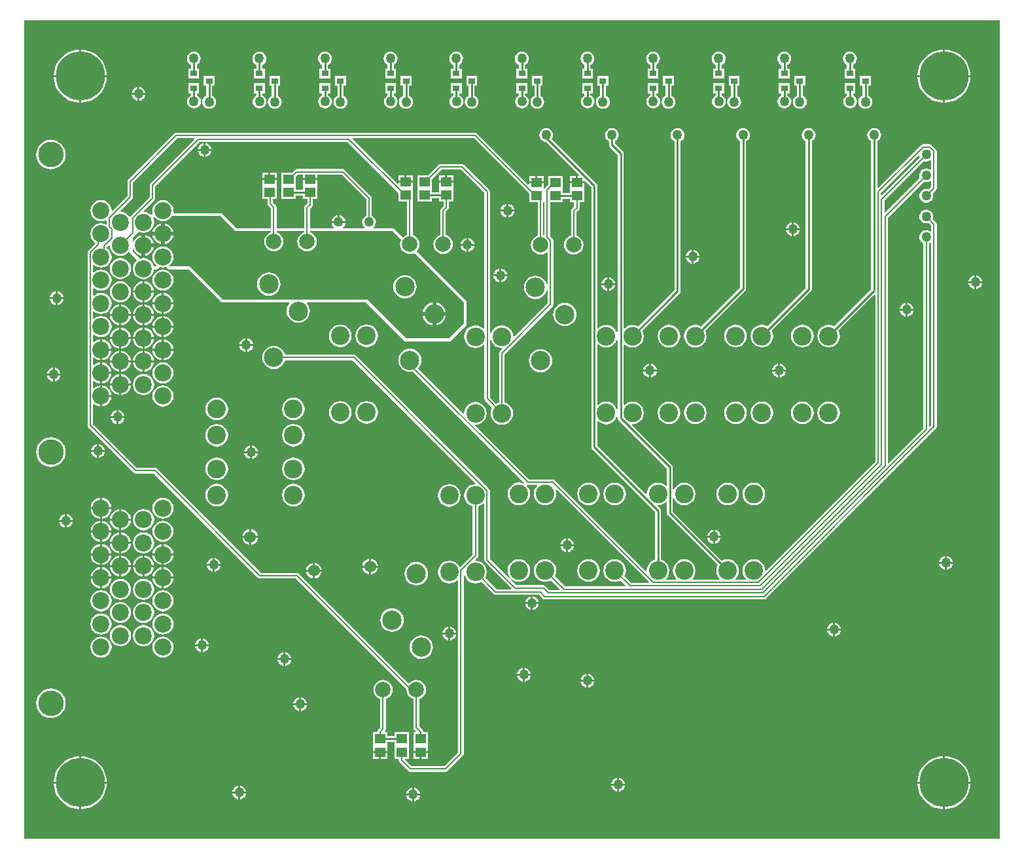
<source format=gbr>
%TF.GenerationSoftware,Altium Limited,Altium Designer,19.0.10 (269)*%
G04 Layer_Physical_Order=2*
G04 Layer_Color=16711680*
%FSLAX26Y26*%
%MOIN*%
%TF.FileFunction,Copper,L2,Bot,Signal*%
%TF.Part,Single*%
G01*
G75*
%TA.AperFunction,SMDPad,CuDef*%
%ADD12R,0.053150X0.045276*%
%TA.AperFunction,Conductor*%
%ADD19C,0.008000*%
%ADD21C,0.010000*%
%TA.AperFunction,ComponentPad*%
%ADD23C,0.094488*%
%ADD24C,0.086614*%
%ADD25C,0.129921*%
%TA.AperFunction,ViaPad*%
%ADD26C,0.060000*%
%ADD27C,0.250000*%
%TA.AperFunction,ComponentPad*%
%ADD28C,0.098425*%
%ADD29C,0.078740*%
%TA.AperFunction,ViaPad*%
%ADD30C,0.050000*%
%TA.AperFunction,SMDPad,CuDef*%
%ADD31R,0.035433X0.031496*%
G36*
X4984707Y15293D02*
X15293D01*
Y4184707D01*
X4984707D01*
Y15293D01*
D02*
G37*
%LPC*%
G36*
X4705000Y4035024D02*
Y3905000D01*
X4835024D01*
X4833750Y3921184D01*
X4828790Y3941846D01*
X4820658Y3961478D01*
X4809555Y3979596D01*
X4795755Y3995755D01*
X4779596Y4009555D01*
X4761478Y4020658D01*
X4741846Y4028790D01*
X4721184Y4033750D01*
X4705000Y4035024D01*
D02*
G37*
G36*
X4695000D02*
X4678816Y4033750D01*
X4658154Y4028790D01*
X4638522Y4020658D01*
X4620404Y4009555D01*
X4604245Y3995755D01*
X4590445Y3979596D01*
X4579342Y3961478D01*
X4571210Y3941846D01*
X4566250Y3921184D01*
X4564976Y3905000D01*
X4695000D01*
Y4035024D01*
D02*
G37*
G36*
X305000D02*
Y3905000D01*
X435024D01*
X433750Y3921184D01*
X428790Y3941846D01*
X420658Y3961478D01*
X409555Y3979596D01*
X395755Y3995755D01*
X379596Y4009555D01*
X361478Y4020658D01*
X341846Y4028790D01*
X321184Y4033750D01*
X305000Y4035024D01*
D02*
G37*
G36*
X295000D02*
X278816Y4033750D01*
X258154Y4028790D01*
X238522Y4020658D01*
X220404Y4009555D01*
X204245Y3995755D01*
X190445Y3979596D01*
X179342Y3961478D01*
X171210Y3941846D01*
X166250Y3921184D01*
X164976Y3905000D01*
X295000D01*
Y4035024D01*
D02*
G37*
G36*
X4220938Y4025042D02*
X4211801Y4023839D01*
X4203287Y4020313D01*
X4195976Y4014702D01*
X4190366Y4007391D01*
X4186839Y3998877D01*
X4185636Y3989740D01*
X4186839Y3980603D01*
X4190366Y3972089D01*
X4195976Y3964778D01*
X4203287Y3959168D01*
X4205644Y3958191D01*
Y3938875D01*
X4193221D01*
Y3887379D01*
X4248654D01*
Y3938875D01*
X4236232D01*
Y3958191D01*
X4238589Y3959168D01*
X4245900Y3964778D01*
X4251510Y3972089D01*
X4255037Y3980603D01*
X4256240Y3989740D01*
X4255037Y3998877D01*
X4251510Y4007391D01*
X4245900Y4014702D01*
X4238589Y4020313D01*
X4230075Y4023839D01*
X4220938Y4025042D01*
D02*
G37*
G36*
X3886647D02*
X3877511Y4023839D01*
X3868996Y4020313D01*
X3861685Y4014702D01*
X3856075Y4007391D01*
X3852548Y3998877D01*
X3851345Y3989740D01*
X3852548Y3980603D01*
X3856075Y3972089D01*
X3861685Y3964778D01*
X3868996Y3959168D01*
X3871354Y3958191D01*
Y3938875D01*
X3858931D01*
Y3887379D01*
X3914364D01*
Y3938875D01*
X3901941D01*
Y3958191D01*
X3904298Y3959168D01*
X3911610Y3964778D01*
X3917220Y3972089D01*
X3920747Y3980603D01*
X3921949Y3989740D01*
X3920747Y3998877D01*
X3917220Y4007391D01*
X3911610Y4014702D01*
X3904298Y4020313D01*
X3895784Y4023839D01*
X3886647Y4025042D01*
D02*
G37*
G36*
X3552357D02*
X3543220Y4023839D01*
X3534706Y4020313D01*
X3527394Y4014702D01*
X3521784Y4007391D01*
X3518258Y3998877D01*
X3517055Y3989740D01*
X3518258Y3980603D01*
X3521784Y3972089D01*
X3527394Y3964778D01*
X3534706Y3959168D01*
X3537063Y3958191D01*
Y3938875D01*
X3524640D01*
Y3887379D01*
X3580073D01*
Y3938875D01*
X3567651D01*
Y3958191D01*
X3570008Y3959168D01*
X3577319Y3964778D01*
X3582929Y3972089D01*
X3586456Y3980603D01*
X3587659Y3989740D01*
X3586456Y3998877D01*
X3582929Y4007391D01*
X3577319Y4014702D01*
X3570008Y4020313D01*
X3561494Y4023839D01*
X3552357Y4025042D01*
D02*
G37*
G36*
X3218066D02*
X3208929Y4023839D01*
X3200415Y4020313D01*
X3193104Y4014702D01*
X3187494Y4007391D01*
X3183967Y3998877D01*
X3182764Y3989740D01*
X3183967Y3980603D01*
X3187494Y3972089D01*
X3193104Y3964778D01*
X3200415Y3959168D01*
X3202772Y3958191D01*
Y3938875D01*
X3190350D01*
Y3887379D01*
X3245783D01*
Y3938875D01*
X3233360D01*
Y3958191D01*
X3235717Y3959168D01*
X3243028Y3964778D01*
X3248639Y3972089D01*
X3252165Y3980603D01*
X3253368Y3989740D01*
X3252165Y3998877D01*
X3248639Y4007391D01*
X3243028Y4014702D01*
X3235717Y4020313D01*
X3227203Y4023839D01*
X3218066Y4025042D01*
D02*
G37*
G36*
X2883776D02*
X2874639Y4023839D01*
X2866125Y4020313D01*
X2858813Y4014702D01*
X2853203Y4007391D01*
X2849677Y3998877D01*
X2848474Y3989740D01*
X2849677Y3980603D01*
X2853203Y3972089D01*
X2858813Y3964778D01*
X2866125Y3959168D01*
X2868482Y3958191D01*
Y3938875D01*
X2856059D01*
Y3887379D01*
X2911492D01*
Y3938875D01*
X2899070D01*
Y3958191D01*
X2901427Y3959168D01*
X2908738Y3964778D01*
X2914348Y3972089D01*
X2917875Y3980603D01*
X2919078Y3989740D01*
X2917875Y3998877D01*
X2914348Y4007391D01*
X2908738Y4014702D01*
X2901427Y4020313D01*
X2892912Y4023839D01*
X2883776Y4025042D01*
D02*
G37*
G36*
X878032D02*
X868895Y4023839D01*
X860381Y4020313D01*
X853070Y4014702D01*
X847460Y4007391D01*
X843933Y3998877D01*
X842730Y3989740D01*
X843933Y3980603D01*
X847460Y3972089D01*
X853070Y3964778D01*
X860381Y3959168D01*
X862738Y3958191D01*
Y3938875D01*
X850316D01*
Y3887379D01*
X905749D01*
Y3938875D01*
X893326D01*
Y3958191D01*
X895683Y3959168D01*
X902994Y3964778D01*
X908604Y3972089D01*
X912131Y3980603D01*
X913334Y3989740D01*
X912131Y3998877D01*
X908604Y4007391D01*
X902994Y4014702D01*
X895683Y4020313D01*
X887169Y4023839D01*
X878032Y4025042D01*
D02*
G37*
G36*
X2549485D02*
X2540348Y4023839D01*
X2531834Y4020313D01*
X2524523Y4014702D01*
X2518913Y4007391D01*
X2515386Y3998877D01*
X2514183Y3989740D01*
X2515386Y3980603D01*
X2518913Y3972089D01*
X2524523Y3964778D01*
X2531834Y3959168D01*
X2534191Y3958191D01*
Y3938875D01*
X2521769D01*
Y3887379D01*
X2577202D01*
Y3938875D01*
X2564779D01*
Y3958191D01*
X2567136Y3959168D01*
X2574447Y3964778D01*
X2580057Y3972089D01*
X2583584Y3980603D01*
X2584787Y3989740D01*
X2583584Y3998877D01*
X2580057Y4007391D01*
X2574447Y4014702D01*
X2567136Y4020313D01*
X2558622Y4023839D01*
X2549485Y4025042D01*
D02*
G37*
G36*
X2215194D02*
X2206058Y4023839D01*
X2197543Y4020313D01*
X2190232Y4014702D01*
X2184622Y4007391D01*
X2181095Y3998877D01*
X2179892Y3989740D01*
X2181095Y3980603D01*
X2184622Y3972089D01*
X2190232Y3964778D01*
X2197543Y3959168D01*
X2199901Y3958191D01*
Y3938875D01*
X2187478D01*
Y3887379D01*
X2242911D01*
Y3938875D01*
X2230488D01*
Y3958191D01*
X2232845Y3959168D01*
X2240157Y3964778D01*
X2245767Y3972089D01*
X2249294Y3980603D01*
X2250496Y3989740D01*
X2249294Y3998877D01*
X2245767Y4007391D01*
X2240157Y4014702D01*
X2232845Y4020313D01*
X2224331Y4023839D01*
X2215194Y4025042D01*
D02*
G37*
G36*
X1880904D02*
X1871767Y4023839D01*
X1863253Y4020313D01*
X1855941Y4014702D01*
X1850331Y4007391D01*
X1846805Y3998877D01*
X1845602Y3989740D01*
X1846805Y3980603D01*
X1850331Y3972089D01*
X1855941Y3964778D01*
X1863253Y3959168D01*
X1865610Y3958191D01*
Y3938875D01*
X1853187D01*
Y3887379D01*
X1908620D01*
Y3938875D01*
X1896198D01*
Y3958191D01*
X1898555Y3959168D01*
X1905866Y3964778D01*
X1911476Y3972089D01*
X1915003Y3980603D01*
X1916206Y3989740D01*
X1915003Y3998877D01*
X1911476Y4007391D01*
X1905866Y4014702D01*
X1898555Y4020313D01*
X1890041Y4023839D01*
X1880904Y4025042D01*
D02*
G37*
G36*
X1546613D02*
X1537476Y4023839D01*
X1528962Y4020313D01*
X1521651Y4014702D01*
X1516041Y4007391D01*
X1512514Y3998877D01*
X1511311Y3989740D01*
X1512514Y3980603D01*
X1516041Y3972089D01*
X1521651Y3964778D01*
X1528962Y3959168D01*
X1531319Y3958191D01*
Y3938875D01*
X1518897D01*
Y3887379D01*
X1574330D01*
Y3938875D01*
X1561907D01*
Y3958191D01*
X1564264Y3959168D01*
X1571575Y3964778D01*
X1577186Y3972089D01*
X1580712Y3980603D01*
X1581915Y3989740D01*
X1580712Y3998877D01*
X1577186Y4007391D01*
X1571575Y4014702D01*
X1564264Y4020313D01*
X1555750Y4023839D01*
X1546613Y4025042D01*
D02*
G37*
G36*
X1212323D02*
X1203186Y4023839D01*
X1194672Y4020313D01*
X1187360Y4014702D01*
X1181750Y4007391D01*
X1178224Y3998877D01*
X1177021Y3989740D01*
X1178224Y3980603D01*
X1181750Y3972089D01*
X1187360Y3964778D01*
X1194672Y3959168D01*
X1197029Y3958191D01*
Y3938875D01*
X1184606D01*
Y3887379D01*
X1240039D01*
Y3938875D01*
X1227617D01*
Y3958191D01*
X1229974Y3959168D01*
X1237285Y3964778D01*
X1242895Y3972089D01*
X1246422Y3980603D01*
X1247625Y3989740D01*
X1246422Y3998877D01*
X1242895Y4007391D01*
X1237285Y4014702D01*
X1229974Y4020313D01*
X1221459Y4023839D01*
X1212323Y4025042D01*
D02*
G37*
G36*
X602000Y3844644D02*
Y3815000D01*
X631644D01*
X631099Y3819137D01*
X627572Y3827651D01*
X621962Y3834962D01*
X614651Y3840572D01*
X606137Y3844099D01*
X602000Y3844644D01*
D02*
G37*
G36*
X592000D02*
X587863Y3844099D01*
X579349Y3840572D01*
X572038Y3834962D01*
X566428Y3827651D01*
X562901Y3819137D01*
X562356Y3815000D01*
X592000D01*
Y3844644D01*
D02*
G37*
G36*
X631644Y3805000D02*
X602000D01*
Y3775356D01*
X606137Y3775901D01*
X614651Y3779428D01*
X621962Y3785038D01*
X627572Y3792349D01*
X631099Y3800863D01*
X631644Y3805000D01*
D02*
G37*
G36*
X592000D02*
X562356D01*
X562901Y3800863D01*
X566428Y3792349D01*
X572038Y3785038D01*
X579349Y3779428D01*
X587863Y3775901D01*
X592000Y3775356D01*
Y3805000D01*
D02*
G37*
G36*
X4835024Y3895000D02*
X4705000D01*
Y3764976D01*
X4721184Y3766250D01*
X4741846Y3771210D01*
X4761478Y3779342D01*
X4779596Y3790445D01*
X4795755Y3804245D01*
X4809555Y3820404D01*
X4820658Y3838522D01*
X4828790Y3858154D01*
X4833750Y3878816D01*
X4835024Y3895000D01*
D02*
G37*
G36*
X4695000D02*
X4564976D01*
X4566250Y3878816D01*
X4571210Y3858154D01*
X4579342Y3838522D01*
X4590445Y3820404D01*
X4604245Y3804245D01*
X4620404Y3790445D01*
X4638522Y3779342D01*
X4658154Y3771210D01*
X4678816Y3766250D01*
X4695000Y3764976D01*
Y3895000D01*
D02*
G37*
G36*
X435024D02*
X305000D01*
Y3764976D01*
X321184Y3766250D01*
X341846Y3771210D01*
X361478Y3779342D01*
X379596Y3790445D01*
X395755Y3804245D01*
X409555Y3820404D01*
X420658Y3838522D01*
X428790Y3858154D01*
X433750Y3878816D01*
X435024Y3895000D01*
D02*
G37*
G36*
X295000D02*
X164976D01*
X166250Y3878816D01*
X171210Y3858154D01*
X179342Y3838522D01*
X190445Y3820404D01*
X204245Y3804245D01*
X220404Y3790445D01*
X238522Y3779342D01*
X258154Y3771210D01*
X278816Y3766250D01*
X295000Y3764976D01*
Y3895000D01*
D02*
G37*
G36*
X4248654Y3864072D02*
X4193221D01*
Y3812576D01*
X4205644D01*
Y3801867D01*
X4204271Y3801298D01*
X4196960Y3795688D01*
X4191350Y3788377D01*
X4187823Y3779862D01*
X4186620Y3770726D01*
X4187823Y3761589D01*
X4191350Y3753075D01*
X4196960Y3745763D01*
X4204271Y3740153D01*
X4212785Y3736626D01*
X4221922Y3735424D01*
X4231059Y3736626D01*
X4239573Y3740153D01*
X4246885Y3745763D01*
X4252495Y3753075D01*
X4256021Y3761589D01*
X4257224Y3770726D01*
X4256021Y3779862D01*
X4252495Y3788377D01*
X4246885Y3795688D01*
X4239573Y3801298D01*
X4236232Y3802682D01*
Y3812576D01*
X4248654D01*
Y3864072D01*
D02*
G37*
G36*
X3914364D02*
X3858931D01*
Y3812576D01*
X3871354D01*
Y3801867D01*
X3869981Y3801298D01*
X3862669Y3795688D01*
X3857059Y3788377D01*
X3853532Y3779862D01*
X3852330Y3770726D01*
X3853532Y3761589D01*
X3857059Y3753075D01*
X3862669Y3745763D01*
X3869981Y3740153D01*
X3878495Y3736626D01*
X3887632Y3735424D01*
X3896768Y3736626D01*
X3905283Y3740153D01*
X3912594Y3745763D01*
X3918204Y3753075D01*
X3921731Y3761589D01*
X3922934Y3770726D01*
X3921731Y3779862D01*
X3918204Y3788377D01*
X3912594Y3795688D01*
X3905283Y3801298D01*
X3901941Y3802682D01*
Y3812576D01*
X3914364D01*
Y3864072D01*
D02*
G37*
G36*
X3580073D02*
X3524640D01*
Y3812576D01*
X3537063D01*
Y3801867D01*
X3535690Y3801298D01*
X3528379Y3795688D01*
X3522769Y3788377D01*
X3519242Y3779862D01*
X3518039Y3770726D01*
X3519242Y3761589D01*
X3522769Y3753075D01*
X3528379Y3745763D01*
X3535690Y3740153D01*
X3544204Y3736626D01*
X3553341Y3735424D01*
X3562478Y3736626D01*
X3570992Y3740153D01*
X3578303Y3745763D01*
X3583913Y3753075D01*
X3587440Y3761589D01*
X3588643Y3770726D01*
X3587440Y3779862D01*
X3583913Y3788377D01*
X3578303Y3795688D01*
X3570992Y3801298D01*
X3567651Y3802682D01*
Y3812576D01*
X3580073D01*
Y3864072D01*
D02*
G37*
G36*
X3245783D02*
X3190350D01*
Y3812576D01*
X3202772D01*
Y3801867D01*
X3201399Y3801298D01*
X3194088Y3795688D01*
X3188478Y3788377D01*
X3184951Y3779862D01*
X3183748Y3770726D01*
X3184951Y3761589D01*
X3188478Y3753075D01*
X3194088Y3745763D01*
X3201399Y3740153D01*
X3209914Y3736626D01*
X3219050Y3735424D01*
X3228187Y3736626D01*
X3236701Y3740153D01*
X3244013Y3745763D01*
X3249623Y3753075D01*
X3253149Y3761589D01*
X3254352Y3770726D01*
X3253149Y3779862D01*
X3249623Y3788377D01*
X3244013Y3795688D01*
X3236701Y3801298D01*
X3233360Y3802682D01*
Y3812576D01*
X3245783D01*
Y3864072D01*
D02*
G37*
G36*
X2911492D02*
X2856059D01*
Y3812576D01*
X2868482D01*
Y3801867D01*
X2867109Y3801298D01*
X2859798Y3795688D01*
X2854187Y3788377D01*
X2850661Y3779862D01*
X2849458Y3770726D01*
X2850661Y3761589D01*
X2854187Y3753075D01*
X2859798Y3745763D01*
X2867109Y3740153D01*
X2875623Y3736626D01*
X2884760Y3735424D01*
X2893897Y3736626D01*
X2902411Y3740153D01*
X2909722Y3745763D01*
X2915332Y3753075D01*
X2918859Y3761589D01*
X2920062Y3770726D01*
X2918859Y3779862D01*
X2915332Y3788377D01*
X2909722Y3795688D01*
X2902411Y3801298D01*
X2899070Y3802682D01*
Y3812576D01*
X2911492D01*
Y3864072D01*
D02*
G37*
G36*
X2577202Y3864072D02*
X2521769D01*
Y3812576D01*
X2534191D01*
Y3801867D01*
X2532818Y3801298D01*
X2525507Y3795688D01*
X2519897Y3788377D01*
X2516370Y3779862D01*
X2515167Y3770726D01*
X2516370Y3761589D01*
X2519897Y3753075D01*
X2525507Y3745763D01*
X2532818Y3740153D01*
X2541332Y3736626D01*
X2550469Y3735424D01*
X2559606Y3736626D01*
X2568120Y3740153D01*
X2575432Y3745763D01*
X2581042Y3753075D01*
X2584568Y3761589D01*
X2585771Y3770726D01*
X2584568Y3779862D01*
X2581042Y3788377D01*
X2575432Y3795688D01*
X2568120Y3801298D01*
X2564779Y3802682D01*
Y3812576D01*
X2577202D01*
Y3864072D01*
D02*
G37*
G36*
X2242911D02*
X2187478D01*
Y3812576D01*
X2199901D01*
Y3801867D01*
X2198528Y3801298D01*
X2191216Y3795688D01*
X2185606Y3788377D01*
X2182079Y3779862D01*
X2180877Y3770726D01*
X2182079Y3761589D01*
X2185606Y3753075D01*
X2191216Y3745763D01*
X2198528Y3740153D01*
X2207042Y3736626D01*
X2216179Y3735424D01*
X2225315Y3736626D01*
X2233830Y3740153D01*
X2241141Y3745763D01*
X2246751Y3753075D01*
X2250278Y3761589D01*
X2251481Y3770726D01*
X2250278Y3779862D01*
X2246751Y3788377D01*
X2241141Y3795688D01*
X2233830Y3801298D01*
X2230488Y3802682D01*
Y3812576D01*
X2242911D01*
Y3864072D01*
D02*
G37*
G36*
X1908620D02*
X1853187D01*
Y3812576D01*
X1865610D01*
Y3801867D01*
X1864237Y3801298D01*
X1856926Y3795688D01*
X1851316Y3788377D01*
X1847789Y3779862D01*
X1846586Y3770726D01*
X1847789Y3761589D01*
X1851316Y3753075D01*
X1856926Y3745763D01*
X1864237Y3740153D01*
X1872751Y3736626D01*
X1881888Y3735424D01*
X1891025Y3736626D01*
X1899539Y3740153D01*
X1906850Y3745763D01*
X1912460Y3753075D01*
X1915987Y3761589D01*
X1917190Y3770726D01*
X1915987Y3779862D01*
X1912460Y3788377D01*
X1906850Y3795688D01*
X1899539Y3801298D01*
X1896198Y3802682D01*
Y3812576D01*
X1908620D01*
Y3864072D01*
D02*
G37*
G36*
X1574330D02*
X1518897D01*
Y3812576D01*
X1531319D01*
Y3801867D01*
X1529946Y3801298D01*
X1522635Y3795688D01*
X1517025Y3788377D01*
X1513498Y3779862D01*
X1512295Y3770726D01*
X1513498Y3761589D01*
X1517025Y3753075D01*
X1522635Y3745763D01*
X1529946Y3740153D01*
X1538461Y3736626D01*
X1547597Y3735424D01*
X1556734Y3736626D01*
X1565248Y3740153D01*
X1572560Y3745763D01*
X1578170Y3753075D01*
X1581697Y3761589D01*
X1582899Y3770726D01*
X1581697Y3779862D01*
X1578170Y3788377D01*
X1572560Y3795688D01*
X1565248Y3801298D01*
X1561907Y3802682D01*
Y3812576D01*
X1574330D01*
Y3864072D01*
D02*
G37*
G36*
X1240039D02*
X1184606D01*
Y3812576D01*
X1197029D01*
Y3801867D01*
X1195656Y3801298D01*
X1188344Y3795688D01*
X1182734Y3788377D01*
X1179208Y3779862D01*
X1178005Y3770726D01*
X1179208Y3761589D01*
X1182734Y3753075D01*
X1188344Y3745763D01*
X1195656Y3740153D01*
X1204170Y3736626D01*
X1213307Y3735424D01*
X1222444Y3736626D01*
X1230958Y3740153D01*
X1238269Y3745763D01*
X1243879Y3753075D01*
X1247406Y3761589D01*
X1248609Y3770726D01*
X1247406Y3779862D01*
X1243879Y3788377D01*
X1238269Y3795688D01*
X1230958Y3801298D01*
X1227617Y3802682D01*
Y3812576D01*
X1240039D01*
Y3864072D01*
D02*
G37*
G36*
X905749Y3864072D02*
X850316D01*
Y3812576D01*
X862738D01*
Y3801867D01*
X861365Y3801298D01*
X854054Y3795688D01*
X848444Y3788377D01*
X844917Y3779862D01*
X843714Y3770726D01*
X844917Y3761589D01*
X848444Y3753075D01*
X854054Y3745763D01*
X861365Y3740153D01*
X869879Y3736626D01*
X879016Y3735424D01*
X888153Y3736626D01*
X896667Y3740153D01*
X903979Y3745763D01*
X909589Y3753075D01*
X913115Y3761589D01*
X914318Y3770726D01*
X913115Y3779862D01*
X909589Y3788377D01*
X903979Y3795688D01*
X896667Y3801298D01*
X893326Y3802682D01*
Y3812576D01*
X905749D01*
Y3864072D01*
D02*
G37*
G36*
X4327395Y3901473D02*
X4271962D01*
Y3849977D01*
X4284384D01*
Y3800030D01*
X4282027Y3799054D01*
X4274716Y3793444D01*
X4269106Y3786133D01*
X4265579Y3777618D01*
X4264376Y3768482D01*
X4265579Y3759345D01*
X4269106Y3750831D01*
X4274716Y3743519D01*
X4282027Y3737909D01*
X4290541Y3734383D01*
X4299678Y3733180D01*
X4308815Y3734383D01*
X4317329Y3737909D01*
X4324641Y3743519D01*
X4330251Y3750831D01*
X4333777Y3759345D01*
X4334980Y3768482D01*
X4333777Y3777618D01*
X4330251Y3786133D01*
X4324641Y3793444D01*
X4317329Y3799054D01*
X4314972Y3800030D01*
Y3849977D01*
X4327395D01*
Y3901473D01*
D02*
G37*
G36*
X3993104D02*
X3937671D01*
Y3849977D01*
X3950094D01*
Y3800030D01*
X3947737Y3799054D01*
X3940425Y3793444D01*
X3934815Y3786133D01*
X3931289Y3777618D01*
X3930086Y3768482D01*
X3931289Y3759345D01*
X3934815Y3750831D01*
X3940425Y3743519D01*
X3947737Y3737909D01*
X3956251Y3734383D01*
X3965388Y3733180D01*
X3974524Y3734383D01*
X3983039Y3737909D01*
X3990350Y3743519D01*
X3995960Y3750831D01*
X3999487Y3759345D01*
X4000690Y3768482D01*
X3999487Y3777618D01*
X3995960Y3786133D01*
X3990350Y3793444D01*
X3983039Y3799054D01*
X3980682Y3800030D01*
Y3849977D01*
X3993104D01*
Y3901473D01*
D02*
G37*
G36*
X3658814D02*
X3603381D01*
Y3849977D01*
X3615803D01*
Y3800030D01*
X3613446Y3799054D01*
X3606135Y3793444D01*
X3600525Y3786133D01*
X3596998Y3777618D01*
X3595795Y3768482D01*
X3596998Y3759345D01*
X3600525Y3750831D01*
X3606135Y3743519D01*
X3613446Y3737909D01*
X3621960Y3734383D01*
X3631097Y3733180D01*
X3640234Y3734383D01*
X3648748Y3737909D01*
X3656059Y3743519D01*
X3661669Y3750831D01*
X3665196Y3759345D01*
X3666399Y3768482D01*
X3665196Y3777618D01*
X3661669Y3786133D01*
X3656059Y3793444D01*
X3648748Y3799054D01*
X3646391Y3800030D01*
Y3849977D01*
X3658814D01*
Y3901473D01*
D02*
G37*
G36*
X3324523D02*
X3269090D01*
Y3849977D01*
X3281512D01*
Y3800030D01*
X3279155Y3799054D01*
X3271844Y3793444D01*
X3266234Y3786133D01*
X3262707Y3777618D01*
X3261504Y3768482D01*
X3262707Y3759345D01*
X3266234Y3750831D01*
X3271844Y3743519D01*
X3279155Y3737909D01*
X3287670Y3734383D01*
X3296806Y3733180D01*
X3305943Y3734383D01*
X3314457Y3737909D01*
X3321769Y3743519D01*
X3327379Y3750831D01*
X3330905Y3759345D01*
X3332108Y3768482D01*
X3330905Y3777618D01*
X3327379Y3786133D01*
X3321769Y3793444D01*
X3314457Y3799054D01*
X3312100Y3800030D01*
Y3849977D01*
X3324523D01*
Y3901473D01*
D02*
G37*
G36*
X2990232D02*
X2934799D01*
Y3849977D01*
X2947222D01*
Y3800030D01*
X2944865Y3799054D01*
X2937553Y3793444D01*
X2931943Y3786133D01*
X2928417Y3777618D01*
X2927214Y3768482D01*
X2928417Y3759345D01*
X2931943Y3750831D01*
X2937553Y3743519D01*
X2944865Y3737909D01*
X2953379Y3734383D01*
X2962516Y3733180D01*
X2971653Y3734383D01*
X2980167Y3737909D01*
X2987478Y3743519D01*
X2993088Y3750831D01*
X2996615Y3759345D01*
X2997818Y3768482D01*
X2996615Y3777618D01*
X2993088Y3786133D01*
X2987478Y3793444D01*
X2980167Y3799054D01*
X2977810Y3800030D01*
Y3849977D01*
X2990232D01*
Y3901473D01*
D02*
G37*
G36*
X2655942Y3901473D02*
X2600509D01*
Y3849977D01*
X2612931D01*
Y3800030D01*
X2610574Y3799054D01*
X2603263Y3793444D01*
X2597653Y3786133D01*
X2594126Y3777618D01*
X2592923Y3768482D01*
X2594126Y3759345D01*
X2597653Y3750831D01*
X2603263Y3743519D01*
X2610574Y3737909D01*
X2619088Y3734383D01*
X2628225Y3733180D01*
X2637362Y3734383D01*
X2645876Y3737909D01*
X2653188Y3743519D01*
X2658798Y3750831D01*
X2662324Y3759345D01*
X2663527Y3768482D01*
X2662324Y3777618D01*
X2658798Y3786133D01*
X2653188Y3793444D01*
X2645876Y3799054D01*
X2643519Y3800030D01*
Y3849977D01*
X2655942D01*
Y3901473D01*
D02*
G37*
G36*
X2321651D02*
X2266218D01*
Y3849977D01*
X2278641D01*
Y3800030D01*
X2276284Y3799054D01*
X2268972Y3793444D01*
X2263362Y3786133D01*
X2259836Y3777618D01*
X2258633Y3768482D01*
X2259836Y3759345D01*
X2263362Y3750831D01*
X2268972Y3743519D01*
X2276284Y3737909D01*
X2284798Y3734383D01*
X2293935Y3733180D01*
X2303071Y3734383D01*
X2311586Y3737909D01*
X2318897Y3743519D01*
X2324507Y3750831D01*
X2328034Y3759345D01*
X2329237Y3768482D01*
X2328034Y3777618D01*
X2324507Y3786133D01*
X2318897Y3793444D01*
X2311586Y3799054D01*
X2309229Y3800030D01*
Y3849977D01*
X2321651D01*
Y3901473D01*
D02*
G37*
G36*
X1987361D02*
X1931928D01*
Y3849977D01*
X1944350D01*
Y3800030D01*
X1941993Y3799054D01*
X1934682Y3793444D01*
X1929072Y3786133D01*
X1925545Y3777618D01*
X1924342Y3768482D01*
X1925545Y3759345D01*
X1929072Y3750831D01*
X1934682Y3743519D01*
X1941993Y3737909D01*
X1950507Y3734383D01*
X1959644Y3733180D01*
X1968781Y3734383D01*
X1977295Y3737909D01*
X1984606Y3743519D01*
X1990216Y3750831D01*
X1993743Y3759345D01*
X1994946Y3768482D01*
X1993743Y3777618D01*
X1990216Y3786133D01*
X1984606Y3793444D01*
X1977295Y3799054D01*
X1974938Y3800030D01*
Y3849977D01*
X1987361D01*
Y3901473D01*
D02*
G37*
G36*
X1653070D02*
X1597637D01*
Y3849977D01*
X1610060D01*
Y3800030D01*
X1607702Y3799054D01*
X1600391Y3793444D01*
X1594781Y3786133D01*
X1591254Y3777618D01*
X1590051Y3768482D01*
X1591254Y3759345D01*
X1594781Y3750831D01*
X1600391Y3743519D01*
X1607702Y3737909D01*
X1616217Y3734383D01*
X1625353Y3733180D01*
X1634490Y3734383D01*
X1643004Y3737909D01*
X1650316Y3743519D01*
X1655926Y3750831D01*
X1659453Y3759345D01*
X1660655Y3768482D01*
X1659453Y3777618D01*
X1655926Y3786133D01*
X1650316Y3793444D01*
X1643004Y3799054D01*
X1640647Y3800030D01*
Y3849977D01*
X1653070D01*
Y3901473D01*
D02*
G37*
G36*
X1318779D02*
X1263346D01*
Y3849977D01*
X1275769D01*
Y3800030D01*
X1273412Y3799054D01*
X1266101Y3793444D01*
X1260490Y3786133D01*
X1256964Y3777618D01*
X1255761Y3768482D01*
X1256964Y3759345D01*
X1260490Y3750831D01*
X1266101Y3743519D01*
X1273412Y3737909D01*
X1281926Y3734383D01*
X1291063Y3733180D01*
X1300200Y3734383D01*
X1308714Y3737909D01*
X1316025Y3743519D01*
X1321635Y3750831D01*
X1325162Y3759345D01*
X1326365Y3768482D01*
X1325162Y3777618D01*
X1321635Y3786133D01*
X1316025Y3793444D01*
X1308714Y3799054D01*
X1306357Y3800030D01*
Y3849977D01*
X1318779D01*
Y3901473D01*
D02*
G37*
G36*
X984489Y3901473D02*
X929056D01*
Y3849977D01*
X941478D01*
Y3800030D01*
X939121Y3799054D01*
X931810Y3793444D01*
X926200Y3786133D01*
X922673Y3777618D01*
X921470Y3768482D01*
X922673Y3759345D01*
X926200Y3750831D01*
X931810Y3743519D01*
X939121Y3737909D01*
X947635Y3734383D01*
X956772Y3733180D01*
X965909Y3734383D01*
X974423Y3737909D01*
X981735Y3743519D01*
X987345Y3750831D01*
X990871Y3759345D01*
X992074Y3768482D01*
X990871Y3777618D01*
X987345Y3786133D01*
X981735Y3793444D01*
X974423Y3799054D01*
X972066Y3800030D01*
Y3849977D01*
X984489D01*
Y3901473D01*
D02*
G37*
G36*
X150000Y3575323D02*
X135305Y3573876D01*
X121175Y3569590D01*
X108153Y3562629D01*
X96738Y3553262D01*
X87371Y3541847D01*
X80410Y3528825D01*
X76124Y3514695D01*
X74677Y3500000D01*
X76124Y3485305D01*
X80410Y3471175D01*
X87371Y3458153D01*
X96738Y3446738D01*
X108153Y3437371D01*
X121175Y3430410D01*
X135305Y3426124D01*
X150000Y3424677D01*
X164695Y3426124D01*
X178825Y3430410D01*
X191847Y3437371D01*
X203262Y3446738D01*
X212629Y3458153D01*
X219590Y3471175D01*
X223876Y3485305D01*
X225323Y3500000D01*
X223876Y3514695D01*
X219590Y3528825D01*
X212629Y3541847D01*
X203262Y3553262D01*
X191847Y3562629D01*
X178825Y3569590D01*
X164695Y3573876D01*
X150000Y3575323D01*
D02*
G37*
G36*
X2200575Y3394536D02*
X2169001D01*
Y3366899D01*
X2200575D01*
Y3394536D01*
D02*
G37*
G36*
X2159001D02*
X2127425D01*
Y3366899D01*
X2159001D01*
Y3394536D01*
D02*
G37*
G36*
X1993920D02*
X1962346D01*
Y3366898D01*
X1993920D01*
Y3394536D01*
D02*
G37*
G36*
X1952346D02*
X1920771D01*
Y3366898D01*
X1952346D01*
Y3394536D01*
D02*
G37*
G36*
X2824655Y3391598D02*
X2793081D01*
Y3363961D01*
X2824655D01*
Y3391598D01*
D02*
G37*
G36*
X2659576D02*
X2628001D01*
Y3363961D01*
X2659576D01*
Y3391598D01*
D02*
G37*
G36*
X2618001D02*
X2586426D01*
Y3363961D01*
X2618001D01*
Y3391598D01*
D02*
G37*
G36*
X2481217Y3249211D02*
Y3219567D01*
X2510861D01*
X2510316Y3223704D01*
X2506789Y3232218D01*
X2501179Y3239529D01*
X2493868Y3245139D01*
X2485354Y3248666D01*
X2481217Y3249211D01*
D02*
G37*
G36*
X2471217D02*
X2467080Y3248666D01*
X2458566Y3245139D01*
X2451255Y3239529D01*
X2445645Y3232218D01*
X2442118Y3223704D01*
X2441573Y3219567D01*
X2471217D01*
Y3249211D01*
D02*
G37*
G36*
X2510861Y3209567D02*
X2481217D01*
Y3179923D01*
X2485354Y3180468D01*
X2493868Y3183994D01*
X2501179Y3189605D01*
X2506789Y3196916D01*
X2510316Y3205430D01*
X2510861Y3209567D01*
D02*
G37*
G36*
X2471217D02*
X2441573D01*
X2442118Y3205430D01*
X2445645Y3196916D01*
X2451255Y3189605D01*
X2458566Y3183994D01*
X2467080Y3180468D01*
X2471217Y3179923D01*
Y3209567D01*
D02*
G37*
G36*
X3935000Y3154644D02*
Y3125000D01*
X3964644D01*
X3964099Y3129137D01*
X3960572Y3137651D01*
X3954962Y3144962D01*
X3947651Y3150572D01*
X3939137Y3154099D01*
X3935000Y3154644D01*
D02*
G37*
G36*
X3925000D02*
X3920863Y3154099D01*
X3912349Y3150572D01*
X3905038Y3144962D01*
X3899428Y3137651D01*
X3895901Y3129137D01*
X3895356Y3125000D01*
X3925000D01*
Y3154644D01*
D02*
G37*
G36*
X3964644Y3115000D02*
X3935000D01*
Y3085356D01*
X3939137Y3085901D01*
X3947651Y3089428D01*
X3954962Y3095038D01*
X3960572Y3102349D01*
X3964099Y3110863D01*
X3964644Y3115000D01*
D02*
G37*
G36*
X3925000D02*
X3895356D01*
X3895901Y3110863D01*
X3899428Y3102349D01*
X3905038Y3095038D01*
X3912349Y3089428D01*
X3920863Y3085901D01*
X3925000Y3085356D01*
Y3115000D01*
D02*
G37*
G36*
X2277663Y3074644D02*
Y3045000D01*
X2307306D01*
X2306762Y3049137D01*
X2303235Y3057651D01*
X2297625Y3064962D01*
X2290314Y3070572D01*
X2281800Y3074099D01*
X2277663Y3074644D01*
D02*
G37*
G36*
X2267663D02*
X2263526Y3074099D01*
X2255012Y3070572D01*
X2247700Y3064962D01*
X2242090Y3057651D01*
X2238564Y3049137D01*
X2238019Y3045000D01*
X2267663D01*
Y3074644D01*
D02*
G37*
G36*
X2307306Y3035000D02*
X2277663D01*
Y3005356D01*
X2281800Y3005901D01*
X2290314Y3009428D01*
X2297625Y3015038D01*
X2303235Y3022349D01*
X2306762Y3030863D01*
X2307306Y3035000D01*
D02*
G37*
G36*
X2267663D02*
X2238019D01*
X2238564Y3030863D01*
X2242090Y3022349D01*
X2247700Y3015038D01*
X2255012Y3009428D01*
X2263526Y3005901D01*
X2267663Y3005356D01*
Y3035000D01*
D02*
G37*
G36*
X3425000Y3014644D02*
Y2985000D01*
X3454644D01*
X3454099Y2989137D01*
X3450572Y2997651D01*
X3444962Y3004962D01*
X3437651Y3010572D01*
X3429137Y3014099D01*
X3425000Y3014644D01*
D02*
G37*
G36*
X3415000D02*
X3410863Y3014099D01*
X3402349Y3010572D01*
X3395038Y3004962D01*
X3389428Y2997651D01*
X3385901Y2989137D01*
X3385356Y2985000D01*
X3415000D01*
Y3014644D01*
D02*
G37*
G36*
X3454644Y2975000D02*
X3425000D01*
Y2945356D01*
X3429137Y2945901D01*
X3437651Y2949428D01*
X3444962Y2955038D01*
X3450572Y2962349D01*
X3454099Y2970863D01*
X3454644Y2975000D01*
D02*
G37*
G36*
X3415000D02*
X3385356D01*
X3385901Y2970863D01*
X3389428Y2962349D01*
X3395038Y2955038D01*
X3402349Y2949428D01*
X3410863Y2945901D01*
X3415000Y2945356D01*
Y2975000D01*
D02*
G37*
G36*
X2445000Y2919465D02*
Y2889821D01*
X2474644D01*
X2474099Y2893958D01*
X2470572Y2902472D01*
X2464962Y2909783D01*
X2457651Y2915393D01*
X2449137Y2918920D01*
X2445000Y2919465D01*
D02*
G37*
G36*
X2435000D02*
X2430863Y2918920D01*
X2422349Y2915393D01*
X2415038Y2909783D01*
X2409428Y2902472D01*
X2405901Y2893958D01*
X2405356Y2889821D01*
X2435000D01*
Y2919465D01*
D02*
G37*
G36*
X504331Y2973058D02*
X490415Y2971226D01*
X477447Y2965855D01*
X466312Y2957310D01*
X457767Y2946175D01*
X452396Y2933207D01*
X450564Y2919291D01*
X452396Y2905375D01*
X457767Y2892408D01*
X466312Y2881272D01*
X477447Y2872728D01*
X490415Y2867356D01*
X504331Y2865524D01*
X518247Y2867356D01*
X531214Y2872728D01*
X542350Y2881272D01*
X550894Y2892408D01*
X556266Y2905375D01*
X558098Y2919291D01*
X556266Y2933207D01*
X550894Y2946175D01*
X542350Y2957310D01*
X531214Y2965855D01*
X518247Y2971226D01*
X504331Y2973058D01*
D02*
G37*
G36*
X4865000Y2884644D02*
Y2855000D01*
X4894644D01*
X4894099Y2859137D01*
X4890572Y2867651D01*
X4884962Y2874962D01*
X4877651Y2880572D01*
X4869137Y2884099D01*
X4865000Y2884644D01*
D02*
G37*
G36*
X4855000D02*
X4850863Y2884099D01*
X4842349Y2880572D01*
X4835038Y2874962D01*
X4829428Y2867651D01*
X4825901Y2859137D01*
X4825356Y2855000D01*
X4855000D01*
Y2884644D01*
D02*
G37*
G36*
X2474644Y2879821D02*
X2445000D01*
Y2850177D01*
X2449137Y2850722D01*
X2457651Y2854249D01*
X2464962Y2859859D01*
X2470572Y2867170D01*
X2474099Y2875684D01*
X2474644Y2879821D01*
D02*
G37*
G36*
X2435000D02*
X2405356D01*
X2405901Y2875684D01*
X2409428Y2867170D01*
X2415038Y2859859D01*
X2422349Y2854249D01*
X2430863Y2850722D01*
X2435000Y2850177D01*
Y2879821D01*
D02*
G37*
G36*
X2995000Y2875108D02*
Y2845465D01*
X3024644D01*
X3024099Y2849601D01*
X3020572Y2858115D01*
X3014962Y2865427D01*
X3007651Y2871037D01*
X2999137Y2874564D01*
X2995000Y2875108D01*
D02*
G37*
G36*
X2985000D02*
X2980863Y2874564D01*
X2972349Y2871037D01*
X2965038Y2865427D01*
X2959428Y2858115D01*
X2955901Y2849601D01*
X2955356Y2845465D01*
X2985000D01*
Y2875108D01*
D02*
G37*
G36*
X2312127Y3611274D02*
X2312126Y3611274D01*
X788000D01*
X782537Y3610188D01*
X777907Y3607093D01*
X777906Y3607093D01*
X543575Y3372762D01*
X540481Y3368131D01*
X539394Y3362668D01*
X539394Y3362668D01*
Y3288978D01*
X464262Y3213846D01*
X459468Y3216123D01*
X457841Y3228483D01*
X452469Y3241450D01*
X443925Y3252586D01*
X432789Y3261131D01*
X419821Y3266502D01*
X405906Y3268334D01*
X391990Y3266502D01*
X379022Y3261131D01*
X367886Y3252586D01*
X359342Y3241450D01*
X353971Y3228483D01*
X352138Y3214567D01*
X353971Y3200651D01*
X359342Y3187683D01*
X367886Y3176548D01*
X379022Y3168003D01*
X391990Y3162632D01*
X405906Y3160800D01*
X419821Y3162632D01*
X429749Y3166744D01*
X434749Y3163431D01*
Y3147593D01*
X429749Y3144280D01*
X419821Y3148392D01*
X405906Y3150224D01*
X391990Y3148392D01*
X379022Y3143020D01*
X367886Y3134476D01*
X359342Y3123340D01*
X353971Y3110373D01*
X352138Y3096457D01*
X353971Y3082541D01*
X359342Y3069573D01*
X367886Y3058438D01*
X376019Y3052197D01*
X376230Y3047074D01*
X340505Y3011349D01*
X337411Y3006718D01*
X336324Y3001255D01*
X336324Y3001255D01*
Y2119402D01*
X336324Y2119402D01*
X337411Y2113939D01*
X340505Y2109308D01*
X570206Y1879608D01*
X570206Y1879607D01*
X574837Y1876513D01*
X580299Y1875426D01*
X580300Y1875427D01*
X674386D01*
X1205056Y1344757D01*
X1205056Y1344757D01*
X1209687Y1341663D01*
X1215150Y1340576D01*
X1215150Y1340576D01*
X1399237D01*
X1962561Y777252D01*
X1962133Y774000D01*
X1963830Y761112D01*
X1968804Y749102D01*
X1976718Y738789D01*
X1987031Y730875D01*
X1997655Y726475D01*
Y580293D01*
X1997655Y580293D01*
X1998741Y574830D01*
X2001835Y570199D01*
X2010337Y561697D01*
X2010344Y561512D01*
X2008326Y556638D01*
X1997009D01*
Y543115D01*
X1996715Y541638D01*
X1997009Y540160D01*
Y492740D01*
X1997009Y491362D01*
Y487740D01*
X1997009Y486362D01*
Y460102D01*
X2033584D01*
X2070159D01*
Y486362D01*
X2070159Y487740D01*
Y491362D01*
X2070159Y492740D01*
Y556638D01*
X2052078D01*
X2047858Y558638D01*
X2046772Y564100D01*
X2043677Y568731D01*
X2043677Y568731D01*
X2026203Y586205D01*
Y726475D01*
X2036827Y730875D01*
X2047140Y738789D01*
X2055054Y749102D01*
X2060028Y761112D01*
X2061725Y774000D01*
X2060028Y786888D01*
X2055054Y798898D01*
X2047140Y809211D01*
X2036827Y817125D01*
X2024817Y822099D01*
X2011929Y823796D01*
X1999041Y822099D01*
X1987031Y817125D01*
X1976718Y809211D01*
X1976533Y808970D01*
X1971544Y808643D01*
X1415243Y1364944D01*
X1410612Y1368038D01*
X1405150Y1369125D01*
X1405149Y1369125D01*
X1221062D01*
X690393Y1899794D01*
X685762Y1902889D01*
X680299Y1903975D01*
X680299Y1903975D01*
X586212D01*
X364873Y2125314D01*
Y2227676D01*
X369873Y2230142D01*
X379022Y2223121D01*
X391990Y2217750D01*
X400906Y2216576D01*
Y2269685D01*
Y2322794D01*
X391990Y2321620D01*
X379022Y2316249D01*
X369873Y2309228D01*
X364873Y2311694D01*
Y2345786D01*
X369873Y2348252D01*
X379022Y2341232D01*
X391990Y2335860D01*
X400906Y2334686D01*
Y2387795D01*
Y2440904D01*
X391990Y2439730D01*
X379022Y2434359D01*
X369873Y2427339D01*
X364873Y2429804D01*
Y2463896D01*
X369873Y2466362D01*
X379022Y2459342D01*
X391990Y2453970D01*
X400905Y2452797D01*
Y2505906D01*
Y2559014D01*
X391990Y2557840D01*
X379022Y2552469D01*
X369873Y2545449D01*
X364873Y2547914D01*
Y2582007D01*
X369873Y2584472D01*
X379022Y2577452D01*
X391990Y2572081D01*
X405906Y2570249D01*
X419821Y2572081D01*
X432789Y2577452D01*
X443925Y2585997D01*
X452469Y2597132D01*
X457841Y2610100D01*
X459673Y2624016D01*
X457841Y2637932D01*
X452469Y2650899D01*
X443925Y2662035D01*
X432789Y2670579D01*
X419821Y2675951D01*
X405906Y2677783D01*
X391990Y2675951D01*
X379022Y2670579D01*
X369873Y2663559D01*
X364873Y2666025D01*
Y2700117D01*
X369873Y2702583D01*
X379022Y2695562D01*
X391990Y2690191D01*
X405906Y2688359D01*
X419821Y2690191D01*
X432789Y2695562D01*
X443925Y2704107D01*
X452469Y2715242D01*
X457841Y2728210D01*
X459673Y2742126D01*
X457841Y2756042D01*
X452469Y2769010D01*
X443925Y2780145D01*
X432789Y2788690D01*
X419821Y2794061D01*
X405906Y2795893D01*
X391990Y2794061D01*
X379022Y2788690D01*
X369873Y2781669D01*
X364873Y2784135D01*
Y2818227D01*
X369873Y2820693D01*
X379022Y2813673D01*
X391990Y2808301D01*
X405906Y2806469D01*
X419821Y2808301D01*
X432789Y2813673D01*
X443925Y2822217D01*
X452469Y2833353D01*
X457841Y2846320D01*
X459673Y2860236D01*
X457841Y2874152D01*
X452469Y2887120D01*
X443925Y2898255D01*
X432789Y2906800D01*
X419821Y2912171D01*
X405906Y2914003D01*
X391990Y2912171D01*
X379022Y2906800D01*
X369873Y2899780D01*
X364873Y2902245D01*
Y2936338D01*
X369873Y2938803D01*
X379022Y2931783D01*
X391990Y2926412D01*
X405906Y2924579D01*
X419821Y2926412D01*
X432789Y2931783D01*
X443925Y2940327D01*
X452469Y2951463D01*
X457841Y2964431D01*
X459673Y2978347D01*
X457841Y2992262D01*
X452469Y3005230D01*
X443925Y3016366D01*
X435792Y3022606D01*
X435581Y3027729D01*
X445974Y3038123D01*
X450769Y3035846D01*
X452396Y3023486D01*
X457767Y3010518D01*
X466312Y2999383D01*
X477447Y2990838D01*
X490415Y2985467D01*
X504331Y2983635D01*
X518247Y2985467D01*
X531214Y2990838D01*
X542350Y2999383D01*
X546459Y3004737D01*
X551805Y3003491D01*
X552370Y3000647D01*
X555686Y2995686D01*
X587195Y2964177D01*
X586868Y2959187D01*
X584422Y2957310D01*
X575877Y2946175D01*
X570506Y2933207D01*
X568674Y2919291D01*
X570506Y2905375D01*
X575877Y2892408D01*
X584422Y2881272D01*
X595557Y2872728D01*
X608525Y2867356D01*
X622441Y2865524D01*
X636357Y2867356D01*
X649324Y2872728D01*
X660460Y2881272D01*
X669005Y2892408D01*
X674376Y2905375D01*
X675736Y2915706D01*
X686790Y2915706D01*
X687287Y2915805D01*
X687790Y2915739D01*
X690197Y2916383D01*
X692643Y2916870D01*
X693064Y2917152D01*
X693554Y2917283D01*
X695531Y2918800D01*
X697604Y2920185D01*
X697886Y2920607D01*
X698288Y2920916D01*
X699535Y2923075D01*
X700919Y2925147D01*
X705452Y2927032D01*
X706950Y2926412D01*
X720866Y2924579D01*
X734782Y2926412D01*
X736280Y2927032D01*
X740813Y2925147D01*
X742198Y2923075D01*
X743444Y2920916D01*
X743846Y2920607D01*
X744128Y2920185D01*
X746201Y2918800D01*
X748178Y2917283D01*
X748668Y2917152D01*
X749090Y2916870D01*
X751535Y2916384D01*
X753942Y2915739D01*
X754445Y2915805D01*
X754943Y2915706D01*
X851665Y2915706D01*
X1016186Y2751186D01*
X1021147Y2747870D01*
X1027000Y2746706D01*
X1363088Y2746706D01*
X1365453Y2741706D01*
X1360544Y2735725D01*
X1355046Y2725439D01*
X1351660Y2714277D01*
X1350517Y2702669D01*
X1351660Y2691062D01*
X1355046Y2679900D01*
X1360544Y2669613D01*
X1367944Y2660597D01*
X1376960Y2653198D01*
X1387247Y2647699D01*
X1398408Y2644314D01*
X1410016Y2643170D01*
X1421624Y2644314D01*
X1432785Y2647699D01*
X1443072Y2653198D01*
X1452088Y2660597D01*
X1459488Y2669613D01*
X1464986Y2679900D01*
X1468372Y2691062D01*
X1469515Y2702669D01*
X1468372Y2714277D01*
X1464986Y2725439D01*
X1459488Y2735725D01*
X1454579Y2741706D01*
X1456944Y2746706D01*
X1755665Y2746706D01*
X1950186Y2552186D01*
X1955147Y2548870D01*
X1961000Y2547706D01*
X2177000D01*
X2182853Y2548870D01*
X2187814Y2552186D01*
X2263814Y2628186D01*
X2267130Y2633147D01*
X2268294Y2639000D01*
X2268294Y2746996D01*
X2267130Y2752849D01*
X2263814Y2757811D01*
X2014189Y3007436D01*
X2014212Y3007789D01*
X2022125Y3018102D01*
X2027100Y3030112D01*
X2028797Y3043001D01*
X2027100Y3055889D01*
X2022125Y3067899D01*
X2014212Y3078212D01*
X2003899Y3086125D01*
X1993275Y3090526D01*
Y3260363D01*
X1993920D01*
Y3324260D01*
X1993921Y3325638D01*
X1993921D01*
Y3329261D01*
X1993920D01*
Y3356898D01*
X1920771D01*
Y3352358D01*
X1916151Y3350445D01*
X1688490Y3578106D01*
X1690403Y3582726D01*
X2306214D01*
X2586426Y3302514D01*
Y3257425D01*
X2630381D01*
Y3087588D01*
X2619758Y3083188D01*
X2609444Y3075274D01*
X2601531Y3064961D01*
X2596556Y3052951D01*
X2594860Y3040063D01*
X2596556Y3027175D01*
X2601531Y3015165D01*
X2609444Y3004852D01*
X2619758Y2996938D01*
X2631767Y2991964D01*
X2644656Y2990267D01*
X2657544Y2991964D01*
X2669554Y2996938D01*
X2676751Y3002461D01*
X2681751Y2999995D01*
Y2838084D01*
X2676751Y2837342D01*
X2674035Y2846297D01*
X2668537Y2856583D01*
X2661137Y2865600D01*
X2652121Y2872999D01*
X2641834Y2878497D01*
X2630673Y2881883D01*
X2619065Y2883027D01*
X2607457Y2881883D01*
X2596296Y2878497D01*
X2586009Y2872999D01*
X2576993Y2865600D01*
X2569593Y2856583D01*
X2564095Y2846297D01*
X2560709Y2835135D01*
X2559566Y2823528D01*
X2560709Y2811920D01*
X2564095Y2800758D01*
X2569593Y2790472D01*
X2576993Y2781455D01*
X2586009Y2774056D01*
X2596296Y2768557D01*
X2607457Y2765172D01*
X2619065Y2764028D01*
X2630673Y2765172D01*
X2641834Y2768557D01*
X2652121Y2774056D01*
X2661137Y2781455D01*
X2668537Y2790472D01*
X2674035Y2800758D01*
X2676751Y2809713D01*
X2681751Y2808971D01*
Y2743082D01*
X2509474Y2570805D01*
X2504945Y2573347D01*
X2503119Y2587219D01*
X2497351Y2601145D01*
X2488175Y2613103D01*
X2476217Y2622278D01*
X2462292Y2628046D01*
X2447348Y2630014D01*
X2432404Y2628046D01*
X2418479Y2622278D01*
X2406521Y2613103D01*
X2397345Y2601145D01*
X2392008Y2588259D01*
X2387008Y2589254D01*
Y3311266D01*
X2387008Y3311266D01*
X2385921Y3316729D01*
X2382827Y3321360D01*
X2382827Y3321360D01*
X2255906Y3448281D01*
X2251275Y3451375D01*
X2245812Y3452462D01*
X2245812Y3452462D01*
X2134227D01*
X2128764Y3451375D01*
X2124133Y3448281D01*
X2124133Y3448281D01*
X2070388Y3394536D01*
X2017426D01*
Y3330639D01*
X2017425Y3329260D01*
Y3325638D01*
X2017426Y3324260D01*
Y3260363D01*
X2090575D01*
Y3277707D01*
X2127425D01*
Y3260363D01*
X2149726D01*
Y3237425D01*
X2138198Y3225897D01*
X2135104Y3221266D01*
X2134017Y3215804D01*
X2134017Y3215803D01*
Y3090526D01*
X2123394Y3086125D01*
X2113081Y3078212D01*
X2105167Y3067899D01*
X2100193Y3055889D01*
X2098496Y3043001D01*
X2100193Y3030112D01*
X2105167Y3018103D01*
X2113081Y3007789D01*
X2123394Y2999876D01*
X2135404Y2994901D01*
X2148292Y2993204D01*
X2161180Y2994901D01*
X2173190Y2999876D01*
X2183503Y3007789D01*
X2191416Y3018103D01*
X2196391Y3030112D01*
X2198088Y3043001D01*
X2196391Y3055889D01*
X2191416Y3067899D01*
X2183503Y3078212D01*
X2173190Y3086125D01*
X2162566Y3090526D01*
Y3209891D01*
X2174093Y3221419D01*
X2174094Y3221419D01*
X2177188Y3226050D01*
X2178275Y3231512D01*
X2178275Y3231513D01*
Y3260363D01*
X2200575D01*
Y3324260D01*
X2200575Y3325638D01*
Y3329260D01*
X2200575Y3330639D01*
Y3356899D01*
X2164001D01*
X2127425D01*
Y3330639D01*
X2127425Y3329260D01*
Y3325638D01*
X2127425Y3324260D01*
Y3308294D01*
X2090575D01*
Y3324260D01*
X2090575Y3325638D01*
Y3329260D01*
X2090575Y3330639D01*
Y3374349D01*
X2140139Y3423913D01*
X2239900D01*
X2358459Y3305354D01*
Y2615166D01*
X2353459Y2613760D01*
X2342359Y2622278D01*
X2328433Y2628046D01*
X2313490Y2630014D01*
X2298546Y2628046D01*
X2284621Y2622278D01*
X2272663Y2613103D01*
X2263487Y2601145D01*
X2257719Y2587219D01*
X2255752Y2572276D01*
X2257719Y2557332D01*
X2263487Y2543407D01*
X2272663Y2531449D01*
X2284621Y2522273D01*
X2298546Y2516505D01*
X2313490Y2514537D01*
X2328433Y2516505D01*
X2342359Y2522273D01*
X2353459Y2530791D01*
X2358459Y2529385D01*
Y2256339D01*
X2358459Y2256339D01*
X2359546Y2250876D01*
X2362640Y2246245D01*
X2397756Y2211129D01*
X2397345Y2210593D01*
X2391577Y2196668D01*
X2389610Y2181724D01*
X2391577Y2166781D01*
X2397345Y2152855D01*
X2406521Y2140897D01*
X2418479Y2131722D01*
X2432404Y2125954D01*
X2447348Y2123986D01*
X2462292Y2125954D01*
X2476217Y2131722D01*
X2488175Y2140897D01*
X2497351Y2152855D01*
X2503119Y2166781D01*
X2505086Y2181724D01*
X2503119Y2196668D01*
X2497351Y2210593D01*
X2488175Y2222551D01*
X2476217Y2231727D01*
X2462292Y2237495D01*
X2461622Y2237583D01*
Y2482579D01*
X2706119Y2727076D01*
X2706119Y2727076D01*
X2709213Y2731707D01*
X2710300Y2737169D01*
X2710300Y2737170D01*
Y3061341D01*
X2710300Y3061341D01*
X2709213Y3066804D01*
X2706119Y3071435D01*
X2706119Y3071435D01*
X2693355Y3084199D01*
Y3257425D01*
X2756230D01*
Y3274769D01*
X2793081D01*
Y3257425D01*
X2815381D01*
Y3234487D01*
X2803853Y3222960D01*
X2800759Y3218329D01*
X2799673Y3212866D01*
X2799673Y3212866D01*
Y3087588D01*
X2789049Y3083188D01*
X2778736Y3075274D01*
X2770822Y3064961D01*
X2765848Y3052951D01*
X2764151Y3040063D01*
X2765848Y3027175D01*
X2770822Y3015165D01*
X2778736Y3004852D01*
X2789049Y2996938D01*
X2801059Y2991964D01*
X2813947Y2990267D01*
X2826835Y2991964D01*
X2838845Y2996938D01*
X2849158Y3004852D01*
X2857072Y3015165D01*
X2862046Y3027175D01*
X2863743Y3040063D01*
X2862046Y3052951D01*
X2857072Y3064961D01*
X2849158Y3075274D01*
X2838845Y3083188D01*
X2828221Y3087588D01*
Y3206954D01*
X2839749Y3218481D01*
X2839749Y3218481D01*
X2842843Y3223112D01*
X2843930Y3228575D01*
X2843930Y3228575D01*
Y3257425D01*
X2866230D01*
Y3321323D01*
X2866230Y3322701D01*
Y3326323D01*
X2866230Y3327701D01*
Y3353961D01*
X2829655D01*
X2793081D01*
Y3327701D01*
X2793081Y3326323D01*
Y3322701D01*
X2793081Y3321323D01*
Y3305357D01*
X2756230D01*
Y3322701D01*
X2756230Y3322701D01*
Y3326323D01*
X2756230D01*
X2756230Y3327701D01*
Y3391598D01*
X2683081D01*
Y3346510D01*
X2668987Y3332416D01*
X2665893Y3327785D01*
X2664806Y3322323D01*
X2664806Y3322322D01*
Y3094269D01*
X2659806Y3091273D01*
X2658930Y3091741D01*
Y3257425D01*
X2659576D01*
Y3321323D01*
X2659576Y3322701D01*
X2659576D01*
Y3326323D01*
X2659576D01*
Y3353961D01*
X2586426D01*
Y3349421D01*
X2581807Y3347507D01*
X2322220Y3607093D01*
X2317589Y3610188D01*
X2312127Y3611274D01*
D02*
G37*
G36*
X4894644Y2845000D02*
X4865000D01*
Y2815356D01*
X4869137Y2815901D01*
X4877651Y2819428D01*
X4884962Y2825038D01*
X4890572Y2832349D01*
X4894099Y2840863D01*
X4894644Y2845000D01*
D02*
G37*
G36*
X4855000D02*
X4825356D01*
X4825901Y2840863D01*
X4829428Y2832349D01*
X4835038Y2825038D01*
X4842349Y2819428D01*
X4850863Y2815901D01*
X4855000Y2815356D01*
Y2845000D01*
D02*
G37*
G36*
X720866Y2914003D02*
X706950Y2912171D01*
X693982Y2906800D01*
X682847Y2898255D01*
X674302Y2887120D01*
X668931Y2874152D01*
X667099Y2860236D01*
X668931Y2846320D01*
X674302Y2833353D01*
X682847Y2822217D01*
X693982Y2813673D01*
X706950Y2808301D01*
X720866Y2806469D01*
X734782Y2808301D01*
X747750Y2813673D01*
X758885Y2822217D01*
X767430Y2833353D01*
X772801Y2846320D01*
X774633Y2860236D01*
X772801Y2874152D01*
X767430Y2887120D01*
X758885Y2898255D01*
X747750Y2906800D01*
X734782Y2912171D01*
X720866Y2914003D01*
D02*
G37*
G36*
X627441Y2854290D02*
Y2806181D01*
X675550D01*
X674376Y2815097D01*
X669005Y2828065D01*
X660460Y2839200D01*
X649324Y2847745D01*
X636357Y2853116D01*
X627441Y2854290D01*
D02*
G37*
G36*
X617441D02*
X608525Y2853116D01*
X595557Y2847745D01*
X584422Y2839200D01*
X575877Y2828065D01*
X570506Y2815097D01*
X569332Y2806181D01*
X617441D01*
Y2854290D01*
D02*
G37*
G36*
X3024644Y2835465D02*
X2995000D01*
Y2805821D01*
X2999137Y2806365D01*
X3007651Y2809892D01*
X3014962Y2815502D01*
X3020572Y2822814D01*
X3024099Y2831328D01*
X3024644Y2835465D01*
D02*
G37*
G36*
X2985000D02*
X2955356D01*
X2955901Y2831328D01*
X2959428Y2822814D01*
X2965038Y2815502D01*
X2972349Y2809892D01*
X2980863Y2806365D01*
X2985000Y2805821D01*
Y2835465D01*
D02*
G37*
G36*
X185000Y2803653D02*
Y2774010D01*
X214644D01*
X214099Y2778146D01*
X210572Y2786660D01*
X204962Y2793972D01*
X197651Y2799582D01*
X189137Y2803109D01*
X185000Y2803653D01*
D02*
G37*
G36*
X175000D02*
X170863Y2803109D01*
X162349Y2799582D01*
X155038Y2793972D01*
X149428Y2786660D01*
X145901Y2778146D01*
X145356Y2774010D01*
X175000D01*
Y2803653D01*
D02*
G37*
G36*
X617441Y2796181D02*
X569332D01*
X570506Y2787265D01*
X575877Y2774298D01*
X584422Y2763162D01*
X595557Y2754617D01*
X608525Y2749246D01*
X617441Y2748072D01*
Y2796181D01*
D02*
G37*
G36*
X675550D02*
X627441D01*
Y2748072D01*
X636357Y2749246D01*
X649324Y2754617D01*
X660460Y2763162D01*
X669005Y2774298D01*
X674376Y2787265D01*
X675550Y2796181D01*
D02*
G37*
G36*
X504331Y2854948D02*
X490415Y2853116D01*
X477447Y2847745D01*
X466312Y2839200D01*
X457767Y2828065D01*
X452396Y2815097D01*
X450564Y2801181D01*
X452396Y2787265D01*
X457767Y2774298D01*
X466312Y2763162D01*
X477447Y2754617D01*
X490415Y2749246D01*
X504331Y2747414D01*
X518247Y2749246D01*
X531214Y2754617D01*
X542350Y2763162D01*
X550894Y2774298D01*
X556266Y2787265D01*
X558098Y2801181D01*
X556266Y2815097D01*
X550894Y2828065D01*
X542350Y2839200D01*
X531214Y2847745D01*
X518247Y2853116D01*
X504331Y2854948D01*
D02*
G37*
G36*
X725866Y2795235D02*
Y2747126D01*
X773975D01*
X772801Y2756042D01*
X767430Y2769010D01*
X758885Y2780145D01*
X747750Y2788690D01*
X734782Y2794061D01*
X725866Y2795235D01*
D02*
G37*
G36*
X715866D02*
X706950Y2794061D01*
X693982Y2788690D01*
X682847Y2780145D01*
X674302Y2769010D01*
X668931Y2756042D01*
X667757Y2747126D01*
X715866D01*
Y2795235D01*
D02*
G37*
G36*
X214644Y2764010D02*
X185000D01*
Y2734366D01*
X189137Y2734910D01*
X197651Y2738437D01*
X204962Y2744047D01*
X210572Y2751358D01*
X214099Y2759873D01*
X214644Y2764010D01*
D02*
G37*
G36*
X175000D02*
X145356D01*
X145901Y2759873D01*
X149428Y2751358D01*
X155038Y2744047D01*
X162349Y2738437D01*
X170863Y2734910D01*
X175000Y2734366D01*
Y2764010D01*
D02*
G37*
G36*
X4515000Y2744644D02*
Y2715000D01*
X4544644D01*
X4544099Y2719137D01*
X4540572Y2727651D01*
X4534962Y2734962D01*
X4527651Y2740572D01*
X4519137Y2744099D01*
X4515000Y2744644D01*
D02*
G37*
G36*
X4505000D02*
X4500863Y2744099D01*
X4492349Y2740572D01*
X4485038Y2734962D01*
X4479428Y2727651D01*
X4475901Y2719137D01*
X4475356Y2715000D01*
X4505000D01*
Y2744644D01*
D02*
G37*
G36*
X773975Y2737126D02*
X725866D01*
Y2689017D01*
X734782Y2690191D01*
X747750Y2695562D01*
X758885Y2704107D01*
X767430Y2715242D01*
X772801Y2728210D01*
X773975Y2737126D01*
D02*
G37*
G36*
X715866D02*
X667757D01*
X668931Y2728210D01*
X674302Y2715242D01*
X682847Y2704107D01*
X693982Y2695562D01*
X706950Y2690191D01*
X715866Y2689017D01*
Y2737126D01*
D02*
G37*
G36*
X627441Y2736180D02*
Y2688071D01*
X675550D01*
X674376Y2696987D01*
X669005Y2709954D01*
X660460Y2721090D01*
X649324Y2729635D01*
X636357Y2735006D01*
X627441Y2736180D01*
D02*
G37*
G36*
X509331D02*
Y2688071D01*
X557439D01*
X556266Y2696987D01*
X550894Y2709954D01*
X542350Y2721090D01*
X531214Y2729635D01*
X518247Y2735006D01*
X509331Y2736180D01*
D02*
G37*
G36*
X617441D02*
X608525Y2735006D01*
X595557Y2729635D01*
X584422Y2721090D01*
X575877Y2709954D01*
X570506Y2696987D01*
X569332Y2688071D01*
X617441D01*
Y2736180D01*
D02*
G37*
G36*
X499331D02*
X490415Y2735006D01*
X477447Y2729635D01*
X466312Y2721090D01*
X457767Y2709954D01*
X452396Y2696987D01*
X451222Y2688071D01*
X499331D01*
Y2736180D01*
D02*
G37*
G36*
X4544644Y2705000D02*
X4515000D01*
Y2675356D01*
X4519137Y2675901D01*
X4527651Y2679428D01*
X4534962Y2685038D01*
X4540572Y2692349D01*
X4544099Y2700863D01*
X4544644Y2705000D01*
D02*
G37*
G36*
X4505000D02*
X4475356D01*
X4475901Y2700863D01*
X4479428Y2692349D01*
X4485038Y2685038D01*
X4492349Y2679428D01*
X4500863Y2675901D01*
X4505000Y2675356D01*
Y2705000D01*
D02*
G37*
G36*
X675550Y2678071D02*
X627441D01*
Y2629962D01*
X636357Y2631136D01*
X649324Y2636507D01*
X660460Y2645052D01*
X669005Y2656187D01*
X674376Y2669155D01*
X675550Y2678071D01*
D02*
G37*
G36*
X557439D02*
X509331D01*
Y2629962D01*
X518247Y2631136D01*
X531214Y2636507D01*
X542350Y2645052D01*
X550894Y2656187D01*
X556266Y2669155D01*
X557439Y2678071D01*
D02*
G37*
G36*
X617441D02*
X569332D01*
X570506Y2669155D01*
X575877Y2656187D01*
X584422Y2645052D01*
X595557Y2636507D01*
X608525Y2631136D01*
X617441Y2629962D01*
Y2678071D01*
D02*
G37*
G36*
X499331D02*
X451222D01*
X452396Y2669155D01*
X457767Y2656187D01*
X466312Y2645052D01*
X477447Y2636507D01*
X490415Y2631136D01*
X499331Y2629962D01*
Y2678071D01*
D02*
G37*
G36*
X725866Y2677124D02*
Y2629016D01*
X773975D01*
X772801Y2637932D01*
X767430Y2650899D01*
X758885Y2662035D01*
X747750Y2670579D01*
X734782Y2675951D01*
X725866Y2677124D01*
D02*
G37*
G36*
X715866D02*
X706950Y2675951D01*
X693983Y2670579D01*
X682847Y2662035D01*
X674302Y2650899D01*
X668931Y2637932D01*
X667757Y2629016D01*
X715866D01*
Y2677124D01*
D02*
G37*
G36*
X2768671Y2745231D02*
X2757064Y2744088D01*
X2745902Y2740702D01*
X2735615Y2735204D01*
X2726599Y2727805D01*
X2719200Y2718788D01*
X2713701Y2708502D01*
X2710316Y2697340D01*
X2709172Y2685732D01*
X2710316Y2674125D01*
X2713701Y2662963D01*
X2719200Y2652676D01*
X2726599Y2643660D01*
X2735615Y2636261D01*
X2745902Y2630762D01*
X2757064Y2627376D01*
X2768671Y2626233D01*
X2780279Y2627376D01*
X2791441Y2630762D01*
X2801727Y2636261D01*
X2810744Y2643660D01*
X2818143Y2652676D01*
X2823641Y2662963D01*
X2827027Y2674125D01*
X2828170Y2685732D01*
X2827027Y2697340D01*
X2823641Y2708502D01*
X2818143Y2718788D01*
X2810744Y2727805D01*
X2801727Y2735204D01*
X2791441Y2740702D01*
X2780279Y2744088D01*
X2768671Y2745231D01*
D02*
G37*
G36*
X4010977Y3635302D02*
X4001840Y3634099D01*
X3993326Y3630572D01*
X3986015Y3624962D01*
X3980405Y3617651D01*
X3976878Y3609137D01*
X3975675Y3600000D01*
X3976878Y3590863D01*
X3980405Y3582349D01*
X3986015Y3575038D01*
X3993326Y3569428D01*
X3995683Y3568451D01*
Y2820483D01*
X3800623Y2625423D01*
X3787048Y2631046D01*
X3772104Y2633014D01*
X3757161Y2631046D01*
X3743235Y2625278D01*
X3731277Y2616103D01*
X3722102Y2604145D01*
X3716334Y2590219D01*
X3714366Y2575276D01*
X3716334Y2560332D01*
X3722102Y2546407D01*
X3731277Y2534449D01*
X3743235Y2525273D01*
X3757161Y2519505D01*
X3772104Y2517537D01*
X3787048Y2519505D01*
X3800973Y2525273D01*
X3812931Y2534449D01*
X3822107Y2546407D01*
X3827875Y2560332D01*
X3829843Y2575276D01*
X3827875Y2590219D01*
X3822252Y2603794D01*
X4021791Y2803334D01*
X4025107Y2808295D01*
X4026271Y2814148D01*
Y3568451D01*
X4028628Y3569428D01*
X4035939Y3575038D01*
X4041549Y3582349D01*
X4045076Y3590863D01*
X4046279Y3600000D01*
X4045076Y3609137D01*
X4041549Y3617651D01*
X4035939Y3624962D01*
X4028628Y3630572D01*
X4020114Y3634099D01*
X4010977Y3635302D01*
D02*
G37*
G36*
X3676686D02*
X3667550Y3634099D01*
X3659035Y3630572D01*
X3651724Y3624962D01*
X3646114Y3617651D01*
X3642587Y3609137D01*
X3641384Y3600000D01*
X3642587Y3590863D01*
X3646114Y3582349D01*
X3651724Y3575038D01*
X3659035Y3569428D01*
X3661392Y3568451D01*
Y2824801D01*
X3461739Y2625148D01*
X3448164Y2630771D01*
X3433220Y2632738D01*
X3418276Y2630771D01*
X3404351Y2625003D01*
X3392393Y2615827D01*
X3383217Y2603869D01*
X3377449Y2589944D01*
X3375482Y2575000D01*
X3377449Y2560056D01*
X3383217Y2546131D01*
X3392393Y2534173D01*
X3404351Y2524997D01*
X3418276Y2519229D01*
X3433220Y2517262D01*
X3448164Y2519229D01*
X3462089Y2524997D01*
X3474047Y2534173D01*
X3483222Y2546131D01*
X3488990Y2560056D01*
X3490958Y2575000D01*
X3488990Y2589944D01*
X3483367Y2603519D01*
X3687501Y2807652D01*
X3690816Y2812614D01*
X3691980Y2818466D01*
Y3568451D01*
X3694337Y3569428D01*
X3701649Y3575038D01*
X3707259Y3582349D01*
X3710785Y3590863D01*
X3711988Y3600000D01*
X3710785Y3609137D01*
X3707259Y3617651D01*
X3701649Y3624962D01*
X3694337Y3630572D01*
X3685823Y3634099D01*
X3676686Y3635302D01*
D02*
G37*
G36*
X773975Y2619016D02*
X725866D01*
Y2570907D01*
X734782Y2572081D01*
X747750Y2577452D01*
X758885Y2585997D01*
X767430Y2597132D01*
X772801Y2610100D01*
X773975Y2619016D01*
D02*
G37*
G36*
X715866D02*
X667757D01*
X668931Y2610100D01*
X674302Y2597132D01*
X682847Y2585997D01*
X693983Y2577452D01*
X706950Y2572081D01*
X715866Y2570907D01*
Y2619016D01*
D02*
G37*
G36*
X627441Y2618069D02*
Y2569961D01*
X675550D01*
X674376Y2578876D01*
X669005Y2591844D01*
X660460Y2602980D01*
X649324Y2611524D01*
X636357Y2616896D01*
X627441Y2618069D01*
D02*
G37*
G36*
X509331D02*
Y2569961D01*
X557439D01*
X556266Y2578876D01*
X550894Y2591844D01*
X542350Y2602980D01*
X531214Y2611524D01*
X518247Y2616896D01*
X509331Y2618069D01*
D02*
G37*
G36*
X617441D02*
X608525Y2616896D01*
X595557Y2611524D01*
X584422Y2602980D01*
X575877Y2591844D01*
X570506Y2578876D01*
X569332Y2569961D01*
X617441D01*
Y2618069D01*
D02*
G37*
G36*
X499331D02*
X490415Y2616896D01*
X477447Y2611524D01*
X466312Y2602980D01*
X457767Y2591844D01*
X452396Y2578876D01*
X451222Y2569961D01*
X499331D01*
Y2618069D01*
D02*
G37*
G36*
X1151000Y2564644D02*
Y2535000D01*
X1180644D01*
X1180099Y2539137D01*
X1176572Y2547651D01*
X1170962Y2554962D01*
X1163651Y2560572D01*
X1155137Y2564099D01*
X1151000Y2564644D01*
D02*
G37*
G36*
X1141000D02*
X1136863Y2564099D01*
X1128349Y2560572D01*
X1121038Y2554962D01*
X1115428Y2547651D01*
X1111901Y2539137D01*
X1111356Y2535000D01*
X1141000D01*
Y2564644D01*
D02*
G37*
G36*
X1758701Y2634495D02*
X1743758Y2632528D01*
X1729832Y2626760D01*
X1717874Y2617584D01*
X1708699Y2605626D01*
X1702931Y2591701D01*
X1700963Y2576757D01*
X1702931Y2561814D01*
X1708699Y2547888D01*
X1717874Y2535930D01*
X1729832Y2526755D01*
X1743758Y2520986D01*
X1758701Y2519019D01*
X1773645Y2520986D01*
X1787570Y2526755D01*
X1799528Y2535930D01*
X1808704Y2547888D01*
X1814472Y2561814D01*
X1816439Y2576757D01*
X1814472Y2591701D01*
X1808704Y2605626D01*
X1799528Y2617584D01*
X1787570Y2626760D01*
X1773645Y2632528D01*
X1758701Y2634495D01*
D02*
G37*
G36*
X1624843D02*
X1609899Y2632528D01*
X1595974Y2626760D01*
X1584016Y2617584D01*
X1574840Y2605626D01*
X1569072Y2591701D01*
X1567105Y2576757D01*
X1569072Y2561814D01*
X1574840Y2547888D01*
X1584016Y2535930D01*
X1595974Y2526755D01*
X1609899Y2520986D01*
X1624843Y2519019D01*
X1639787Y2520986D01*
X1653712Y2526755D01*
X1665670Y2535930D01*
X1674846Y2547888D01*
X1680614Y2561814D01*
X1682581Y2576757D01*
X1680614Y2591701D01*
X1674846Y2605626D01*
X1665670Y2617584D01*
X1653712Y2626760D01*
X1639787Y2632528D01*
X1624843Y2634495D01*
D02*
G37*
G36*
X3978379Y2633188D02*
X3963435Y2631220D01*
X3949510Y2625452D01*
X3937552Y2616277D01*
X3928376Y2604319D01*
X3922608Y2590393D01*
X3920640Y2575450D01*
X3922608Y2560506D01*
X3928376Y2546581D01*
X3937552Y2534623D01*
X3949510Y2525447D01*
X3963435Y2519679D01*
X3978379Y2517711D01*
X3993322Y2519679D01*
X4007248Y2525447D01*
X4019206Y2534623D01*
X4028381Y2546581D01*
X4034149Y2560506D01*
X4036117Y2575450D01*
X4034149Y2590393D01*
X4028381Y2604319D01*
X4019206Y2616277D01*
X4007248Y2625452D01*
X3993322Y2631220D01*
X3978379Y2633188D01*
D02*
G37*
G36*
X3638246Y2633014D02*
X3623302Y2631046D01*
X3609377Y2625278D01*
X3597419Y2616103D01*
X3588243Y2604145D01*
X3582475Y2590219D01*
X3580508Y2575276D01*
X3582475Y2560332D01*
X3588243Y2546407D01*
X3597419Y2534449D01*
X3609377Y2525273D01*
X3623302Y2519505D01*
X3638246Y2517537D01*
X3653190Y2519505D01*
X3667115Y2525273D01*
X3679073Y2534449D01*
X3688249Y2546407D01*
X3694017Y2560332D01*
X3695984Y2575276D01*
X3694017Y2590219D01*
X3688249Y2604145D01*
X3679073Y2616103D01*
X3667115Y2625278D01*
X3653190Y2631046D01*
X3638246Y2633014D01*
D02*
G37*
G36*
X3299361Y2632738D02*
X3284418Y2630771D01*
X3270492Y2625003D01*
X3258535Y2615827D01*
X3249359Y2603869D01*
X3243591Y2589944D01*
X3241623Y2575000D01*
X3243591Y2560056D01*
X3249359Y2546131D01*
X3258535Y2534173D01*
X3270492Y2524997D01*
X3284418Y2519229D01*
X3299361Y2517262D01*
X3314305Y2519229D01*
X3328231Y2524997D01*
X3340189Y2534173D01*
X3349364Y2546131D01*
X3355132Y2560056D01*
X3357100Y2575000D01*
X3355132Y2589944D01*
X3349364Y2603869D01*
X3340189Y2615827D01*
X3328231Y2625003D01*
X3314305Y2630771D01*
X3299361Y2632738D01*
D02*
G37*
G36*
X4344456Y3635302D02*
X4335319Y3634099D01*
X4326805Y3630572D01*
X4319493Y3624962D01*
X4313883Y3617651D01*
X4310357Y3609137D01*
X4309154Y3600000D01*
X4310357Y3590863D01*
X4313883Y3582349D01*
X4319493Y3575038D01*
X4326805Y3569428D01*
X4329162Y3568451D01*
Y2814003D01*
X4140756Y2625597D01*
X4127181Y2631220D01*
X4112237Y2633188D01*
X4097293Y2631220D01*
X4083368Y2625452D01*
X4071410Y2616277D01*
X4062234Y2604319D01*
X4056466Y2590393D01*
X4054499Y2575450D01*
X4056466Y2560506D01*
X4062234Y2546581D01*
X4071410Y2534623D01*
X4083368Y2525447D01*
X4097293Y2519679D01*
X4112237Y2517711D01*
X4127181Y2519679D01*
X4141106Y2525447D01*
X4153064Y2534623D01*
X4162240Y2546581D01*
X4168008Y2560506D01*
X4169975Y2575450D01*
X4168008Y2590393D01*
X4162385Y2603968D01*
X4345374Y2786958D01*
X4349993Y2785044D01*
Y1936058D01*
X3793363Y1379428D01*
X3788834Y1381970D01*
X3787007Y1395842D01*
X3781239Y1409767D01*
X3772064Y1421725D01*
X3760106Y1430901D01*
X3746180Y1436669D01*
X3731237Y1438637D01*
X3716293Y1436669D01*
X3702368Y1430901D01*
X3690410Y1421725D01*
X3681234Y1409767D01*
X3675466Y1395842D01*
X3673499Y1380898D01*
X3675466Y1365955D01*
X3681234Y1352029D01*
X3690097Y1340479D01*
X3689493Y1337370D01*
X3688851Y1335479D01*
X3639764D01*
X3639122Y1337370D01*
X3638518Y1340479D01*
X3647381Y1352029D01*
X3653149Y1365955D01*
X3655117Y1380898D01*
X3653149Y1395842D01*
X3647381Y1409767D01*
X3638205Y1421725D01*
X3626247Y1430901D01*
X3612322Y1436669D01*
X3597378Y1438637D01*
X3582435Y1436669D01*
X3568860Y1431046D01*
X3318566Y1681340D01*
Y1749146D01*
X3323566Y1750140D01*
X3326884Y1742131D01*
X3336059Y1730173D01*
X3348017Y1720997D01*
X3361943Y1715229D01*
X3376886Y1713262D01*
X3391830Y1715229D01*
X3405755Y1720997D01*
X3417713Y1730173D01*
X3426889Y1742131D01*
X3432657Y1756056D01*
X3434624Y1771000D01*
X3432657Y1785944D01*
X3426889Y1799869D01*
X3417713Y1811827D01*
X3405755Y1821003D01*
X3391830Y1826771D01*
X3376886Y1828738D01*
X3361943Y1826771D01*
X3348017Y1821003D01*
X3336059Y1811827D01*
X3326884Y1799869D01*
X3323566Y1791860D01*
X3318566Y1792854D01*
Y1908277D01*
X3317402Y1914130D01*
X3314086Y1919092D01*
X3111591Y2121588D01*
X3114119Y2126131D01*
X3127967Y2127954D01*
X3141892Y2133722D01*
X3153850Y2142897D01*
X3163026Y2154855D01*
X3168794Y2168781D01*
X3170761Y2183724D01*
X3168794Y2198668D01*
X3163026Y2212593D01*
X3153850Y2224551D01*
X3141892Y2233727D01*
X3127967Y2239495D01*
X3113023Y2241463D01*
X3098079Y2239495D01*
X3084154Y2233727D01*
X3073073Y2225224D01*
X3068073Y2226649D01*
Y2531351D01*
X3073073Y2532776D01*
X3084154Y2524273D01*
X3098079Y2518505D01*
X3113023Y2516537D01*
X3127967Y2518505D01*
X3141892Y2524273D01*
X3153850Y2533449D01*
X3163026Y2545407D01*
X3168794Y2559332D01*
X3170761Y2574276D01*
X3168794Y2589219D01*
X3163171Y2602794D01*
X3353210Y2792834D01*
X3356525Y2797795D01*
X3357690Y2803648D01*
Y3568451D01*
X3360047Y3569428D01*
X3367358Y3575038D01*
X3372968Y3582349D01*
X3376495Y3590863D01*
X3377698Y3600000D01*
X3376495Y3609137D01*
X3372968Y3617651D01*
X3367358Y3624962D01*
X3360047Y3630572D01*
X3351532Y3634099D01*
X3342396Y3635302D01*
X3333259Y3634099D01*
X3324745Y3630572D01*
X3317433Y3624962D01*
X3311823Y3617651D01*
X3308297Y3609137D01*
X3307094Y3600000D01*
X3308297Y3590863D01*
X3311823Y3582349D01*
X3317433Y3575038D01*
X3324745Y3569428D01*
X3327102Y3568451D01*
Y2809983D01*
X3141542Y2624423D01*
X3127967Y2630046D01*
X3113023Y2632014D01*
X3098079Y2630046D01*
X3084154Y2624278D01*
X3073073Y2615775D01*
X3068073Y2617200D01*
Y3505326D01*
X3066909Y3511179D01*
X3063593Y3516140D01*
X3023399Y3556335D01*
Y3568451D01*
X3025756Y3569428D01*
X3033067Y3575038D01*
X3038677Y3582349D01*
X3042204Y3590863D01*
X3043407Y3600000D01*
X3042204Y3609137D01*
X3038677Y3617651D01*
X3033067Y3624962D01*
X3025756Y3630572D01*
X3017242Y3634099D01*
X3008105Y3635302D01*
X2998968Y3634099D01*
X2990454Y3630572D01*
X2983143Y3624962D01*
X2977533Y3617651D01*
X2974006Y3609137D01*
X2972803Y3600000D01*
X2974006Y3590863D01*
X2977533Y3582349D01*
X2983143Y3575038D01*
X2990454Y3569428D01*
X2992811Y3568451D01*
Y3550000D01*
X2993975Y3544147D01*
X2997291Y3539186D01*
X3037485Y3498991D01*
Y2596130D01*
X3032485Y2595135D01*
X3029168Y2603145D01*
X3019992Y2615103D01*
X3008034Y2624278D01*
X2994109Y2630046D01*
X2979165Y2632014D01*
X2964221Y2630046D01*
X2950296Y2624278D01*
X2939215Y2615775D01*
X2934215Y2617200D01*
Y3340121D01*
X2933050Y3345974D01*
X2929735Y3350935D01*
X2701753Y3578917D01*
X2704387Y3582349D01*
X2707914Y3590863D01*
X2709117Y3600000D01*
X2707914Y3609137D01*
X2704387Y3617651D01*
X2698777Y3624962D01*
X2691465Y3630572D01*
X2682951Y3634099D01*
X2673814Y3635302D01*
X2664678Y3634099D01*
X2656164Y3630572D01*
X2648852Y3624962D01*
X2643242Y3617651D01*
X2639715Y3609137D01*
X2638512Y3600000D01*
X2639715Y3590863D01*
X2643242Y3582349D01*
X2648852Y3575038D01*
X2656164Y3569428D01*
X2664678Y3565901D01*
X2672548Y3564865D01*
X2841195Y3396218D01*
X2839282Y3391598D01*
X2834655D01*
Y3363961D01*
X2866230D01*
Y3364650D01*
X2870850Y3366563D01*
X2903627Y3333786D01*
Y2009909D01*
X2904791Y2004056D01*
X2908106Y1999095D01*
X3227734Y1679467D01*
Y1436074D01*
X3214159Y1430451D01*
X3202201Y1421276D01*
X3193025Y1409318D01*
X3187257Y1395392D01*
X3185431Y1381520D01*
X3180901Y1378978D01*
X2718785Y1841095D01*
X2714154Y1844189D01*
X2708692Y1845276D01*
X2708691Y1845276D01*
X2586342D01*
X2312019Y2119598D01*
X2314561Y2124127D01*
X2328433Y2125954D01*
X2342359Y2131722D01*
X2354317Y2140897D01*
X2363492Y2152855D01*
X2369260Y2166781D01*
X2371228Y2181724D01*
X2369260Y2196668D01*
X2363492Y2210593D01*
X2354317Y2222551D01*
X2342359Y2231727D01*
X2328433Y2237495D01*
X2313490Y2239463D01*
X2298546Y2237495D01*
X2284621Y2231727D01*
X2272663Y2222551D01*
X2263487Y2210593D01*
X2257719Y2196668D01*
X2255893Y2182796D01*
X2251363Y2180254D01*
X2021148Y2410469D01*
X2028472Y2419394D01*
X2033970Y2429680D01*
X2037356Y2440842D01*
X2038500Y2452449D01*
X2037356Y2464057D01*
X2033970Y2475219D01*
X2028472Y2485505D01*
X2021073Y2494522D01*
X2012056Y2501921D01*
X2001770Y2507419D01*
X1990608Y2510805D01*
X1979001Y2511948D01*
X1967393Y2510805D01*
X1956231Y2507419D01*
X1945945Y2501921D01*
X1936928Y2494522D01*
X1929529Y2485505D01*
X1924031Y2475219D01*
X1920645Y2464057D01*
X1919501Y2452449D01*
X1920645Y2440842D01*
X1924031Y2429680D01*
X1929529Y2419394D01*
X1936928Y2410377D01*
X1945945Y2402978D01*
X1956231Y2397479D01*
X1967393Y2394094D01*
X1979001Y2392950D01*
X1990608Y2394094D01*
X1995627Y2395616D01*
X2565429Y1825814D01*
X2562712Y1821760D01*
X2548787Y1827528D01*
X2533843Y1829495D01*
X2518899Y1827528D01*
X2504974Y1821760D01*
X2493016Y1812584D01*
X2483840Y1800626D01*
X2478072Y1786701D01*
X2476105Y1771757D01*
X2478072Y1756813D01*
X2483840Y1742888D01*
X2493016Y1730930D01*
X2504974Y1721755D01*
X2518899Y1715986D01*
X2533843Y1714019D01*
X2548787Y1715986D01*
X2562712Y1721755D01*
X2574670Y1730930D01*
X2583846Y1742888D01*
X2589614Y1756813D01*
X2591581Y1771757D01*
X2589614Y1786701D01*
X2583846Y1800626D01*
X2574670Y1812584D01*
X2574335Y1812841D01*
X2576454Y1817518D01*
X2580429Y1816727D01*
X2624811D01*
X2626216Y1811727D01*
X2617699Y1800626D01*
X2611931Y1786701D01*
X2609963Y1771757D01*
X2611931Y1756813D01*
X2617699Y1742888D01*
X2626874Y1730930D01*
X2638832Y1721755D01*
X2652758Y1715986D01*
X2667701Y1714019D01*
X2682645Y1715986D01*
X2696570Y1721755D01*
X2708528Y1730930D01*
X2717704Y1742888D01*
X2723472Y1756813D01*
X2725439Y1771757D01*
X2723472Y1786701D01*
X2721873Y1790562D01*
X2726111Y1793395D01*
X3197408Y1322098D01*
X3195494Y1317479D01*
X3106176D01*
X3072162Y1351494D01*
X3072573Y1352029D01*
X3078341Y1365955D01*
X3080308Y1380898D01*
X3078341Y1395842D01*
X3072573Y1409767D01*
X3063397Y1421725D01*
X3051439Y1430901D01*
X3037514Y1436669D01*
X3022570Y1438637D01*
X3007626Y1436669D01*
X2993701Y1430901D01*
X2981743Y1421725D01*
X2972567Y1409767D01*
X2966799Y1395842D01*
X2964832Y1380898D01*
X2966799Y1365955D01*
X2972567Y1352029D01*
X2981743Y1340071D01*
X2993701Y1330896D01*
X3007626Y1325128D01*
X3022570Y1323160D01*
X3037514Y1325128D01*
X3051439Y1330896D01*
X3051975Y1331307D01*
X3079183Y1304098D01*
X3077270Y1299479D01*
X2769615D01*
X2717293Y1351801D01*
X2717704Y1352337D01*
X2723472Y1366262D01*
X2725439Y1381206D01*
X2723472Y1396150D01*
X2717704Y1410075D01*
X2708528Y1422033D01*
X2696570Y1431209D01*
X2682645Y1436977D01*
X2667701Y1438944D01*
X2652758Y1436977D01*
X2638832Y1431209D01*
X2626874Y1422033D01*
X2617699Y1410075D01*
X2611931Y1396150D01*
X2609963Y1381206D01*
X2611931Y1366262D01*
X2617699Y1352337D01*
X2626874Y1340379D01*
X2638832Y1331203D01*
X2652758Y1325435D01*
X2667701Y1323468D01*
X2682645Y1325435D01*
X2696570Y1331203D01*
X2697106Y1331614D01*
X2742622Y1286098D01*
X2740709Y1281479D01*
X2690708D01*
X2670093Y1302093D01*
X2665463Y1305188D01*
X2660000Y1306274D01*
X2659999Y1306274D01*
X2520913D01*
X2493421Y1333766D01*
X2496725Y1337533D01*
X2504974Y1331203D01*
X2518899Y1325435D01*
X2533843Y1323468D01*
X2548787Y1325435D01*
X2562712Y1331203D01*
X2574670Y1340379D01*
X2583846Y1352337D01*
X2589614Y1366262D01*
X2591581Y1381206D01*
X2589614Y1396150D01*
X2583846Y1410075D01*
X2574670Y1422033D01*
X2562712Y1431209D01*
X2548787Y1436977D01*
X2533843Y1438944D01*
X2518899Y1436977D01*
X2504974Y1431209D01*
X2493016Y1422033D01*
X2483840Y1410075D01*
X2478072Y1396150D01*
X2476105Y1381206D01*
X2478072Y1366262D01*
X2483840Y1352337D01*
X2490170Y1344088D01*
X2486403Y1340784D01*
X2386833Y1440354D01*
Y1787793D01*
X2386833Y1787793D01*
X2385746Y1793256D01*
X2382652Y1797887D01*
X1703996Y2476542D01*
X1699365Y2479637D01*
X1693903Y2480723D01*
X1693902Y2480723D01*
X1343547D01*
X1340970Y2489218D01*
X1335472Y2499505D01*
X1328072Y2508521D01*
X1319056Y2515921D01*
X1308770Y2521419D01*
X1297608Y2524805D01*
X1286000Y2525948D01*
X1274392Y2524805D01*
X1263231Y2521419D01*
X1252944Y2515921D01*
X1243928Y2508521D01*
X1236528Y2499505D01*
X1231030Y2489218D01*
X1227644Y2478057D01*
X1226501Y2466449D01*
X1227644Y2454841D01*
X1231030Y2443680D01*
X1236528Y2433393D01*
X1243928Y2424377D01*
X1252944Y2416977D01*
X1263231Y2411479D01*
X1274392Y2408093D01*
X1286000Y2406950D01*
X1297608Y2408093D01*
X1308770Y2411479D01*
X1319056Y2416977D01*
X1328072Y2424377D01*
X1335472Y2433393D01*
X1340970Y2443680D01*
X1343547Y2452175D01*
X1687990D01*
X2314785Y1825380D01*
X2312243Y1820850D01*
X2298371Y1819024D01*
X2284445Y1813256D01*
X2272488Y1804080D01*
X2263312Y1792122D01*
X2257544Y1778197D01*
X2255576Y1763253D01*
X2257544Y1748310D01*
X2263312Y1734384D01*
X2272488Y1722426D01*
X2284445Y1713251D01*
X2298371Y1707483D01*
X2299040Y1707395D01*
Y1462399D01*
X2235205Y1398563D01*
X2230301Y1399539D01*
X2229459Y1401571D01*
X2220283Y1413529D01*
X2208325Y1422705D01*
X2194400Y1428473D01*
X2179456Y1430440D01*
X2164512Y1428473D01*
X2150587Y1422705D01*
X2138629Y1413529D01*
X2129454Y1401571D01*
X2123686Y1387646D01*
X2121718Y1372702D01*
X2123686Y1357758D01*
X2129454Y1343833D01*
X2138629Y1331875D01*
X2150587Y1322699D01*
X2164512Y1316931D01*
X2179456Y1314964D01*
X2194400Y1316931D01*
X2208325Y1322699D01*
X2219426Y1331217D01*
X2224426Y1329812D01*
Y453514D01*
X2155186Y384274D01*
X1986913D01*
X1953722Y417465D01*
X1955793Y422465D01*
X1973504D01*
Y486362D01*
X1973504Y487740D01*
Y491362D01*
X1973504Y492740D01*
Y556638D01*
X1900354D01*
Y539294D01*
X1863504D01*
Y556638D01*
X1851649D01*
X1849736Y561257D01*
X1852731Y564253D01*
X1852731Y564253D01*
X1855825Y568884D01*
X1856912Y574346D01*
X1856912Y574347D01*
Y726475D01*
X1867536Y730875D01*
X1877849Y738789D01*
X1885762Y749102D01*
X1890737Y761112D01*
X1892434Y774000D01*
X1890737Y786888D01*
X1885762Y798898D01*
X1877849Y809211D01*
X1867536Y817125D01*
X1855526Y822099D01*
X1842638Y823796D01*
X1829749Y822099D01*
X1817740Y817125D01*
X1807427Y809211D01*
X1799513Y798898D01*
X1794538Y786888D01*
X1792842Y774000D01*
X1794538Y761112D01*
X1799513Y749102D01*
X1807427Y738789D01*
X1817740Y730875D01*
X1828363Y726475D01*
Y580259D01*
X1816836Y568731D01*
X1813742Y564100D01*
X1812655Y558638D01*
X1808435Y556638D01*
X1790354D01*
Y492740D01*
X1790354Y491362D01*
Y487740D01*
X1790354Y486362D01*
Y460102D01*
X1863504D01*
Y486362D01*
X1863504Y487740D01*
Y491362D01*
X1863504Y492740D01*
Y508706D01*
X1900354D01*
Y492740D01*
X1900354Y491362D01*
Y487740D01*
X1900354Y486362D01*
Y422465D01*
X1922655D01*
Y414071D01*
X1922655Y414071D01*
X1923742Y408608D01*
X1926836Y403977D01*
X1970906Y359907D01*
X1970907Y359906D01*
X1975537Y356812D01*
X1981000Y355726D01*
X2161099D01*
X2161099Y355726D01*
X2166562Y356812D01*
X2171193Y359906D01*
X2248794Y437507D01*
X2248794Y437508D01*
X2251888Y442139D01*
X2252975Y447601D01*
X2252975Y447602D01*
Y1355724D01*
X2257975Y1356718D01*
X2263312Y1343833D01*
X2272488Y1331875D01*
X2284445Y1322699D01*
X2298371Y1316931D01*
X2313314Y1314964D01*
X2328258Y1316931D01*
X2342184Y1322699D01*
X2342719Y1323111D01*
X2404923Y1260907D01*
X2404923Y1260907D01*
X2409554Y1257812D01*
X2415017Y1256726D01*
X2637087D01*
X2654702Y1239111D01*
X2654702Y1239111D01*
X2659333Y1236017D01*
X2664795Y1234930D01*
X2664796Y1234930D01*
X3785149D01*
X3785150Y1234930D01*
X3790613Y1236017D01*
X3795244Y1239111D01*
X4659093Y2102961D01*
X4659093Y2102961D01*
X4662188Y2107592D01*
X4663274Y2113055D01*
X4663274Y2113055D01*
Y3146000D01*
X4662188Y3151463D01*
X4659093Y3156093D01*
X4659093Y3156094D01*
X4642700Y3172486D01*
X4644099Y3175863D01*
X4645302Y3185000D01*
X4644099Y3194137D01*
X4640572Y3202651D01*
X4634962Y3209962D01*
X4627651Y3215572D01*
X4619137Y3219099D01*
X4610000Y3220302D01*
X4600863Y3219099D01*
X4592349Y3215572D01*
X4585038Y3209962D01*
X4579428Y3202651D01*
X4575901Y3194137D01*
X4574698Y3185000D01*
X4575901Y3175863D01*
X4579428Y3167349D01*
X4585038Y3160038D01*
X4592349Y3154428D01*
X4600863Y3150901D01*
X4610000Y3149698D01*
X4619137Y3150901D01*
X4622514Y3152300D01*
X4634726Y3140087D01*
Y3110796D01*
X4630241Y3108585D01*
X4627651Y3110572D01*
X4619137Y3114099D01*
X4610000Y3115302D01*
X4600863Y3114099D01*
X4592349Y3110572D01*
X4585038Y3104962D01*
X4579428Y3097651D01*
X4575901Y3089137D01*
X4574698Y3080000D01*
X4575901Y3070863D01*
X4579428Y3062349D01*
X4585038Y3055038D01*
X4592349Y3049428D01*
X4595726Y3048029D01*
Y2105423D01*
X4419161Y1928859D01*
X4414542Y1930772D01*
Y3179355D01*
X4597486Y3362300D01*
X4600863Y3360901D01*
X4610000Y3359698D01*
X4619137Y3360901D01*
X4627651Y3364428D01*
X4630241Y3366415D01*
X4634726Y3364204D01*
Y3334913D01*
X4622514Y3322700D01*
X4619137Y3324099D01*
X4610000Y3325302D01*
X4600863Y3324099D01*
X4592349Y3320572D01*
X4585038Y3314962D01*
X4579428Y3307651D01*
X4575901Y3299137D01*
X4574698Y3290000D01*
X4575901Y3280863D01*
X4579428Y3272349D01*
X4585038Y3265038D01*
X4592349Y3259428D01*
X4600863Y3255901D01*
X4610000Y3254698D01*
X4619137Y3255901D01*
X4627651Y3259428D01*
X4634962Y3265038D01*
X4640572Y3272349D01*
X4644099Y3280863D01*
X4645302Y3290000D01*
X4644099Y3299137D01*
X4642700Y3302514D01*
X4659093Y3318906D01*
X4659093Y3318907D01*
X4662188Y3323537D01*
X4663274Y3329000D01*
Y3516154D01*
X4663274Y3516154D01*
X4662188Y3521617D01*
X4659093Y3526248D01*
X4636248Y3549093D01*
X4631617Y3552188D01*
X4626154Y3553274D01*
X4626154Y3553274D01*
X4593846D01*
X4593846Y3553274D01*
X4588383Y3552188D01*
X4583752Y3549093D01*
X4364369Y3329710D01*
X4359750Y3331624D01*
Y3568451D01*
X4362107Y3569428D01*
X4369418Y3575038D01*
X4375028Y3582349D01*
X4378555Y3590863D01*
X4379758Y3600000D01*
X4378555Y3609137D01*
X4375028Y3617651D01*
X4369418Y3624962D01*
X4362107Y3630572D01*
X4353593Y3634099D01*
X4344456Y3635302D01*
D02*
G37*
G36*
X675550Y2559961D02*
X627441D01*
Y2511852D01*
X636357Y2513026D01*
X649324Y2518397D01*
X660460Y2526941D01*
X669005Y2538077D01*
X674376Y2551045D01*
X675550Y2559961D01*
D02*
G37*
G36*
X557439D02*
X509331D01*
Y2511852D01*
X518247Y2513026D01*
X531214Y2518397D01*
X542350Y2526941D01*
X550894Y2538077D01*
X556266Y2551045D01*
X557439Y2559961D01*
D02*
G37*
G36*
X617441D02*
X569332D01*
X570506Y2551045D01*
X575877Y2538077D01*
X584422Y2526941D01*
X595557Y2518397D01*
X608525Y2513026D01*
X617441Y2511852D01*
Y2559961D01*
D02*
G37*
G36*
X499331D02*
X451222D01*
X452396Y2551045D01*
X457767Y2538077D01*
X466312Y2526941D01*
X477447Y2518397D01*
X490415Y2513026D01*
X499331Y2511852D01*
Y2559961D01*
D02*
G37*
G36*
X725866Y2559014D02*
Y2510906D01*
X773975D01*
X772801Y2519821D01*
X767430Y2532789D01*
X758885Y2543925D01*
X747750Y2552469D01*
X734782Y2557840D01*
X725866Y2559014D01*
D02*
G37*
G36*
X410905D02*
Y2510906D01*
X459014D01*
X457841Y2519821D01*
X452469Y2532789D01*
X443925Y2543925D01*
X432789Y2552469D01*
X419821Y2557840D01*
X410905Y2559014D01*
D02*
G37*
G36*
X715866D02*
X706950Y2557840D01*
X693983Y2552469D01*
X682847Y2543925D01*
X674302Y2532789D01*
X668931Y2519821D01*
X667757Y2510906D01*
X715866D01*
Y2559014D01*
D02*
G37*
G36*
X1180644Y2525000D02*
X1151000D01*
Y2495356D01*
X1155137Y2495901D01*
X1163651Y2499428D01*
X1170962Y2505038D01*
X1176572Y2512349D01*
X1180099Y2520863D01*
X1180644Y2525000D01*
D02*
G37*
G36*
X1141000D02*
X1111356D01*
X1111901Y2520863D01*
X1115428Y2512349D01*
X1121038Y2505038D01*
X1128349Y2499428D01*
X1136863Y2495901D01*
X1141000Y2495356D01*
Y2525000D01*
D02*
G37*
G36*
X715866Y2500906D02*
X667757D01*
X668931Y2491990D01*
X674302Y2479022D01*
X682847Y2467886D01*
X693983Y2459342D01*
X706950Y2453970D01*
X715866Y2452797D01*
Y2500906D01*
D02*
G37*
G36*
X773975D02*
X725866D01*
Y2452797D01*
X734782Y2453970D01*
X747750Y2459342D01*
X758885Y2467886D01*
X767430Y2479022D01*
X772801Y2491990D01*
X773975Y2500906D01*
D02*
G37*
G36*
X459014D02*
X410905D01*
Y2452797D01*
X419821Y2453970D01*
X432789Y2459342D01*
X443925Y2467886D01*
X452469Y2479022D01*
X457841Y2491990D01*
X459014Y2500906D01*
D02*
G37*
G36*
X627441Y2499959D02*
Y2451850D01*
X675550D01*
X674376Y2460766D01*
X669005Y2473734D01*
X660460Y2484869D01*
X649324Y2493414D01*
X636357Y2498785D01*
X627441Y2499959D01*
D02*
G37*
G36*
X509331D02*
Y2451850D01*
X557439D01*
X556266Y2460766D01*
X550894Y2473734D01*
X542350Y2484869D01*
X531214Y2493414D01*
X518247Y2498785D01*
X509331Y2499959D01*
D02*
G37*
G36*
X617441D02*
X608525Y2498785D01*
X595557Y2493414D01*
X584422Y2484869D01*
X575877Y2473734D01*
X570506Y2460766D01*
X569332Y2451850D01*
X617441D01*
Y2499959D01*
D02*
G37*
G36*
X499331D02*
X490415Y2498785D01*
X477447Y2493414D01*
X466312Y2484869D01*
X457767Y2473734D01*
X452396Y2460766D01*
X451222Y2451850D01*
X499331D01*
Y2499959D01*
D02*
G37*
G36*
X3865000Y2434644D02*
Y2405000D01*
X3894644D01*
X3894099Y2409137D01*
X3890572Y2417651D01*
X3884962Y2424962D01*
X3877651Y2430572D01*
X3869137Y2434099D01*
X3865000Y2434644D01*
D02*
G37*
G36*
X3855000D02*
X3850863Y2434099D01*
X3842349Y2430572D01*
X3835038Y2424962D01*
X3829428Y2417651D01*
X3825901Y2409137D01*
X3825356Y2405000D01*
X3855000D01*
Y2434644D01*
D02*
G37*
G36*
X3207201D02*
Y2405000D01*
X3236845D01*
X3236300Y2409137D01*
X3232773Y2417651D01*
X3227163Y2424962D01*
X3219852Y2430572D01*
X3211338Y2434099D01*
X3207201Y2434644D01*
D02*
G37*
G36*
X3197201D02*
X3193064Y2434099D01*
X3184550Y2430572D01*
X3177239Y2424962D01*
X3171629Y2417651D01*
X3168102Y2409137D01*
X3167557Y2405000D01*
X3197201D01*
Y2434644D01*
D02*
G37*
G36*
X675550Y2441850D02*
X627441D01*
Y2393742D01*
X636357Y2394915D01*
X649324Y2400287D01*
X660460Y2408831D01*
X669005Y2419967D01*
X674376Y2432934D01*
X675550Y2441850D01*
D02*
G37*
G36*
X557439D02*
X509331D01*
Y2393742D01*
X518247Y2394915D01*
X531214Y2400287D01*
X542350Y2408831D01*
X550894Y2419967D01*
X556266Y2432934D01*
X557439Y2441850D01*
D02*
G37*
G36*
X617441D02*
X569332D01*
X570506Y2432934D01*
X575877Y2419967D01*
X584422Y2408831D01*
X595557Y2400287D01*
X608525Y2394915D01*
X617441Y2393742D01*
Y2441850D01*
D02*
G37*
G36*
X499331D02*
X451222D01*
X452396Y2432934D01*
X457767Y2419967D01*
X466312Y2408831D01*
X477447Y2400287D01*
X490415Y2394915D01*
X499331Y2393742D01*
Y2441850D01*
D02*
G37*
G36*
X410906Y2440904D02*
Y2392795D01*
X459014D01*
X457841Y2401711D01*
X452469Y2414679D01*
X443925Y2425814D01*
X432789Y2434359D01*
X419821Y2439730D01*
X410906Y2440904D01*
D02*
G37*
G36*
X2644656Y2509011D02*
X2633048Y2507868D01*
X2621886Y2504482D01*
X2611600Y2498983D01*
X2602583Y2491584D01*
X2595184Y2482568D01*
X2589686Y2472281D01*
X2586300Y2461119D01*
X2585157Y2449512D01*
X2586300Y2437904D01*
X2589686Y2426742D01*
X2595184Y2416456D01*
X2602583Y2407440D01*
X2611600Y2400040D01*
X2621886Y2394542D01*
X2633048Y2391156D01*
X2644656Y2390013D01*
X2656263Y2391156D01*
X2667425Y2394542D01*
X2677711Y2400040D01*
X2686728Y2407440D01*
X2694127Y2416456D01*
X2699626Y2426742D01*
X2703011Y2437904D01*
X2704155Y2449512D01*
X2703011Y2461119D01*
X2699626Y2472281D01*
X2694127Y2482568D01*
X2686728Y2491584D01*
X2677711Y2498983D01*
X2667425Y2504482D01*
X2656263Y2507868D01*
X2644656Y2509011D01*
D02*
G37*
G36*
X169695Y2414644D02*
Y2385000D01*
X199339D01*
X198794Y2389137D01*
X195267Y2397651D01*
X189657Y2404962D01*
X182346Y2410572D01*
X173832Y2414099D01*
X169695Y2414644D01*
D02*
G37*
G36*
X159695D02*
X155558Y2414099D01*
X147044Y2410572D01*
X139732Y2404962D01*
X134122Y2397651D01*
X130596Y2389137D01*
X130051Y2385000D01*
X159695D01*
Y2414644D01*
D02*
G37*
G36*
X3894644Y2395000D02*
X3865000D01*
Y2365356D01*
X3869137Y2365901D01*
X3877651Y2369428D01*
X3884962Y2375038D01*
X3890572Y2382349D01*
X3894099Y2390863D01*
X3894644Y2395000D01*
D02*
G37*
G36*
X3855000D02*
X3825356D01*
X3825901Y2390863D01*
X3829428Y2382349D01*
X3835038Y2375038D01*
X3842349Y2369428D01*
X3850863Y2365901D01*
X3855000Y2365356D01*
Y2395000D01*
D02*
G37*
G36*
X3236845D02*
X3207201D01*
Y2365356D01*
X3211338Y2365901D01*
X3219852Y2369428D01*
X3227163Y2375038D01*
X3232773Y2382349D01*
X3236300Y2390863D01*
X3236845Y2395000D01*
D02*
G37*
G36*
X3197201D02*
X3167557D01*
X3168102Y2390863D01*
X3171629Y2382349D01*
X3177239Y2375038D01*
X3184550Y2369428D01*
X3193064Y2365901D01*
X3197201Y2365356D01*
Y2395000D01*
D02*
G37*
G36*
X199339Y2375000D02*
X169695D01*
Y2345356D01*
X173832Y2345901D01*
X182346Y2349428D01*
X189657Y2355038D01*
X195267Y2362349D01*
X198794Y2370863D01*
X199339Y2375000D01*
D02*
G37*
G36*
X159695D02*
X130051D01*
X130596Y2370863D01*
X134122Y2362349D01*
X139732Y2355038D01*
X147044Y2349428D01*
X155558Y2345901D01*
X159695Y2345356D01*
Y2375000D01*
D02*
G37*
G36*
X459014Y2382795D02*
X410906D01*
Y2334686D01*
X419821Y2335860D01*
X432789Y2341232D01*
X443925Y2349776D01*
X452469Y2360912D01*
X457841Y2373879D01*
X459014Y2382795D01*
D02*
G37*
G36*
X720866Y2441562D02*
X706950Y2439730D01*
X693983Y2434359D01*
X682847Y2425814D01*
X674302Y2414679D01*
X668931Y2401711D01*
X667099Y2387795D01*
X668931Y2373879D01*
X674302Y2360912D01*
X682847Y2349776D01*
X693983Y2341232D01*
X706950Y2335860D01*
X720866Y2334028D01*
X734782Y2335860D01*
X747750Y2341232D01*
X758885Y2349776D01*
X767430Y2360912D01*
X772801Y2373879D01*
X774633Y2387795D01*
X772801Y2401711D01*
X767430Y2414679D01*
X758885Y2425814D01*
X747750Y2434359D01*
X734782Y2439730D01*
X720866Y2441562D01*
D02*
G37*
G36*
X509331Y2381849D02*
Y2333740D01*
X557439D01*
X556266Y2342656D01*
X550894Y2355624D01*
X542350Y2366759D01*
X531214Y2375304D01*
X518247Y2380675D01*
X509331Y2381849D01*
D02*
G37*
G36*
X499331D02*
X490415Y2380675D01*
X477447Y2375304D01*
X466312Y2366759D01*
X457767Y2355624D01*
X452396Y2342656D01*
X451222Y2333740D01*
X499331D01*
Y2381849D01*
D02*
G37*
G36*
X557439Y2323740D02*
X509331D01*
Y2275631D01*
X518247Y2276805D01*
X531214Y2282177D01*
X542350Y2290721D01*
X550894Y2301857D01*
X556266Y2314824D01*
X557439Y2323740D01*
D02*
G37*
G36*
X499331D02*
X451222D01*
X452396Y2314824D01*
X457767Y2301857D01*
X466312Y2290721D01*
X477447Y2282177D01*
X490415Y2276805D01*
X499331Y2275631D01*
Y2323740D01*
D02*
G37*
G36*
X622441Y2382507D02*
X608525Y2380675D01*
X595557Y2375304D01*
X584422Y2366759D01*
X575877Y2355624D01*
X570506Y2342656D01*
X568674Y2328740D01*
X570506Y2314824D01*
X575877Y2301857D01*
X584422Y2290721D01*
X595557Y2282177D01*
X608525Y2276805D01*
X622441Y2274973D01*
X636357Y2276805D01*
X649324Y2282177D01*
X660460Y2290721D01*
X669005Y2301857D01*
X674376Y2314824D01*
X676208Y2328740D01*
X674376Y2342656D01*
X669005Y2355624D01*
X660460Y2366759D01*
X649324Y2375304D01*
X636357Y2380675D01*
X622441Y2382507D01*
D02*
G37*
G36*
X410906Y2322794D02*
Y2274685D01*
X459014D01*
X457841Y2283601D01*
X452469Y2296568D01*
X443925Y2307704D01*
X432789Y2316249D01*
X419821Y2321620D01*
X410906Y2322794D01*
D02*
G37*
G36*
X459014Y2264685D02*
X410906D01*
Y2216576D01*
X419821Y2217750D01*
X432789Y2223121D01*
X443925Y2231666D01*
X452469Y2242802D01*
X457841Y2255769D01*
X459014Y2264685D01*
D02*
G37*
G36*
X720866Y2323452D02*
X706950Y2321620D01*
X693982Y2316249D01*
X682847Y2307704D01*
X674302Y2296568D01*
X668931Y2283601D01*
X667099Y2269685D01*
X668931Y2255769D01*
X674302Y2242802D01*
X682847Y2231666D01*
X693982Y2223121D01*
X706950Y2217750D01*
X720866Y2215918D01*
X734782Y2217750D01*
X747750Y2223121D01*
X758885Y2231666D01*
X767430Y2242802D01*
X772801Y2255769D01*
X774633Y2269685D01*
X772801Y2283601D01*
X767430Y2296568D01*
X758885Y2307704D01*
X747750Y2316249D01*
X734782Y2321620D01*
X720866Y2323452D01*
D02*
G37*
G36*
X495000Y2197596D02*
Y2167952D01*
X524644D01*
X524099Y2172089D01*
X520572Y2180604D01*
X514962Y2187915D01*
X507651Y2193525D01*
X499137Y2197052D01*
X495000Y2197596D01*
D02*
G37*
G36*
X485000D02*
X480863Y2197052D01*
X472349Y2193525D01*
X465038Y2187915D01*
X459428Y2180604D01*
X455901Y2172089D01*
X455356Y2167952D01*
X485000D01*
Y2197596D01*
D02*
G37*
G36*
X1385551Y2261518D02*
X1370608Y2259550D01*
X1356682Y2253782D01*
X1344724Y2244606D01*
X1335549Y2232649D01*
X1329781Y2218723D01*
X1327813Y2203780D01*
X1329781Y2188836D01*
X1335549Y2174910D01*
X1344724Y2162952D01*
X1356682Y2153777D01*
X1370608Y2148009D01*
X1385551Y2146041D01*
X1400495Y2148009D01*
X1414420Y2153777D01*
X1426378Y2162952D01*
X1435554Y2174910D01*
X1441322Y2188836D01*
X1443289Y2203780D01*
X1441322Y2218723D01*
X1435554Y2232649D01*
X1426378Y2244606D01*
X1414420Y2253782D01*
X1400495Y2259550D01*
X1385551Y2261518D01*
D02*
G37*
G36*
X995000D02*
X980056Y2259550D01*
X966131Y2253782D01*
X954173Y2244606D01*
X944997Y2232649D01*
X939229Y2218723D01*
X937262Y2203780D01*
X939229Y2188836D01*
X944997Y2174910D01*
X954173Y2162952D01*
X966131Y2153777D01*
X980056Y2148009D01*
X995000Y2146041D01*
X1009944Y2148009D01*
X1023869Y2153777D01*
X1035827Y2162952D01*
X1045003Y2174910D01*
X1050771Y2188836D01*
X1052738Y2203780D01*
X1050771Y2218723D01*
X1045003Y2232649D01*
X1035827Y2244606D01*
X1023869Y2253782D01*
X1009944Y2259550D01*
X995000Y2261518D01*
D02*
G37*
G36*
X1758701Y2243944D02*
X1743758Y2241977D01*
X1729832Y2236209D01*
X1717874Y2227033D01*
X1708699Y2215075D01*
X1702931Y2201150D01*
X1700963Y2186206D01*
X1702931Y2171262D01*
X1708699Y2157337D01*
X1717874Y2145379D01*
X1729832Y2136203D01*
X1743758Y2130435D01*
X1758701Y2128468D01*
X1773645Y2130435D01*
X1787570Y2136203D01*
X1799528Y2145379D01*
X1808704Y2157337D01*
X1814472Y2171262D01*
X1816439Y2186206D01*
X1814472Y2201150D01*
X1808704Y2215075D01*
X1799528Y2227033D01*
X1787570Y2236209D01*
X1773645Y2241977D01*
X1758701Y2243944D01*
D02*
G37*
G36*
X1624843D02*
X1609899Y2241977D01*
X1595974Y2236209D01*
X1584016Y2227033D01*
X1574840Y2215075D01*
X1569072Y2201150D01*
X1567105Y2186206D01*
X1569072Y2171262D01*
X1574840Y2157337D01*
X1584016Y2145379D01*
X1595974Y2136203D01*
X1609899Y2130435D01*
X1624843Y2128468D01*
X1639787Y2130435D01*
X1653712Y2136203D01*
X1665670Y2145379D01*
X1674846Y2157337D01*
X1680614Y2171262D01*
X1682581Y2186206D01*
X1680614Y2201150D01*
X1674846Y2215075D01*
X1665670Y2227033D01*
X1653712Y2236209D01*
X1639787Y2241977D01*
X1624843Y2243944D01*
D02*
G37*
G36*
X524644Y2157952D02*
X495000D01*
Y2128309D01*
X499137Y2128853D01*
X507651Y2132380D01*
X514962Y2137990D01*
X520572Y2145302D01*
X524099Y2153816D01*
X524644Y2157952D01*
D02*
G37*
G36*
X485000D02*
X455356D01*
X455901Y2153816D01*
X459428Y2145302D01*
X465038Y2137990D01*
X472349Y2132380D01*
X480863Y2128853D01*
X485000Y2128309D01*
Y2157952D01*
D02*
G37*
G36*
X4112237Y2242637D02*
X4097293Y2240669D01*
X4083368Y2234901D01*
X4071410Y2225725D01*
X4062234Y2213767D01*
X4056466Y2199842D01*
X4054499Y2184898D01*
X4056466Y2169955D01*
X4062234Y2156029D01*
X4071410Y2144071D01*
X4083368Y2134896D01*
X4097293Y2129128D01*
X4112237Y2127160D01*
X4127181Y2129128D01*
X4141106Y2134896D01*
X4153064Y2144071D01*
X4162240Y2156029D01*
X4168008Y2169955D01*
X4169975Y2184898D01*
X4168008Y2199842D01*
X4162240Y2213767D01*
X4153064Y2225725D01*
X4141106Y2234901D01*
X4127181Y2240669D01*
X4112237Y2242637D01*
D02*
G37*
G36*
X3978379D02*
X3963435Y2240669D01*
X3949510Y2234901D01*
X3937552Y2225725D01*
X3928376Y2213767D01*
X3922608Y2199842D01*
X3920640Y2184898D01*
X3922608Y2169955D01*
X3928376Y2156029D01*
X3937552Y2144071D01*
X3949510Y2134896D01*
X3963435Y2129128D01*
X3978379Y2127160D01*
X3993322Y2129128D01*
X4007248Y2134896D01*
X4019206Y2144071D01*
X4028381Y2156029D01*
X4034149Y2169955D01*
X4036117Y2184898D01*
X4034149Y2199842D01*
X4028381Y2213767D01*
X4019206Y2225725D01*
X4007248Y2234901D01*
X3993322Y2240669D01*
X3978379Y2242637D01*
D02*
G37*
G36*
X3772104Y2242463D02*
X3757161Y2240495D01*
X3743235Y2234727D01*
X3731277Y2225551D01*
X3722102Y2213593D01*
X3716334Y2199668D01*
X3714366Y2184724D01*
X3716334Y2169781D01*
X3722102Y2155855D01*
X3731277Y2143897D01*
X3743235Y2134722D01*
X3757161Y2128954D01*
X3772104Y2126986D01*
X3787048Y2128954D01*
X3800973Y2134722D01*
X3812931Y2143897D01*
X3822107Y2155855D01*
X3827875Y2169781D01*
X3829843Y2184724D01*
X3827875Y2199668D01*
X3822107Y2213593D01*
X3812931Y2225551D01*
X3800973Y2234727D01*
X3787048Y2240495D01*
X3772104Y2242463D01*
D02*
G37*
G36*
X3638246D02*
X3623302Y2240495D01*
X3609377Y2234727D01*
X3597419Y2225551D01*
X3588243Y2213593D01*
X3582475Y2199668D01*
X3580508Y2184724D01*
X3582475Y2169781D01*
X3588243Y2155855D01*
X3597419Y2143897D01*
X3609377Y2134722D01*
X3623302Y2128954D01*
X3638246Y2126986D01*
X3653190Y2128954D01*
X3667115Y2134722D01*
X3679073Y2143897D01*
X3688249Y2155855D01*
X3694017Y2169781D01*
X3695984Y2184724D01*
X3694017Y2199668D01*
X3688249Y2213593D01*
X3679073Y2225551D01*
X3667115Y2234727D01*
X3653190Y2240495D01*
X3638246Y2242463D01*
D02*
G37*
G36*
X3433220Y2242187D02*
X3418276Y2240220D01*
X3404351Y2234452D01*
X3392393Y2225276D01*
X3383217Y2213318D01*
X3377449Y2199392D01*
X3375482Y2184449D01*
X3377449Y2169505D01*
X3383217Y2155580D01*
X3392393Y2143622D01*
X3404351Y2134446D01*
X3418276Y2128678D01*
X3433220Y2126711D01*
X3448164Y2128678D01*
X3462089Y2134446D01*
X3474047Y2143622D01*
X3483222Y2155580D01*
X3488990Y2169505D01*
X3490958Y2184449D01*
X3488990Y2199392D01*
X3483222Y2213318D01*
X3474047Y2225276D01*
X3462089Y2234452D01*
X3448164Y2240220D01*
X3433220Y2242187D01*
D02*
G37*
G36*
X3299361D02*
X3284418Y2240220D01*
X3270492Y2234452D01*
X3258535Y2225276D01*
X3249359Y2213318D01*
X3243591Y2199392D01*
X3241623Y2184449D01*
X3243591Y2169505D01*
X3249359Y2155580D01*
X3258535Y2143622D01*
X3270492Y2134446D01*
X3284418Y2128678D01*
X3299361Y2126711D01*
X3314305Y2128678D01*
X3328231Y2134446D01*
X3340189Y2143622D01*
X3349364Y2155580D01*
X3355132Y2169505D01*
X3357100Y2184449D01*
X3355132Y2199392D01*
X3349364Y2213318D01*
X3340189Y2225276D01*
X3328231Y2234452D01*
X3314305Y2240220D01*
X3299361Y2242187D01*
D02*
G37*
G36*
X1385551Y2127659D02*
X1370608Y2125692D01*
X1356682Y2119924D01*
X1344724Y2110748D01*
X1335549Y2098790D01*
X1329781Y2084865D01*
X1327813Y2069921D01*
X1329781Y2054977D01*
X1335549Y2041052D01*
X1344724Y2029094D01*
X1356682Y2019918D01*
X1370608Y2014150D01*
X1385551Y2012183D01*
X1400495Y2014150D01*
X1414420Y2019918D01*
X1426378Y2029094D01*
X1435554Y2041052D01*
X1441322Y2054977D01*
X1443289Y2069921D01*
X1441322Y2084865D01*
X1435554Y2098790D01*
X1426378Y2110748D01*
X1414420Y2119924D01*
X1400495Y2125692D01*
X1385551Y2127659D01*
D02*
G37*
G36*
X995000D02*
X980056Y2125692D01*
X966131Y2119924D01*
X954173Y2110748D01*
X944997Y2098790D01*
X939229Y2084865D01*
X937262Y2069921D01*
X939229Y2054977D01*
X944997Y2041052D01*
X954173Y2029094D01*
X966131Y2019918D01*
X980056Y2014150D01*
X995000Y2012183D01*
X1009944Y2014150D01*
X1023869Y2019918D01*
X1035827Y2029094D01*
X1045003Y2041052D01*
X1050771Y2054977D01*
X1052738Y2069921D01*
X1050771Y2084865D01*
X1045003Y2098790D01*
X1035827Y2110748D01*
X1023869Y2119924D01*
X1009944Y2125692D01*
X995000Y2127659D01*
D02*
G37*
G36*
X395000Y2024644D02*
Y1995000D01*
X424644D01*
X424099Y1999137D01*
X420572Y2007651D01*
X414962Y2014962D01*
X407651Y2020572D01*
X399137Y2024099D01*
X395000Y2024644D01*
D02*
G37*
G36*
X385000D02*
X380863Y2024099D01*
X372349Y2020572D01*
X365038Y2014962D01*
X359428Y2007651D01*
X355901Y1999137D01*
X355356Y1995000D01*
X385000D01*
Y2024644D01*
D02*
G37*
G36*
X1175000Y2018896D02*
Y1989252D01*
X1204644D01*
X1204099Y1993389D01*
X1200572Y2001903D01*
X1194962Y2009214D01*
X1187651Y2014824D01*
X1179137Y2018351D01*
X1175000Y2018896D01*
D02*
G37*
G36*
X1165000D02*
X1160863Y2018351D01*
X1152349Y2014824D01*
X1145038Y2009214D01*
X1139428Y2001903D01*
X1135901Y1993389D01*
X1135356Y1989252D01*
X1165000D01*
Y2018896D01*
D02*
G37*
G36*
X424644Y1985000D02*
X395000D01*
Y1955356D01*
X399137Y1955901D01*
X407651Y1959428D01*
X414962Y1965038D01*
X420572Y1972349D01*
X424099Y1980863D01*
X424644Y1985000D01*
D02*
G37*
G36*
X385000D02*
X355356D01*
X355901Y1980863D01*
X359428Y1972349D01*
X365038Y1965038D01*
X372349Y1959428D01*
X380863Y1955901D01*
X385000Y1955356D01*
Y1985000D01*
D02*
G37*
G36*
X1204644Y1979252D02*
X1175000D01*
Y1949608D01*
X1179137Y1950153D01*
X1187651Y1953680D01*
X1194962Y1959290D01*
X1200572Y1966601D01*
X1204099Y1975115D01*
X1204644Y1979252D01*
D02*
G37*
G36*
X1165000D02*
X1135356D01*
X1135901Y1975115D01*
X1139428Y1966601D01*
X1145038Y1959290D01*
X1152349Y1953680D01*
X1160863Y1950153D01*
X1165000Y1949608D01*
Y1979252D01*
D02*
G37*
G36*
X150000Y2059575D02*
X135305Y2058128D01*
X121175Y2053842D01*
X108153Y2046881D01*
X96738Y2037514D01*
X87371Y2026099D01*
X80410Y2013077D01*
X76124Y1998947D01*
X74677Y1984252D01*
X76124Y1969557D01*
X80410Y1955427D01*
X87371Y1942405D01*
X96738Y1930990D01*
X108153Y1921623D01*
X121175Y1914662D01*
X135305Y1910376D01*
X150000Y1908929D01*
X164695Y1910376D01*
X178825Y1914662D01*
X191847Y1921623D01*
X203262Y1930990D01*
X212629Y1942405D01*
X219590Y1955427D01*
X223876Y1969557D01*
X225323Y1984252D01*
X223876Y1998947D01*
X219590Y2013077D01*
X212629Y2026099D01*
X203262Y2037514D01*
X191847Y2046881D01*
X178825Y2053842D01*
X164695Y2058128D01*
X150000Y2059575D01*
D02*
G37*
G36*
X1385551Y1956596D02*
X1370608Y1954629D01*
X1356682Y1948861D01*
X1344724Y1939685D01*
X1335549Y1927727D01*
X1329781Y1913802D01*
X1327813Y1898858D01*
X1329781Y1883915D01*
X1335549Y1869989D01*
X1344724Y1858031D01*
X1356682Y1848856D01*
X1370608Y1843088D01*
X1385551Y1841120D01*
X1400495Y1843088D01*
X1414420Y1848856D01*
X1426378Y1858031D01*
X1435554Y1869989D01*
X1441322Y1883915D01*
X1443289Y1898858D01*
X1441322Y1913802D01*
X1435554Y1927727D01*
X1426378Y1939685D01*
X1414420Y1948861D01*
X1400495Y1954629D01*
X1385551Y1956596D01*
D02*
G37*
G36*
X995000D02*
X980056Y1954629D01*
X966131Y1948861D01*
X954173Y1939685D01*
X944997Y1927727D01*
X939229Y1913802D01*
X937262Y1898858D01*
X939229Y1883915D01*
X944997Y1869989D01*
X954173Y1858031D01*
X966131Y1848856D01*
X980056Y1843088D01*
X995000Y1841120D01*
X1009944Y1843088D01*
X1023869Y1848856D01*
X1035827Y1858031D01*
X1045003Y1869989D01*
X1050771Y1883915D01*
X1052738Y1898858D01*
X1050771Y1913802D01*
X1045003Y1927727D01*
X1035827Y1939685D01*
X1023869Y1948861D01*
X1009944Y1954629D01*
X995000Y1956596D01*
D02*
G37*
G36*
X3731237Y1829188D02*
X3716293Y1827220D01*
X3702368Y1821452D01*
X3690410Y1812277D01*
X3681234Y1800319D01*
X3675466Y1786393D01*
X3673499Y1771450D01*
X3675466Y1756506D01*
X3681234Y1742581D01*
X3690410Y1730623D01*
X3702368Y1721447D01*
X3716293Y1715679D01*
X3731237Y1713711D01*
X3746180Y1715679D01*
X3760106Y1721447D01*
X3772064Y1730623D01*
X3781239Y1742581D01*
X3787007Y1756506D01*
X3788975Y1771450D01*
X3787007Y1786393D01*
X3781239Y1800319D01*
X3772064Y1812277D01*
X3760106Y1821452D01*
X3746180Y1827220D01*
X3731237Y1829188D01*
D02*
G37*
G36*
X3597378D02*
X3582435Y1827220D01*
X3568509Y1821452D01*
X3556551Y1812277D01*
X3547376Y1800319D01*
X3541608Y1786393D01*
X3539640Y1771450D01*
X3541608Y1756506D01*
X3547376Y1742581D01*
X3556551Y1730623D01*
X3568509Y1721447D01*
X3582435Y1715679D01*
X3597378Y1713711D01*
X3612322Y1715679D01*
X3626247Y1721447D01*
X3638205Y1730623D01*
X3647381Y1742581D01*
X3653149Y1756506D01*
X3655117Y1771450D01*
X3653149Y1786393D01*
X3647381Y1800319D01*
X3638205Y1812277D01*
X3626247Y1821452D01*
X3612322Y1827220D01*
X3597378Y1829188D01*
D02*
G37*
G36*
X3022570D02*
X3007626Y1827220D01*
X2993701Y1821452D01*
X2981743Y1812277D01*
X2972567Y1800319D01*
X2966799Y1786393D01*
X2964832Y1771450D01*
X2966799Y1756506D01*
X2972567Y1742581D01*
X2981743Y1730623D01*
X2993701Y1721447D01*
X3007626Y1715679D01*
X3022570Y1713711D01*
X3037514Y1715679D01*
X3051439Y1721447D01*
X3063397Y1730623D01*
X3072573Y1742581D01*
X3078341Y1756506D01*
X3080308Y1771450D01*
X3078341Y1786393D01*
X3072573Y1800319D01*
X3063397Y1812277D01*
X3051439Y1821452D01*
X3037514Y1827220D01*
X3022570Y1829188D01*
D02*
G37*
G36*
X2888712D02*
X2873768Y1827220D01*
X2859843Y1821452D01*
X2847885Y1812277D01*
X2838709Y1800319D01*
X2832941Y1786393D01*
X2830974Y1771450D01*
X2832941Y1756506D01*
X2838709Y1742581D01*
X2847885Y1730623D01*
X2859843Y1721447D01*
X2873768Y1715679D01*
X2888712Y1713711D01*
X2903655Y1715679D01*
X2917581Y1721447D01*
X2929539Y1730623D01*
X2938715Y1742581D01*
X2944483Y1756506D01*
X2946450Y1771450D01*
X2944483Y1786393D01*
X2938715Y1800319D01*
X2929539Y1812277D01*
X2917581Y1821452D01*
X2903655Y1827220D01*
X2888712Y1829188D01*
D02*
G37*
G36*
X1385551Y1822738D02*
X1370608Y1820771D01*
X1356682Y1815003D01*
X1344724Y1805827D01*
X1335549Y1793869D01*
X1329781Y1779944D01*
X1327813Y1765000D01*
X1329781Y1750056D01*
X1335549Y1736131D01*
X1344724Y1724173D01*
X1356682Y1714997D01*
X1370608Y1709229D01*
X1385551Y1707262D01*
X1400495Y1709229D01*
X1414420Y1714997D01*
X1426378Y1724173D01*
X1435554Y1736131D01*
X1441322Y1750056D01*
X1443289Y1765000D01*
X1441322Y1779944D01*
X1435554Y1793869D01*
X1426378Y1805827D01*
X1414420Y1815003D01*
X1400495Y1820771D01*
X1385551Y1822738D01*
D02*
G37*
G36*
X995000D02*
X980056Y1820771D01*
X966131Y1815003D01*
X954173Y1805827D01*
X944997Y1793869D01*
X939229Y1779944D01*
X937262Y1765000D01*
X939229Y1750056D01*
X944997Y1736131D01*
X954173Y1724173D01*
X966131Y1714997D01*
X980056Y1709229D01*
X995000Y1707262D01*
X1009944Y1709229D01*
X1023869Y1714997D01*
X1035827Y1724173D01*
X1045003Y1736131D01*
X1050771Y1750056D01*
X1052738Y1765000D01*
X1050771Y1779944D01*
X1045003Y1793869D01*
X1035827Y1805827D01*
X1023869Y1815003D01*
X1009944Y1820771D01*
X995000Y1822738D01*
D02*
G37*
G36*
X2179456Y1820992D02*
X2164512Y1819024D01*
X2150587Y1813256D01*
X2138629Y1804080D01*
X2129454Y1792122D01*
X2123686Y1778197D01*
X2121718Y1763253D01*
X2123686Y1748310D01*
X2129454Y1734384D01*
X2138629Y1722426D01*
X2150587Y1713251D01*
X2164512Y1707483D01*
X2179456Y1705515D01*
X2194400Y1707483D01*
X2208325Y1713251D01*
X2220283Y1722426D01*
X2229459Y1734384D01*
X2235227Y1748310D01*
X2237194Y1763253D01*
X2235227Y1778197D01*
X2229459Y1792122D01*
X2220283Y1804080D01*
X2208325Y1813256D01*
X2194400Y1819024D01*
X2179456Y1820992D01*
D02*
G37*
G36*
X410906Y1751928D02*
Y1703819D01*
X459014D01*
X457841Y1712735D01*
X452469Y1725702D01*
X443925Y1736838D01*
X432789Y1745383D01*
X419821Y1750754D01*
X410906Y1751928D01*
D02*
G37*
G36*
X400906D02*
X391990Y1750754D01*
X379022Y1745383D01*
X367886Y1736838D01*
X359342Y1725702D01*
X353971Y1712735D01*
X352797Y1703819D01*
X400906D01*
Y1751928D01*
D02*
G37*
G36*
X459014Y1693819D02*
X410906D01*
Y1645710D01*
X419821Y1646884D01*
X432789Y1652255D01*
X443925Y1660800D01*
X452469Y1671935D01*
X457841Y1684903D01*
X459014Y1693819D01*
D02*
G37*
G36*
X400906D02*
X352797D01*
X353971Y1684903D01*
X359342Y1671935D01*
X367886Y1660800D01*
X379022Y1652255D01*
X391990Y1646884D01*
X400906Y1645710D01*
Y1693819D01*
D02*
G37*
G36*
X720866Y1752586D02*
X706950Y1750754D01*
X693983Y1745383D01*
X682847Y1736838D01*
X674302Y1725702D01*
X668931Y1712735D01*
X667099Y1698819D01*
X668931Y1684903D01*
X674302Y1671935D01*
X682847Y1660800D01*
X693983Y1652255D01*
X706950Y1646884D01*
X720866Y1645052D01*
X734782Y1646884D01*
X747750Y1652255D01*
X758885Y1660800D01*
X767430Y1671935D01*
X772801Y1684903D01*
X774633Y1698819D01*
X772801Y1712735D01*
X767430Y1725702D01*
X758885Y1736838D01*
X747750Y1745383D01*
X734782Y1750754D01*
X720866Y1752586D01*
D02*
G37*
G36*
X509331Y1692873D02*
Y1644764D01*
X557439D01*
X556266Y1653680D01*
X550894Y1666647D01*
X542350Y1677783D01*
X531214Y1686328D01*
X518247Y1691699D01*
X509331Y1692873D01*
D02*
G37*
G36*
X499331D02*
X490415Y1691699D01*
X477447Y1686328D01*
X466312Y1677783D01*
X457767Y1666647D01*
X452396Y1653680D01*
X451222Y1644764D01*
X499331D01*
Y1692873D01*
D02*
G37*
G36*
X232000Y1668922D02*
Y1639278D01*
X261644D01*
X261099Y1643415D01*
X257572Y1651929D01*
X251962Y1659241D01*
X244651Y1664851D01*
X236137Y1668377D01*
X232000Y1668922D01*
D02*
G37*
G36*
X222000D02*
X217863Y1668377D01*
X209349Y1664851D01*
X202038Y1659241D01*
X196428Y1651929D01*
X192901Y1643415D01*
X192356Y1639278D01*
X222000D01*
Y1668922D01*
D02*
G37*
G36*
X261644Y1629278D02*
X232000D01*
Y1599634D01*
X236137Y1600179D01*
X244651Y1603706D01*
X251962Y1609316D01*
X257572Y1616627D01*
X261099Y1625141D01*
X261644Y1629278D01*
D02*
G37*
G36*
X222000D02*
X192356D01*
X192901Y1625141D01*
X196428Y1616627D01*
X202038Y1609316D01*
X209349Y1603706D01*
X217863Y1600179D01*
X222000Y1599634D01*
Y1629278D01*
D02*
G37*
G36*
X557439Y1634764D02*
X509331D01*
Y1586655D01*
X518247Y1587829D01*
X531214Y1593200D01*
X542350Y1601745D01*
X550894Y1612880D01*
X556266Y1625848D01*
X557439Y1634764D01*
D02*
G37*
G36*
X499331D02*
X451222D01*
X452396Y1625848D01*
X457767Y1612880D01*
X466312Y1601745D01*
X477447Y1593200D01*
X490415Y1587829D01*
X499331Y1586655D01*
Y1634764D01*
D02*
G37*
G36*
X622441Y1693531D02*
X608525Y1691699D01*
X595557Y1686328D01*
X584422Y1677783D01*
X575877Y1666647D01*
X570506Y1653680D01*
X568674Y1639764D01*
X570506Y1625848D01*
X575877Y1612880D01*
X584422Y1601745D01*
X595557Y1593200D01*
X608525Y1587829D01*
X622441Y1585997D01*
X636357Y1587829D01*
X649324Y1593200D01*
X660460Y1601745D01*
X669005Y1612880D01*
X674376Y1625848D01*
X676208Y1639764D01*
X674376Y1653680D01*
X669005Y1666647D01*
X660460Y1677783D01*
X649324Y1686328D01*
X636357Y1691699D01*
X622441Y1693531D01*
D02*
G37*
G36*
X410906Y1633818D02*
Y1585709D01*
X459014D01*
X457841Y1594625D01*
X452469Y1607592D01*
X443925Y1618728D01*
X432789Y1627272D01*
X419821Y1632644D01*
X410906Y1633818D01*
D02*
G37*
G36*
X400906D02*
X391990Y1632644D01*
X379022Y1627272D01*
X367886Y1618728D01*
X359342Y1607592D01*
X353971Y1594625D01*
X352797Y1585709D01*
X400906D01*
Y1633818D01*
D02*
G37*
G36*
X3533000Y1587644D02*
Y1558000D01*
X3562644D01*
X3562099Y1562137D01*
X3558572Y1570651D01*
X3552962Y1577962D01*
X3545651Y1583572D01*
X3537137Y1587099D01*
X3533000Y1587644D01*
D02*
G37*
G36*
X3523000D02*
X3518863Y1587099D01*
X3510349Y1583572D01*
X3503038Y1577962D01*
X3497428Y1570651D01*
X3493901Y1562137D01*
X3493356Y1558000D01*
X3523000D01*
Y1587644D01*
D02*
G37*
G36*
X1171000Y1591687D02*
Y1557000D01*
X1205687D01*
X1204970Y1562442D01*
X1200940Y1572173D01*
X1194528Y1580528D01*
X1186173Y1586940D01*
X1176442Y1590970D01*
X1171000Y1591687D01*
D02*
G37*
G36*
X1161000D02*
X1155558Y1590970D01*
X1145827Y1586940D01*
X1137472Y1580528D01*
X1131060Y1572173D01*
X1127030Y1562442D01*
X1126313Y1557000D01*
X1161000D01*
Y1591687D01*
D02*
G37*
G36*
X459014Y1575709D02*
X410906D01*
Y1527600D01*
X419821Y1528774D01*
X432789Y1534145D01*
X443925Y1542690D01*
X452469Y1553825D01*
X457841Y1566793D01*
X459014Y1575709D01*
D02*
G37*
G36*
X400906D02*
X352797D01*
X353971Y1566793D01*
X359342Y1553825D01*
X367886Y1542690D01*
X379022Y1534145D01*
X391990Y1528774D01*
X400906Y1527600D01*
Y1575709D01*
D02*
G37*
G36*
X720866Y1634476D02*
X706950Y1632644D01*
X693983Y1627272D01*
X682847Y1618728D01*
X674302Y1607592D01*
X668931Y1594625D01*
X667099Y1580709D01*
X668931Y1566793D01*
X674302Y1553825D01*
X682847Y1542690D01*
X693983Y1534145D01*
X706950Y1528774D01*
X720866Y1526942D01*
X734782Y1528774D01*
X747750Y1534145D01*
X758885Y1542690D01*
X767430Y1553825D01*
X772801Y1566793D01*
X774633Y1580709D01*
X772801Y1594625D01*
X767430Y1607592D01*
X758885Y1618728D01*
X747750Y1627272D01*
X734782Y1632644D01*
X720866Y1634476D01*
D02*
G37*
G36*
X509331Y1574762D02*
Y1526654D01*
X557439D01*
X556266Y1535570D01*
X550894Y1548537D01*
X542350Y1559673D01*
X531214Y1568217D01*
X518247Y1573589D01*
X509331Y1574762D01*
D02*
G37*
G36*
X499331D02*
X490415Y1573589D01*
X477447Y1568217D01*
X466312Y1559673D01*
X457767Y1548537D01*
X452396Y1535570D01*
X451222Y1526654D01*
X499331D01*
Y1574762D01*
D02*
G37*
G36*
X3562644Y1548000D02*
X3533000D01*
Y1518356D01*
X3537137Y1518901D01*
X3545651Y1522428D01*
X3552962Y1528038D01*
X3558572Y1535349D01*
X3562099Y1543863D01*
X3562644Y1548000D01*
D02*
G37*
G36*
X3523000D02*
X3493356D01*
X3493901Y1543863D01*
X3497428Y1535349D01*
X3503038Y1528038D01*
X3510349Y1522428D01*
X3518863Y1518901D01*
X3523000Y1518356D01*
Y1548000D01*
D02*
G37*
G36*
X2785726Y1544644D02*
Y1515000D01*
X2815370D01*
X2814825Y1519137D01*
X2811299Y1527651D01*
X2805689Y1534962D01*
X2798377Y1540572D01*
X2789863Y1544099D01*
X2785726Y1544644D01*
D02*
G37*
G36*
X2775726D02*
X2771590Y1544099D01*
X2763075Y1540572D01*
X2755764Y1534962D01*
X2750154Y1527651D01*
X2746627Y1519137D01*
X2746083Y1515000D01*
X2775726D01*
Y1544644D01*
D02*
G37*
G36*
X1205687Y1547000D02*
X1171000D01*
Y1512313D01*
X1176442Y1513030D01*
X1186173Y1517060D01*
X1194528Y1523472D01*
X1200940Y1531827D01*
X1204970Y1541558D01*
X1205687Y1547000D01*
D02*
G37*
G36*
X1161000D02*
X1126313D01*
X1127030Y1541558D01*
X1131060Y1531827D01*
X1137472Y1523472D01*
X1145827Y1517060D01*
X1155558Y1513030D01*
X1161000Y1512313D01*
Y1547000D01*
D02*
G37*
G36*
X2815370Y1505000D02*
X2785726D01*
Y1475356D01*
X2789863Y1475901D01*
X2798377Y1479428D01*
X2805689Y1485038D01*
X2811299Y1492349D01*
X2814825Y1500863D01*
X2815370Y1505000D01*
D02*
G37*
G36*
X2775726D02*
X2746083D01*
X2746627Y1500863D01*
X2750154Y1492349D01*
X2755764Y1485038D01*
X2763075Y1479428D01*
X2771590Y1475901D01*
X2775726Y1475356D01*
Y1505000D01*
D02*
G37*
G36*
X557439Y1516654D02*
X509331D01*
Y1468545D01*
X518247Y1469719D01*
X531214Y1475090D01*
X542350Y1483634D01*
X550894Y1494770D01*
X556266Y1507738D01*
X557439Y1516654D01*
D02*
G37*
G36*
X499331D02*
X451222D01*
X452396Y1507738D01*
X457767Y1494770D01*
X466312Y1483634D01*
X477447Y1475090D01*
X490415Y1469719D01*
X499331Y1468545D01*
Y1516654D01*
D02*
G37*
G36*
X622441Y1575421D02*
X608525Y1573589D01*
X595557Y1568217D01*
X584422Y1559673D01*
X575877Y1548537D01*
X570506Y1535570D01*
X568674Y1521654D01*
X570506Y1507738D01*
X575877Y1494770D01*
X584422Y1483634D01*
X595557Y1475090D01*
X608525Y1469719D01*
X622441Y1467887D01*
X636357Y1469719D01*
X649324Y1475090D01*
X660460Y1483634D01*
X669005Y1494770D01*
X674376Y1507738D01*
X676208Y1521654D01*
X674376Y1535570D01*
X669005Y1548537D01*
X660460Y1559673D01*
X649324Y1568217D01*
X636357Y1573589D01*
X622441Y1575421D01*
D02*
G37*
G36*
X725866Y1515707D02*
Y1467599D01*
X773975D01*
X772801Y1476514D01*
X767430Y1489482D01*
X758885Y1500618D01*
X747750Y1509162D01*
X734782Y1514534D01*
X725866Y1515707D01*
D02*
G37*
G36*
X410906D02*
Y1467599D01*
X459014D01*
X457841Y1476514D01*
X452469Y1489482D01*
X443925Y1500618D01*
X432789Y1509162D01*
X419821Y1514534D01*
X410906Y1515707D01*
D02*
G37*
G36*
X715866D02*
X706950Y1514534D01*
X693983Y1509162D01*
X682847Y1500618D01*
X674302Y1489482D01*
X668931Y1476514D01*
X667757Y1467599D01*
X715866D01*
Y1515707D01*
D02*
G37*
G36*
X400906D02*
X391990Y1514534D01*
X379022Y1509162D01*
X367886Y1500618D01*
X359342Y1489482D01*
X353971Y1476514D01*
X352797Y1467599D01*
X400906D01*
Y1515707D01*
D02*
G37*
G36*
X4715000Y1454644D02*
Y1425000D01*
X4744644D01*
X4744099Y1429137D01*
X4740572Y1437651D01*
X4734962Y1444962D01*
X4727651Y1450572D01*
X4719137Y1454099D01*
X4715000Y1454644D01*
D02*
G37*
G36*
X4705000D02*
X4700863Y1454099D01*
X4692349Y1450572D01*
X4685038Y1444962D01*
X4679428Y1437651D01*
X4675901Y1429137D01*
X4675356Y1425000D01*
X4705000D01*
Y1454644D01*
D02*
G37*
G36*
X985000Y1444644D02*
Y1415000D01*
X1014644D01*
X1014099Y1419137D01*
X1010572Y1427651D01*
X1004962Y1434962D01*
X997651Y1440572D01*
X989137Y1444099D01*
X985000Y1444644D01*
D02*
G37*
G36*
X975000D02*
X970863Y1444099D01*
X962349Y1440572D01*
X955038Y1434962D01*
X949428Y1427651D01*
X945901Y1419137D01*
X945356Y1415000D01*
X975000D01*
Y1444644D01*
D02*
G37*
G36*
X773975Y1457599D02*
X725866D01*
Y1409490D01*
X734782Y1410664D01*
X747750Y1416035D01*
X758885Y1424579D01*
X767430Y1435715D01*
X772801Y1448683D01*
X773975Y1457599D01*
D02*
G37*
G36*
X459014D02*
X410906D01*
Y1409490D01*
X419821Y1410664D01*
X432789Y1416035D01*
X443925Y1424579D01*
X452469Y1435715D01*
X457841Y1448683D01*
X459014Y1457599D01*
D02*
G37*
G36*
X715866D02*
X667757D01*
X668931Y1448683D01*
X674302Y1435715D01*
X682847Y1424579D01*
X693983Y1416035D01*
X706950Y1410664D01*
X715866Y1409490D01*
Y1457599D01*
D02*
G37*
G36*
X400906D02*
X352797D01*
X353971Y1448683D01*
X359342Y1435715D01*
X367886Y1424579D01*
X379022Y1416035D01*
X391990Y1410664D01*
X400906Y1409490D01*
Y1457599D01*
D02*
G37*
G36*
X627441Y1456652D02*
Y1408543D01*
X675550D01*
X674376Y1417459D01*
X669005Y1430427D01*
X660460Y1441562D01*
X649324Y1450107D01*
X636357Y1455478D01*
X627441Y1456652D01*
D02*
G37*
G36*
X509331D02*
Y1408543D01*
X557439D01*
X556266Y1417459D01*
X550894Y1430427D01*
X542350Y1441562D01*
X531214Y1450107D01*
X518247Y1455478D01*
X509331Y1456652D01*
D02*
G37*
G36*
X617441D02*
X608525Y1455478D01*
X595557Y1450107D01*
X584422Y1441562D01*
X575877Y1430427D01*
X570506Y1417459D01*
X569332Y1408543D01*
X617441D01*
Y1456652D01*
D02*
G37*
G36*
X499331D02*
X490415Y1455478D01*
X477447Y1450107D01*
X466312Y1441562D01*
X457767Y1430427D01*
X452396Y1417459D01*
X451222Y1408543D01*
X499331D01*
Y1456652D01*
D02*
G37*
G36*
X1782000Y1440687D02*
Y1406000D01*
X1816687D01*
X1815970Y1411442D01*
X1811940Y1421173D01*
X1805528Y1429528D01*
X1797173Y1435940D01*
X1787442Y1439970D01*
X1782000Y1440687D01*
D02*
G37*
G36*
X1772000D02*
X1766558Y1439970D01*
X1756827Y1435940D01*
X1748472Y1429528D01*
X1742060Y1421173D01*
X1738030Y1411442D01*
X1737313Y1406000D01*
X1772000D01*
Y1440687D01*
D02*
G37*
G36*
X4744644Y1415000D02*
X4715000D01*
Y1385356D01*
X4719137Y1385901D01*
X4727651Y1389428D01*
X4734962Y1395038D01*
X4740572Y1402349D01*
X4744099Y1410863D01*
X4744644Y1415000D01*
D02*
G37*
G36*
X4705000D02*
X4675356D01*
X4675901Y1410863D01*
X4679428Y1402349D01*
X4685038Y1395038D01*
X4692349Y1389428D01*
X4700863Y1385901D01*
X4705000Y1385356D01*
Y1415000D01*
D02*
G37*
G36*
X1495000Y1419687D02*
Y1385000D01*
X1529687D01*
X1528970Y1390442D01*
X1524940Y1400173D01*
X1518528Y1408528D01*
X1510173Y1414940D01*
X1500442Y1418970D01*
X1495000Y1419687D01*
D02*
G37*
G36*
X1485000D02*
X1479558Y1418970D01*
X1469827Y1414940D01*
X1461472Y1408528D01*
X1455060Y1400173D01*
X1451030Y1390442D01*
X1450313Y1385000D01*
X1485000D01*
Y1419687D01*
D02*
G37*
G36*
X1014644Y1405000D02*
X985000D01*
Y1375356D01*
X989137Y1375901D01*
X997651Y1379428D01*
X1004962Y1385038D01*
X1010572Y1392349D01*
X1014099Y1400863D01*
X1014644Y1405000D01*
D02*
G37*
G36*
X975000D02*
X945356D01*
X945901Y1400863D01*
X949428Y1392349D01*
X955038Y1385038D01*
X962349Y1379428D01*
X970863Y1375901D01*
X975000Y1375356D01*
Y1405000D01*
D02*
G37*
G36*
X1816687Y1396000D02*
X1782000D01*
Y1361313D01*
X1787442Y1362030D01*
X1797173Y1366060D01*
X1805528Y1372472D01*
X1811940Y1380827D01*
X1815970Y1390558D01*
X1816687Y1396000D01*
D02*
G37*
G36*
X1772000D02*
X1737313D01*
X1738030Y1390558D01*
X1742060Y1380827D01*
X1748472Y1372472D01*
X1756827Y1366060D01*
X1766558Y1362030D01*
X1772000Y1361313D01*
Y1396000D01*
D02*
G37*
G36*
X675550Y1398543D02*
X627441D01*
Y1350435D01*
X636357Y1351608D01*
X649324Y1356980D01*
X660460Y1365524D01*
X669005Y1376660D01*
X674376Y1389627D01*
X675550Y1398543D01*
D02*
G37*
G36*
X557439D02*
X509331D01*
Y1350435D01*
X518247Y1351608D01*
X531214Y1356980D01*
X542350Y1365524D01*
X550894Y1376660D01*
X556266Y1389627D01*
X557439Y1398543D01*
D02*
G37*
G36*
X617441D02*
X569332D01*
X570506Y1389627D01*
X575877Y1376660D01*
X584422Y1365524D01*
X595557Y1356980D01*
X608525Y1351608D01*
X617441Y1350435D01*
Y1398543D01*
D02*
G37*
G36*
X499331D02*
X451222D01*
X452396Y1389627D01*
X457767Y1376660D01*
X466312Y1365524D01*
X477447Y1356980D01*
X490415Y1351608D01*
X499331Y1350435D01*
Y1398543D01*
D02*
G37*
G36*
X410906Y1397597D02*
Y1349488D01*
X459014D01*
X457841Y1358404D01*
X452469Y1371372D01*
X443925Y1382507D01*
X432789Y1391052D01*
X419821Y1396423D01*
X410906Y1397597D01*
D02*
G37*
G36*
X725866D02*
Y1349488D01*
X773975D01*
X772801Y1358404D01*
X767430Y1371372D01*
X758885Y1382507D01*
X747750Y1391052D01*
X734782Y1396423D01*
X725866Y1397597D01*
D02*
G37*
G36*
X715866D02*
X706950Y1396423D01*
X693982Y1391052D01*
X682847Y1382507D01*
X674302Y1371372D01*
X668931Y1358404D01*
X667757Y1349488D01*
X715866D01*
Y1397597D01*
D02*
G37*
G36*
X400906D02*
X391990Y1396423D01*
X379022Y1391052D01*
X367886Y1382507D01*
X359342Y1371372D01*
X353971Y1358404D01*
X352797Y1349488D01*
X400906D01*
Y1397597D01*
D02*
G37*
G36*
X1529687Y1375000D02*
X1495000D01*
Y1340313D01*
X1500442Y1341030D01*
X1510173Y1345060D01*
X1518528Y1351472D01*
X1524940Y1359827D01*
X1528970Y1369558D01*
X1529687Y1375000D01*
D02*
G37*
G36*
X1485000D02*
X1450313D01*
X1451030Y1369558D01*
X1455060Y1359827D01*
X1461472Y1351472D01*
X1469827Y1345060D01*
X1479558Y1341030D01*
X1485000Y1340313D01*
Y1375000D01*
D02*
G37*
G36*
X2888712Y1438637D02*
X2873768Y1436669D01*
X2859843Y1430901D01*
X2847885Y1421725D01*
X2838709Y1409767D01*
X2832941Y1395842D01*
X2830974Y1380898D01*
X2832941Y1365955D01*
X2838709Y1352029D01*
X2847885Y1340071D01*
X2859843Y1330896D01*
X2873768Y1325128D01*
X2888712Y1323160D01*
X2903655Y1325128D01*
X2917581Y1330896D01*
X2929539Y1340071D01*
X2938715Y1352029D01*
X2944483Y1365955D01*
X2946450Y1380898D01*
X2944483Y1395842D01*
X2938715Y1409767D01*
X2929539Y1421725D01*
X2917581Y1430901D01*
X2903655Y1436669D01*
X2888712Y1438637D01*
D02*
G37*
G36*
X2011929Y1424050D02*
X2000321Y1422907D01*
X1989160Y1419521D01*
X1978873Y1414023D01*
X1969857Y1406623D01*
X1962457Y1397607D01*
X1956959Y1387321D01*
X1953573Y1376159D01*
X1952430Y1364551D01*
X1953573Y1352944D01*
X1956959Y1341782D01*
X1962457Y1331495D01*
X1969857Y1322479D01*
X1978873Y1315080D01*
X1989160Y1309581D01*
X2000321Y1306195D01*
X2011929Y1305052D01*
X2023537Y1306195D01*
X2034698Y1309581D01*
X2044985Y1315080D01*
X2054001Y1322479D01*
X2061401Y1331495D01*
X2066899Y1341782D01*
X2070285Y1352944D01*
X2071428Y1364551D01*
X2070285Y1376159D01*
X2066899Y1387321D01*
X2061401Y1397607D01*
X2054001Y1406623D01*
X2044985Y1414023D01*
X2034698Y1419521D01*
X2023537Y1422907D01*
X2011929Y1424050D01*
D02*
G37*
G36*
X773975Y1339488D02*
X725866D01*
Y1291379D01*
X734782Y1292553D01*
X747750Y1297925D01*
X758885Y1306469D01*
X767430Y1317605D01*
X772801Y1330572D01*
X773975Y1339488D01*
D02*
G37*
G36*
X459014D02*
X410906D01*
Y1291379D01*
X419821Y1292553D01*
X432789Y1297925D01*
X443925Y1306469D01*
X452469Y1317605D01*
X457841Y1330572D01*
X459014Y1339488D01*
D02*
G37*
G36*
X715866D02*
X667757D01*
X668931Y1330572D01*
X674302Y1317605D01*
X682847Y1306469D01*
X693982Y1297925D01*
X706950Y1292553D01*
X715866Y1291379D01*
Y1339488D01*
D02*
G37*
G36*
X400906D02*
X352797D01*
X353971Y1330572D01*
X359342Y1317605D01*
X367886Y1306469D01*
X379022Y1297925D01*
X391990Y1292553D01*
X400906Y1291379D01*
Y1339488D01*
D02*
G37*
G36*
X622441Y1339200D02*
X608525Y1337368D01*
X595557Y1331997D01*
X584422Y1323452D01*
X575877Y1312317D01*
X570506Y1299349D01*
X568674Y1285433D01*
X570506Y1271517D01*
X575877Y1258550D01*
X584422Y1247414D01*
X595557Y1238869D01*
X608525Y1233498D01*
X622441Y1231666D01*
X636357Y1233498D01*
X649324Y1238869D01*
X660460Y1247414D01*
X669005Y1258550D01*
X674376Y1271517D01*
X676208Y1285433D01*
X674376Y1299349D01*
X669005Y1312317D01*
X660460Y1323452D01*
X649324Y1331997D01*
X636357Y1337368D01*
X622441Y1339200D01*
D02*
G37*
G36*
X504331D02*
X490415Y1337368D01*
X477447Y1331997D01*
X466312Y1323452D01*
X457767Y1312317D01*
X452396Y1299349D01*
X450564Y1285433D01*
X452396Y1271517D01*
X457767Y1258550D01*
X466312Y1247414D01*
X477447Y1238869D01*
X490415Y1233498D01*
X504331Y1231666D01*
X518247Y1233498D01*
X531214Y1238869D01*
X542350Y1247414D01*
X550894Y1258550D01*
X556266Y1271517D01*
X558098Y1285433D01*
X556266Y1299349D01*
X550894Y1312317D01*
X542350Y1323452D01*
X531214Y1331997D01*
X518247Y1337368D01*
X504331Y1339200D01*
D02*
G37*
G36*
X2606000Y1249644D02*
Y1220000D01*
X2635644D01*
X2635099Y1224137D01*
X2631572Y1232651D01*
X2625962Y1239962D01*
X2618651Y1245572D01*
X2610137Y1249099D01*
X2606000Y1249644D01*
D02*
G37*
G36*
X2596000D02*
X2591863Y1249099D01*
X2583349Y1245572D01*
X2576038Y1239962D01*
X2570428Y1232651D01*
X2566901Y1224137D01*
X2566356Y1220000D01*
X2596000D01*
Y1249644D01*
D02*
G37*
G36*
X2635644Y1210000D02*
X2606000D01*
Y1180356D01*
X2610137Y1180901D01*
X2618651Y1184428D01*
X2625962Y1190038D01*
X2631572Y1197349D01*
X2635099Y1205863D01*
X2635644Y1210000D01*
D02*
G37*
G36*
X2596000D02*
X2566356D01*
X2566901Y1205863D01*
X2570428Y1197349D01*
X2576038Y1190038D01*
X2583349Y1184428D01*
X2591863Y1180901D01*
X2596000Y1180356D01*
Y1210000D01*
D02*
G37*
G36*
X720866Y1280145D02*
X706950Y1278313D01*
X693982Y1272942D01*
X682847Y1264397D01*
X674302Y1253262D01*
X668931Y1240294D01*
X667099Y1226378D01*
X668931Y1212462D01*
X674302Y1199495D01*
X682847Y1188359D01*
X693982Y1179814D01*
X706950Y1174443D01*
X720866Y1172611D01*
X734782Y1174443D01*
X747750Y1179814D01*
X758885Y1188359D01*
X767430Y1199495D01*
X772801Y1212462D01*
X774633Y1226378D01*
X772801Y1240294D01*
X767430Y1253262D01*
X758885Y1264397D01*
X747750Y1272942D01*
X734782Y1278313D01*
X720866Y1280145D01*
D02*
G37*
G36*
X405906D02*
X391990Y1278313D01*
X379022Y1272942D01*
X367886Y1264397D01*
X359342Y1253262D01*
X353971Y1240294D01*
X352138Y1226378D01*
X353971Y1212462D01*
X359342Y1199495D01*
X367886Y1188359D01*
X379022Y1179814D01*
X391990Y1174443D01*
X405906Y1172611D01*
X419821Y1174443D01*
X432789Y1179814D01*
X443925Y1188359D01*
X452469Y1199495D01*
X457841Y1212462D01*
X459673Y1226378D01*
X457841Y1240294D01*
X452469Y1253262D01*
X443925Y1264397D01*
X432789Y1272942D01*
X419821Y1278313D01*
X405906Y1280145D01*
D02*
G37*
G36*
X622441Y1221090D02*
X608525Y1219258D01*
X595557Y1213887D01*
X584422Y1205342D01*
X575877Y1194206D01*
X570506Y1181239D01*
X568674Y1167323D01*
X570506Y1153407D01*
X575877Y1140439D01*
X584422Y1129304D01*
X595557Y1120759D01*
X608525Y1115388D01*
X622441Y1113556D01*
X636357Y1115388D01*
X649324Y1120759D01*
X660460Y1129304D01*
X669005Y1140439D01*
X674376Y1153407D01*
X676208Y1167323D01*
X674376Y1181239D01*
X669005Y1194206D01*
X660460Y1205342D01*
X649324Y1213887D01*
X636357Y1219258D01*
X622441Y1221090D01*
D02*
G37*
G36*
X504331D02*
X490415Y1219258D01*
X477447Y1213887D01*
X466312Y1205342D01*
X457767Y1194206D01*
X452396Y1181239D01*
X450564Y1167323D01*
X452396Y1153407D01*
X457767Y1140439D01*
X466312Y1129304D01*
X477447Y1120759D01*
X490415Y1115388D01*
X504331Y1113556D01*
X518247Y1115388D01*
X531214Y1120759D01*
X542350Y1129304D01*
X550894Y1140439D01*
X556266Y1153407D01*
X558098Y1167323D01*
X556266Y1181239D01*
X550894Y1194206D01*
X542350Y1205342D01*
X531214Y1213887D01*
X518247Y1219258D01*
X504331Y1221090D01*
D02*
G37*
G36*
X4145000Y1114644D02*
Y1085000D01*
X4174644D01*
X4174099Y1089137D01*
X4170572Y1097651D01*
X4164962Y1104962D01*
X4157651Y1110572D01*
X4149137Y1114099D01*
X4145000Y1114644D01*
D02*
G37*
G36*
X4135000D02*
X4130863Y1114099D01*
X4122349Y1110572D01*
X4115038Y1104962D01*
X4109428Y1097651D01*
X4105901Y1089137D01*
X4105356Y1085000D01*
X4135000D01*
Y1114644D01*
D02*
G37*
G36*
X1887913Y1187830D02*
X1876306Y1186687D01*
X1865144Y1183301D01*
X1854857Y1177802D01*
X1845841Y1170403D01*
X1838442Y1161387D01*
X1832943Y1151100D01*
X1829557Y1139938D01*
X1828414Y1128331D01*
X1829557Y1116723D01*
X1832943Y1105561D01*
X1838442Y1095275D01*
X1845841Y1086258D01*
X1854857Y1078859D01*
X1865144Y1073361D01*
X1876306Y1069975D01*
X1887913Y1068832D01*
X1899521Y1069975D01*
X1910683Y1073361D01*
X1920969Y1078859D01*
X1929986Y1086258D01*
X1937385Y1095275D01*
X1942883Y1105561D01*
X1946269Y1116723D01*
X1947412Y1128331D01*
X1946269Y1139938D01*
X1942883Y1151100D01*
X1937385Y1161387D01*
X1929986Y1170403D01*
X1920969Y1177802D01*
X1910683Y1183301D01*
X1899521Y1186687D01*
X1887913Y1187830D01*
D02*
G37*
G36*
X2185000Y1094644D02*
Y1065000D01*
X2214644D01*
X2214099Y1069137D01*
X2210572Y1077651D01*
X2204962Y1084962D01*
X2197651Y1090572D01*
X2189137Y1094099D01*
X2185000Y1094644D01*
D02*
G37*
G36*
X2175000D02*
X2170863Y1094099D01*
X2162349Y1090572D01*
X2155038Y1084962D01*
X2149428Y1077651D01*
X2145901Y1069137D01*
X2145356Y1065000D01*
X2175000D01*
Y1094644D01*
D02*
G37*
G36*
X720866Y1162035D02*
X706950Y1160203D01*
X693983Y1154831D01*
X682847Y1146287D01*
X674302Y1135151D01*
X668931Y1122184D01*
X667099Y1108268D01*
X668931Y1094352D01*
X674302Y1081384D01*
X682847Y1070249D01*
X693983Y1061704D01*
X706950Y1056333D01*
X720866Y1054501D01*
X734782Y1056333D01*
X747750Y1061704D01*
X758885Y1070249D01*
X767430Y1081384D01*
X772801Y1094352D01*
X774633Y1108268D01*
X772801Y1122184D01*
X767430Y1135151D01*
X758885Y1146287D01*
X747750Y1154831D01*
X734782Y1160203D01*
X720866Y1162035D01*
D02*
G37*
G36*
X405906D02*
X391990Y1160203D01*
X379022Y1154831D01*
X367886Y1146287D01*
X359342Y1135151D01*
X353971Y1122184D01*
X352138Y1108268D01*
X353971Y1094352D01*
X359342Y1081384D01*
X367886Y1070249D01*
X379022Y1061704D01*
X391990Y1056333D01*
X405906Y1054501D01*
X419821Y1056333D01*
X432789Y1061704D01*
X443925Y1070249D01*
X452469Y1081384D01*
X457841Y1094352D01*
X459673Y1108268D01*
X457841Y1122184D01*
X452469Y1135151D01*
X443925Y1146287D01*
X432789Y1154831D01*
X419821Y1160203D01*
X405906Y1162035D01*
D02*
G37*
G36*
X4174644Y1075000D02*
X4145000D01*
Y1045356D01*
X4149137Y1045901D01*
X4157651Y1049428D01*
X4164962Y1055038D01*
X4170572Y1062349D01*
X4174099Y1070863D01*
X4174644Y1075000D01*
D02*
G37*
G36*
X4135000D02*
X4105356D01*
X4105901Y1070863D01*
X4109428Y1062349D01*
X4115038Y1055038D01*
X4122349Y1049428D01*
X4130863Y1045901D01*
X4135000Y1045356D01*
Y1075000D01*
D02*
G37*
G36*
X2214644Y1055000D02*
X2185000D01*
Y1025356D01*
X2189137Y1025901D01*
X2197651Y1029428D01*
X2204962Y1035038D01*
X2210572Y1042349D01*
X2214099Y1050863D01*
X2214644Y1055000D01*
D02*
G37*
G36*
X2175000D02*
X2145356D01*
X2145901Y1050863D01*
X2149428Y1042349D01*
X2155038Y1035038D01*
X2162349Y1029428D01*
X2170863Y1025901D01*
X2175000Y1025356D01*
Y1055000D01*
D02*
G37*
G36*
X925000Y1034644D02*
Y1005000D01*
X954644D01*
X954099Y1009137D01*
X950572Y1017651D01*
X944962Y1024962D01*
X937651Y1030572D01*
X929137Y1034099D01*
X925000Y1034644D01*
D02*
G37*
G36*
X915000D02*
X910863Y1034099D01*
X902349Y1030572D01*
X895038Y1024962D01*
X889428Y1017651D01*
X885901Y1009137D01*
X885356Y1005000D01*
X915000D01*
Y1034644D01*
D02*
G37*
G36*
X622441Y1102980D02*
X608525Y1101148D01*
X595557Y1095776D01*
X584422Y1087232D01*
X575877Y1076096D01*
X570506Y1063129D01*
X568674Y1049213D01*
X570506Y1035297D01*
X575877Y1022329D01*
X584422Y1011193D01*
X595557Y1002649D01*
X608525Y997278D01*
X622441Y995446D01*
X636357Y997278D01*
X649324Y1002649D01*
X660460Y1011193D01*
X669005Y1022329D01*
X674376Y1035297D01*
X676208Y1049213D01*
X674376Y1063129D01*
X669005Y1076096D01*
X660460Y1087232D01*
X649324Y1095776D01*
X636357Y1101148D01*
X622441Y1102980D01*
D02*
G37*
G36*
X504331D02*
X490415Y1101148D01*
X477447Y1095776D01*
X466312Y1087232D01*
X457767Y1076096D01*
X452396Y1063129D01*
X450564Y1049213D01*
X452396Y1035297D01*
X457767Y1022329D01*
X466312Y1011193D01*
X477447Y1002649D01*
X490415Y997278D01*
X504331Y995446D01*
X518247Y997278D01*
X531214Y1002649D01*
X542350Y1011193D01*
X550894Y1022329D01*
X556266Y1035297D01*
X558098Y1049213D01*
X556266Y1063129D01*
X550894Y1076096D01*
X542350Y1087232D01*
X531214Y1095776D01*
X518247Y1101148D01*
X504331Y1102980D01*
D02*
G37*
G36*
X954644Y995000D02*
X925000D01*
Y965356D01*
X929137Y965901D01*
X937651Y969428D01*
X944962Y975038D01*
X950572Y982349D01*
X954099Y990863D01*
X954644Y995000D01*
D02*
G37*
G36*
X915000D02*
X885356D01*
X885901Y990863D01*
X889428Y982349D01*
X895038Y975038D01*
X902349Y969428D01*
X910863Y965901D01*
X915000Y965356D01*
Y995000D01*
D02*
G37*
G36*
X720866Y1043925D02*
X706950Y1042092D01*
X693983Y1036721D01*
X682847Y1028177D01*
X674302Y1017041D01*
X668931Y1004073D01*
X667099Y990158D01*
X668931Y976242D01*
X674302Y963274D01*
X682847Y952138D01*
X693983Y943594D01*
X706950Y938222D01*
X720866Y936390D01*
X734782Y938222D01*
X747750Y943594D01*
X758885Y952138D01*
X767430Y963274D01*
X772801Y976242D01*
X774633Y990158D01*
X772801Y1004073D01*
X767430Y1017041D01*
X758885Y1028177D01*
X747750Y1036721D01*
X734782Y1042092D01*
X720866Y1043925D01*
D02*
G37*
G36*
X405906D02*
X391990Y1042092D01*
X379022Y1036721D01*
X367886Y1028177D01*
X359342Y1017041D01*
X353971Y1004073D01*
X352138Y990158D01*
X353971Y976242D01*
X359342Y963274D01*
X367886Y952138D01*
X379022Y943594D01*
X391990Y938222D01*
X405906Y936390D01*
X419821Y938222D01*
X432789Y943594D01*
X443925Y952138D01*
X452469Y963274D01*
X457841Y976242D01*
X459673Y990158D01*
X457841Y1004073D01*
X452469Y1017041D01*
X443925Y1028177D01*
X432789Y1036721D01*
X419821Y1042092D01*
X405906Y1043925D01*
D02*
G37*
G36*
X1345000Y964644D02*
Y935000D01*
X1374644D01*
X1374099Y939137D01*
X1370572Y947651D01*
X1364962Y954962D01*
X1357651Y960572D01*
X1349137Y964099D01*
X1345000Y964644D01*
D02*
G37*
G36*
X1335000D02*
X1330863Y964099D01*
X1322349Y960572D01*
X1315038Y954962D01*
X1309428Y947651D01*
X1305901Y939137D01*
X1305356Y935000D01*
X1335000D01*
Y964644D01*
D02*
G37*
G36*
X2037520Y1050035D02*
X2025912Y1048891D01*
X2014750Y1045505D01*
X2004464Y1040007D01*
X1995447Y1032608D01*
X1988048Y1023591D01*
X1982550Y1013305D01*
X1979164Y1002143D01*
X1978021Y990535D01*
X1979164Y978928D01*
X1982550Y967766D01*
X1988048Y957480D01*
X1995447Y948463D01*
X2004464Y941064D01*
X2014750Y935566D01*
X2025912Y932180D01*
X2037520Y931036D01*
X2049127Y932180D01*
X2060289Y935566D01*
X2070575Y941064D01*
X2079592Y948463D01*
X2086991Y957480D01*
X2092490Y967766D01*
X2095875Y978928D01*
X2097019Y990535D01*
X2095875Y1002143D01*
X2092490Y1013305D01*
X2086991Y1023591D01*
X2079592Y1032608D01*
X2070575Y1040007D01*
X2060289Y1045505D01*
X2049127Y1048891D01*
X2037520Y1050035D01*
D02*
G37*
G36*
X1374644Y925000D02*
X1345000D01*
Y895356D01*
X1349137Y895901D01*
X1357651Y899428D01*
X1364962Y905038D01*
X1370572Y912349D01*
X1374099Y920863D01*
X1374644Y925000D01*
D02*
G37*
G36*
X1335000D02*
X1305356D01*
X1305901Y920863D01*
X1309428Y912349D01*
X1315038Y905038D01*
X1322349Y899428D01*
X1330863Y895901D01*
X1335000Y895356D01*
Y925000D01*
D02*
G37*
G36*
X2565000Y884644D02*
Y855000D01*
X2594644D01*
X2594099Y859137D01*
X2590572Y867651D01*
X2584962Y874962D01*
X2577651Y880572D01*
X2569137Y884099D01*
X2565000Y884644D01*
D02*
G37*
G36*
X2555000D02*
X2550863Y884099D01*
X2542349Y880572D01*
X2535038Y874962D01*
X2529428Y867651D01*
X2525901Y859137D01*
X2525356Y855000D01*
X2555000D01*
Y884644D01*
D02*
G37*
G36*
X2888776Y854644D02*
Y825000D01*
X2918419D01*
X2917875Y829137D01*
X2914348Y837651D01*
X2908738Y844962D01*
X2901427Y850572D01*
X2892912Y854099D01*
X2888776Y854644D01*
D02*
G37*
G36*
X2878776D02*
X2874639Y854099D01*
X2866125Y850572D01*
X2858813Y844962D01*
X2853203Y837651D01*
X2849677Y829137D01*
X2849132Y825000D01*
X2878776D01*
Y854644D01*
D02*
G37*
G36*
X2594644Y845000D02*
X2565000D01*
Y815356D01*
X2569137Y815901D01*
X2577651Y819428D01*
X2584962Y825038D01*
X2590572Y832349D01*
X2594099Y840863D01*
X2594644Y845000D01*
D02*
G37*
G36*
X2555000D02*
X2525356D01*
X2525901Y840863D01*
X2529428Y832349D01*
X2535038Y825038D01*
X2542349Y819428D01*
X2550863Y815901D01*
X2555000Y815356D01*
Y845000D01*
D02*
G37*
G36*
X2918419Y815000D02*
X2888776D01*
Y785356D01*
X2892912Y785901D01*
X2901427Y789428D01*
X2908738Y795038D01*
X2914348Y802349D01*
X2917875Y810863D01*
X2918419Y815000D01*
D02*
G37*
G36*
X2878776D02*
X2849132D01*
X2849677Y810863D01*
X2853203Y802349D01*
X2858813Y795038D01*
X2866125Y789428D01*
X2874639Y785901D01*
X2878776Y785356D01*
Y815000D01*
D02*
G37*
G36*
X1425000Y734644D02*
Y705000D01*
X1454644D01*
X1454099Y709137D01*
X1450572Y717651D01*
X1444962Y724962D01*
X1437651Y730572D01*
X1429137Y734099D01*
X1425000Y734644D01*
D02*
G37*
G36*
X1415000D02*
X1410863Y734099D01*
X1402349Y730572D01*
X1395038Y724962D01*
X1389428Y717651D01*
X1385901Y709137D01*
X1385356Y705000D01*
X1415000D01*
Y734644D01*
D02*
G37*
G36*
X1454644Y695000D02*
X1425000D01*
Y665356D01*
X1429137Y665901D01*
X1437651Y669428D01*
X1444962Y675038D01*
X1450572Y682349D01*
X1454099Y690863D01*
X1454644Y695000D01*
D02*
G37*
G36*
X1415000D02*
X1385356D01*
X1385901Y690863D01*
X1389428Y682349D01*
X1395038Y675038D01*
X1402349Y669428D01*
X1410863Y665901D01*
X1415000Y665356D01*
Y695000D01*
D02*
G37*
G36*
X150000Y780048D02*
X135305Y778600D01*
X121175Y774314D01*
X108153Y767353D01*
X96738Y757986D01*
X87371Y746572D01*
X80410Y733549D01*
X76124Y719419D01*
X74677Y704724D01*
X76124Y690030D01*
X80410Y675899D01*
X87371Y662877D01*
X96738Y651463D01*
X108153Y642095D01*
X121175Y635135D01*
X135305Y630848D01*
X150000Y629401D01*
X164695Y630848D01*
X178825Y635135D01*
X191847Y642095D01*
X203262Y651463D01*
X212629Y662877D01*
X219590Y675899D01*
X223876Y690030D01*
X225323Y704724D01*
X223876Y719419D01*
X219590Y733549D01*
X212629Y746572D01*
X203262Y757986D01*
X191847Y767353D01*
X178825Y774314D01*
X164695Y778600D01*
X150000Y780048D01*
D02*
G37*
G36*
X2070159Y450102D02*
X2038584D01*
Y422465D01*
X2070159D01*
Y450102D01*
D02*
G37*
G36*
X2028584D02*
X1997009D01*
Y422465D01*
X2028584D01*
Y450102D01*
D02*
G37*
G36*
X1863504D02*
X1831929D01*
Y422465D01*
X1863504D01*
Y450102D01*
D02*
G37*
G36*
X1821929D02*
X1790354D01*
Y422465D01*
X1821929D01*
Y450102D01*
D02*
G37*
G36*
X4705000Y435024D02*
Y305000D01*
X4835024D01*
X4833750Y321184D01*
X4828790Y341846D01*
X4820658Y361478D01*
X4809555Y379596D01*
X4795755Y395755D01*
X4779596Y409555D01*
X4761478Y420658D01*
X4741846Y428790D01*
X4721184Y433750D01*
X4705000Y435024D01*
D02*
G37*
G36*
X4695000D02*
X4678816Y433750D01*
X4658154Y428790D01*
X4638522Y420658D01*
X4620404Y409555D01*
X4604245Y395755D01*
X4590445Y379596D01*
X4579342Y361478D01*
X4571210Y341846D01*
X4566250Y321184D01*
X4564976Y305000D01*
X4695000D01*
Y435024D01*
D02*
G37*
G36*
X305000D02*
Y305000D01*
X435024D01*
X433750Y321184D01*
X428790Y341846D01*
X420658Y361478D01*
X409555Y379596D01*
X395755Y395755D01*
X379596Y409555D01*
X361478Y420658D01*
X341846Y428790D01*
X321184Y433750D01*
X305000Y435024D01*
D02*
G37*
G36*
X295000D02*
X278816Y433750D01*
X258154Y428790D01*
X238522Y420658D01*
X220404Y409555D01*
X204245Y395755D01*
X190445Y379596D01*
X179342Y361478D01*
X171210Y341846D01*
X166250Y321184D01*
X164976Y305000D01*
X295000D01*
Y435024D01*
D02*
G37*
G36*
X3045000Y324644D02*
Y295000D01*
X3074644D01*
X3074099Y299137D01*
X3070572Y307651D01*
X3064962Y314962D01*
X3057651Y320572D01*
X3049137Y324099D01*
X3045000Y324644D01*
D02*
G37*
G36*
X3035000D02*
X3030863Y324099D01*
X3022349Y320572D01*
X3015038Y314962D01*
X3009428Y307651D01*
X3005901Y299137D01*
X3005356Y295000D01*
X3035000D01*
Y324644D01*
D02*
G37*
G36*
X3074644Y285000D02*
X3045000D01*
Y255356D01*
X3049137Y255901D01*
X3057651Y259428D01*
X3064962Y265038D01*
X3070572Y272349D01*
X3074099Y280863D01*
X3074644Y285000D01*
D02*
G37*
G36*
X3035000D02*
X3005356D01*
X3005901Y280863D01*
X3009428Y272349D01*
X3015038Y265038D01*
X3022349Y259428D01*
X3030863Y255901D01*
X3035000Y255356D01*
Y285000D01*
D02*
G37*
G36*
X1115000Y284644D02*
Y255000D01*
X1144644D01*
X1144099Y259137D01*
X1140572Y267651D01*
X1134962Y274962D01*
X1127651Y280572D01*
X1119137Y284099D01*
X1115000Y284644D01*
D02*
G37*
G36*
X1105000D02*
X1100863Y284099D01*
X1092349Y280572D01*
X1085038Y274962D01*
X1079428Y267651D01*
X1075901Y259137D01*
X1075356Y255000D01*
X1105000D01*
Y284644D01*
D02*
G37*
G36*
X2000969Y274644D02*
Y245000D01*
X2030612D01*
X2030068Y249137D01*
X2026541Y257651D01*
X2020931Y264962D01*
X2013620Y270572D01*
X2005105Y274099D01*
X2000969Y274644D01*
D02*
G37*
G36*
X1990969D02*
X1986832Y274099D01*
X1978318Y270572D01*
X1971006Y264962D01*
X1965396Y257651D01*
X1961870Y249137D01*
X1961325Y245000D01*
X1990969D01*
Y274644D01*
D02*
G37*
G36*
X1144644Y245000D02*
X1115000D01*
Y215356D01*
X1119137Y215901D01*
X1127651Y219428D01*
X1134962Y225038D01*
X1140572Y232349D01*
X1144099Y240863D01*
X1144644Y245000D01*
D02*
G37*
G36*
X1105000D02*
X1075356D01*
X1075901Y240863D01*
X1079428Y232349D01*
X1085038Y225038D01*
X1092349Y219428D01*
X1100863Y215901D01*
X1105000Y215356D01*
Y245000D01*
D02*
G37*
G36*
X2030612Y235000D02*
X2000969D01*
Y205356D01*
X2005105Y205901D01*
X2013620Y209428D01*
X2020931Y215038D01*
X2026541Y222349D01*
X2030068Y230863D01*
X2030612Y235000D01*
D02*
G37*
G36*
X1990969D02*
X1961325D01*
X1961870Y230863D01*
X1965396Y222349D01*
X1971006Y215038D01*
X1978318Y209428D01*
X1986832Y205901D01*
X1990969Y205356D01*
Y235000D01*
D02*
G37*
G36*
X4835024Y295000D02*
X4705000D01*
Y164976D01*
X4721184Y166250D01*
X4741846Y171210D01*
X4761478Y179342D01*
X4779596Y190445D01*
X4795755Y204245D01*
X4809555Y220404D01*
X4820658Y238522D01*
X4828790Y258154D01*
X4833750Y278816D01*
X4835024Y295000D01*
D02*
G37*
G36*
X4695000D02*
X4564976D01*
X4566250Y278816D01*
X4571210Y258154D01*
X4579342Y238522D01*
X4590445Y220404D01*
X4604245Y204245D01*
X4620404Y190445D01*
X4638522Y179342D01*
X4658154Y171210D01*
X4678816Y166250D01*
X4695000Y164976D01*
Y295000D01*
D02*
G37*
G36*
X435024D02*
X305000D01*
Y164976D01*
X321184Y166250D01*
X341846Y171210D01*
X361478Y179342D01*
X379596Y190445D01*
X395755Y204245D01*
X409555Y220404D01*
X420658Y238522D01*
X428790Y258154D01*
X433750Y278816D01*
X435024Y295000D01*
D02*
G37*
G36*
X295000D02*
X164976D01*
X166250Y278816D01*
X171210Y258154D01*
X179342Y238522D01*
X190445Y220404D01*
X204245Y204245D01*
X220404Y190445D01*
X238522Y179342D01*
X258154Y171210D01*
X278816Y166250D01*
X295000Y164976D01*
Y295000D01*
D02*
G37*
%LPD*%
G36*
X1756726Y3273087D02*
Y3188971D01*
X1753349Y3187572D01*
X1746038Y3181962D01*
X1740428Y3174651D01*
X1736901Y3166137D01*
X1735698Y3157000D01*
X1736901Y3147863D01*
X1740428Y3139349D01*
X1746038Y3132038D01*
X1748310Y3130294D01*
X1746613Y3125294D01*
X1640387Y3125294D01*
X1638690Y3130294D01*
X1640962Y3132038D01*
X1646572Y3139349D01*
X1650099Y3147863D01*
X1650644Y3152000D01*
X1581356D01*
X1581901Y3147863D01*
X1585428Y3139349D01*
X1591038Y3132038D01*
X1593310Y3130294D01*
X1591613Y3125294D01*
X1469566D01*
Y3223891D01*
X1481093Y3235418D01*
X1481093Y3235418D01*
X1484188Y3240049D01*
X1485274Y3245512D01*
X1485274Y3245512D01*
Y3274362D01*
X1507575D01*
Y3339638D01*
X1507575D01*
Y3343260D01*
X1507575D01*
Y3370898D01*
X1471000D01*
X1434425D01*
Y3343260D01*
X1434425D01*
Y3339638D01*
X1434425D01*
Y3322294D01*
X1397575D01*
Y3339638D01*
X1397575D01*
Y3343260D01*
X1397575D01*
Y3388349D01*
X1407487Y3398261D01*
X1434425D01*
Y3380898D01*
X1471000D01*
X1507575D01*
Y3398261D01*
X1631552D01*
X1756726Y3273087D01*
D02*
G37*
G36*
X880919Y3578106D02*
X657185Y3354372D01*
X654091Y3349741D01*
X653004Y3344279D01*
X653004Y3344278D01*
Y3284478D01*
X557040Y3188514D01*
X554897Y3185306D01*
X550321Y3184574D01*
X549034Y3184819D01*
X542350Y3193531D01*
X531214Y3202075D01*
X518247Y3207447D01*
X506813Y3208952D01*
X505021Y3214231D01*
X563762Y3272972D01*
X566856Y3277603D01*
X567943Y3283066D01*
X567943Y3283066D01*
Y3356756D01*
X793913Y3582726D01*
X879006D01*
X880919Y3578106D01*
D02*
G37*
G36*
X1090000Y3110000D02*
X1271726D01*
Y3104525D01*
X1261102Y3100125D01*
X1250789Y3092211D01*
X1242876Y3081898D01*
X1237901Y3069888D01*
X1236204Y3057000D01*
X1237901Y3044112D01*
X1242876Y3032102D01*
X1250789Y3021789D01*
X1261102Y3013875D01*
X1273112Y3008901D01*
X1286000Y3007204D01*
X1298888Y3008901D01*
X1310898Y3013875D01*
X1321211Y3021789D01*
X1329125Y3032102D01*
X1334100Y3044112D01*
X1335796Y3057000D01*
X1334100Y3069888D01*
X1329125Y3081898D01*
X1321211Y3092211D01*
X1310898Y3100125D01*
X1300274Y3104525D01*
Y3110000D01*
X1441017D01*
Y3104525D01*
X1430393Y3100125D01*
X1420080Y3092211D01*
X1412167Y3081898D01*
X1407192Y3069888D01*
X1405495Y3057000D01*
X1407192Y3044112D01*
X1412167Y3032102D01*
X1420080Y3021789D01*
X1430393Y3013875D01*
X1442403Y3008901D01*
X1455292Y3007204D01*
X1468180Y3008901D01*
X1480189Y3013875D01*
X1490503Y3021789D01*
X1498416Y3032102D01*
X1503391Y3044112D01*
X1505088Y3057000D01*
X1503391Y3069888D01*
X1498416Y3081898D01*
X1490503Y3092211D01*
X1480189Y3100125D01*
X1469566Y3104525D01*
Y3110000D01*
X1889996Y3110000D01*
X1934769Y3065227D01*
X1930901Y3055889D01*
X1929204Y3043001D01*
X1930901Y3030112D01*
X1935876Y3018102D01*
X1943789Y3007789D01*
X1954102Y2999876D01*
X1966112Y2994901D01*
X1979001Y2993204D01*
X1991889Y2994901D01*
X2001227Y2998769D01*
X2253000Y2746996D01*
X2253000Y2639000D01*
X2177000Y2563000D01*
X1961000D01*
X1762000Y2762000D01*
X1411726Y2762000D01*
X1410016Y2762168D01*
X1408306Y2762000D01*
X1027000Y2762000D01*
X858000Y2931000D01*
X754943Y2931000D01*
X753245Y2936000D01*
X758885Y2940327D01*
X767430Y2951463D01*
X772801Y2964431D01*
X774633Y2978347D01*
X772801Y2992262D01*
X767430Y3005230D01*
X758885Y3016366D01*
X747750Y3024910D01*
X734782Y3030282D01*
X720866Y3032114D01*
X706950Y3030282D01*
X693983Y3024910D01*
X682847Y3016366D01*
X674302Y3005230D01*
X668931Y2992262D01*
X667099Y2978347D01*
X668931Y2964431D01*
X674302Y2951463D01*
X682847Y2940327D01*
X688487Y2936000D01*
X686790Y2931000D01*
X674667Y2931000D01*
X674376Y2933207D01*
X669005Y2946175D01*
X660460Y2957310D01*
X649324Y2965855D01*
X636357Y2971226D01*
X622441Y2973058D01*
X608525Y2971226D01*
X603751Y2969249D01*
X566500Y3006500D01*
Y3020091D01*
X571500Y3021086D01*
X575877Y3010518D01*
X584422Y2999383D01*
X595557Y2990838D01*
X608525Y2985467D01*
X612441Y2984951D01*
Y3037402D01*
Y3089852D01*
X608525Y3089337D01*
X595557Y3083965D01*
X584422Y3075421D01*
X575877Y3064285D01*
X571500Y3053717D01*
X566500Y3054712D01*
Y3075500D01*
X598662Y3107662D01*
X608525Y3103577D01*
X622441Y3101745D01*
X636357Y3103577D01*
X649324Y3108948D01*
X660460Y3117493D01*
X669005Y3128628D01*
X674376Y3141596D01*
X676208Y3155512D01*
X674376Y3169428D01*
X670459Y3178884D01*
X673595Y3182519D01*
X678513Y3182196D01*
X682847Y3176548D01*
X693983Y3168003D01*
X706950Y3162632D01*
X720866Y3160800D01*
X734782Y3162632D01*
X747750Y3168003D01*
X758885Y3176548D01*
X766905Y3187000D01*
X1013000D01*
X1090000Y3110000D01*
D02*
G37*
G36*
X1920771Y3305452D02*
Y3260363D01*
X1964726D01*
Y3090526D01*
X1954102Y3086125D01*
X1943789Y3078212D01*
X1943436Y3078189D01*
X1900810Y3120814D01*
X1895849Y3124130D01*
X1889996Y3125294D01*
X1795387D01*
X1793690Y3130294D01*
X1795962Y3132038D01*
X1801572Y3139349D01*
X1805099Y3147863D01*
X1806302Y3157000D01*
X1805099Y3166137D01*
X1801572Y3174651D01*
X1795962Y3181962D01*
X1788651Y3187572D01*
X1785274Y3188971D01*
Y3278999D01*
X1785274Y3279000D01*
X1784188Y3284463D01*
X1781093Y3289093D01*
X1781093Y3289094D01*
X1647558Y3422629D01*
X1642927Y3425723D01*
X1637465Y3426810D01*
X1637464Y3426810D01*
X1401575D01*
X1401575Y3426810D01*
X1396112Y3425723D01*
X1391481Y3422629D01*
X1391481Y3422629D01*
X1377388Y3408535D01*
X1324425D01*
Y3343260D01*
X1324425D01*
Y3339638D01*
X1324425D01*
Y3274362D01*
X1397575D01*
Y3291706D01*
X1434425D01*
Y3274362D01*
X1456726D01*
Y3251424D01*
X1445198Y3239897D01*
X1442104Y3235266D01*
X1441017Y3229803D01*
X1441017Y3229803D01*
Y3125294D01*
X1300274D01*
Y3232078D01*
X1299188Y3237541D01*
X1296094Y3242172D01*
X1296093Y3242172D01*
X1281637Y3256629D01*
Y3274362D01*
X1300920D01*
Y3338260D01*
X1300920Y3339638D01*
Y3343260D01*
X1300920Y3344638D01*
Y3370898D01*
X1227771D01*
Y3344638D01*
X1227771Y3343260D01*
Y3339638D01*
X1227771Y3338260D01*
Y3274362D01*
X1253088D01*
Y3250717D01*
X1253088Y3250716D01*
X1254175Y3245254D01*
X1257269Y3240623D01*
X1271726Y3226166D01*
Y3125294D01*
X1096335D01*
X1023814Y3197814D01*
X1018852Y3201130D01*
X1013000Y3202294D01*
X776809D01*
X773512Y3206053D01*
X774633Y3214567D01*
X772801Y3228483D01*
X767430Y3241450D01*
X758885Y3252586D01*
X747750Y3261131D01*
X734782Y3266502D01*
X720866Y3268334D01*
X706950Y3266502D01*
X693983Y3261131D01*
X682847Y3252586D01*
X674302Y3241450D01*
X668931Y3228483D01*
X667099Y3214567D01*
X668931Y3200651D01*
X666721Y3196180D01*
X665475Y3195208D01*
X663102Y3193952D01*
X660460Y3193531D01*
X649324Y3202075D01*
X636357Y3207447D01*
X624923Y3208952D01*
X623131Y3214231D01*
X677372Y3268472D01*
X677372Y3268472D01*
X680466Y3273103D01*
X681553Y3278566D01*
Y3338366D01*
X907913Y3564726D01*
X1661497D01*
X1920771Y3305452D01*
D02*
G37*
G36*
X2397345Y2543407D02*
X2406521Y2531449D01*
X2418479Y2522273D01*
X2432404Y2516505D01*
X2446277Y2514679D01*
X2448818Y2510149D01*
X2437255Y2498585D01*
X2434160Y2493954D01*
X2433074Y2488492D01*
X2433074Y2488491D01*
Y2237583D01*
X2432404Y2237495D01*
X2418479Y2231727D01*
X2417943Y2231316D01*
X2387008Y2262251D01*
Y2555297D01*
X2392008Y2556292D01*
X2397345Y2543407D01*
D02*
G37*
%LPC*%
G36*
X1621000Y3191644D02*
Y3162000D01*
X1650644D01*
X1650099Y3166137D01*
X1646572Y3174651D01*
X1640962Y3181962D01*
X1633651Y3187572D01*
X1625137Y3191099D01*
X1621000Y3191644D01*
D02*
G37*
G36*
X1611000D02*
X1606863Y3191099D01*
X1598349Y3187572D01*
X1591038Y3181962D01*
X1585428Y3174651D01*
X1581901Y3166137D01*
X1581356Y3162000D01*
X1611000D01*
Y3191644D01*
D02*
G37*
G36*
X730866Y3148907D02*
Y3106457D01*
X773317D01*
X772801Y3110373D01*
X767430Y3123340D01*
X758885Y3134476D01*
X747750Y3143020D01*
X734782Y3148392D01*
X730866Y3148907D01*
D02*
G37*
G36*
X710866Y3148907D02*
X706950Y3148392D01*
X693983Y3143020D01*
X682847Y3134476D01*
X674302Y3123340D01*
X668931Y3110373D01*
X668416Y3106457D01*
X710866D01*
Y3148907D01*
D02*
G37*
G36*
X632441Y3089852D02*
Y3047402D01*
X674891D01*
X674376Y3051318D01*
X669005Y3064285D01*
X660460Y3075421D01*
X649324Y3083965D01*
X636357Y3089337D01*
X632441Y3089852D01*
D02*
G37*
G36*
X710866Y3086457D02*
X668415D01*
X668931Y3082541D01*
X674302Y3069573D01*
X682847Y3058438D01*
X693983Y3049893D01*
X706950Y3044522D01*
X710866Y3044006D01*
Y3086457D01*
D02*
G37*
G36*
X773317D02*
X730866D01*
Y3044006D01*
X734782Y3044522D01*
X747750Y3049893D01*
X758885Y3058438D01*
X767430Y3069573D01*
X772801Y3082541D01*
X773317Y3086457D01*
D02*
G37*
G36*
X674891Y3027402D02*
X632441D01*
Y2984951D01*
X636357Y2985467D01*
X649324Y2990838D01*
X660460Y2999383D01*
X669005Y3010518D01*
X674376Y3023486D01*
X674891Y3027402D01*
D02*
G37*
G36*
X1260410Y2899964D02*
X1248802Y2898820D01*
X1237640Y2895434D01*
X1227354Y2889936D01*
X1218337Y2882537D01*
X1210938Y2873520D01*
X1205440Y2863234D01*
X1202054Y2852072D01*
X1200910Y2840465D01*
X1202054Y2828857D01*
X1205440Y2817695D01*
X1210938Y2807409D01*
X1218337Y2798392D01*
X1227354Y2790993D01*
X1237640Y2785494D01*
X1248802Y2782109D01*
X1260410Y2780965D01*
X1272017Y2782109D01*
X1283179Y2785494D01*
X1293466Y2790993D01*
X1302482Y2798392D01*
X1309881Y2807409D01*
X1315380Y2817695D01*
X1318765Y2828857D01*
X1319909Y2840465D01*
X1318765Y2852072D01*
X1315380Y2863234D01*
X1309881Y2873520D01*
X1302482Y2882537D01*
X1293466Y2889936D01*
X1283179Y2895434D01*
X1272017Y2898820D01*
X1260410Y2899964D01*
D02*
G37*
G36*
X1953410Y2885964D02*
X1941802Y2884821D01*
X1930641Y2881435D01*
X1920354Y2875937D01*
X1911338Y2868537D01*
X1903938Y2859521D01*
X1898440Y2849234D01*
X1895054Y2838073D01*
X1893911Y2826465D01*
X1895054Y2814857D01*
X1898440Y2803696D01*
X1903938Y2793409D01*
X1911338Y2784393D01*
X1920354Y2776993D01*
X1930641Y2771495D01*
X1941802Y2768109D01*
X1953410Y2766966D01*
X1965018Y2768109D01*
X1976179Y2771495D01*
X1986466Y2776993D01*
X1995482Y2784393D01*
X2002882Y2793409D01*
X2008380Y2803696D01*
X2011766Y2814857D01*
X2012909Y2826465D01*
X2011766Y2838073D01*
X2008380Y2849234D01*
X2002882Y2859521D01*
X1995482Y2868537D01*
X1986466Y2875937D01*
X1976179Y2881435D01*
X1965018Y2884821D01*
X1953410Y2885964D01*
D02*
G37*
G36*
X2113016Y2747184D02*
Y2698670D01*
X2161530D01*
X2161372Y2700278D01*
X2157986Y2711439D01*
X2152488Y2721726D01*
X2145088Y2730742D01*
X2136072Y2738142D01*
X2125785Y2743640D01*
X2114624Y2747026D01*
X2113016Y2747184D01*
D02*
G37*
G36*
X2093016Y2747184D02*
X2091409Y2747026D01*
X2080247Y2743640D01*
X2069960Y2738142D01*
X2060944Y2730742D01*
X2053544Y2721726D01*
X2048046Y2711439D01*
X2044660Y2700278D01*
X2044502Y2698670D01*
X2093016D01*
Y2747184D01*
D02*
G37*
G36*
X2161530Y2678670D02*
X2113016D01*
Y2630156D01*
X2114624Y2630314D01*
X2125785Y2633700D01*
X2136072Y2639198D01*
X2145088Y2646598D01*
X2152488Y2655614D01*
X2157986Y2665901D01*
X2161372Y2677062D01*
X2161530Y2678670D01*
D02*
G37*
G36*
X2093016D02*
X2044502D01*
X2044660Y2677062D01*
X2048046Y2665901D01*
X2053544Y2655614D01*
X2060944Y2646598D01*
X2069960Y2639198D01*
X2080247Y2633700D01*
X2091409Y2630314D01*
X2093016Y2630156D01*
Y2678670D01*
D02*
G37*
G36*
X939000Y3558644D02*
Y3529000D01*
X968644D01*
X968099Y3533137D01*
X964572Y3541651D01*
X958962Y3548962D01*
X951651Y3554572D01*
X943137Y3558099D01*
X939000Y3558644D01*
D02*
G37*
G36*
X929000D02*
X924863Y3558099D01*
X916349Y3554572D01*
X909038Y3548962D01*
X903428Y3541651D01*
X899901Y3533137D01*
X899356Y3529000D01*
X929000D01*
Y3558644D01*
D02*
G37*
G36*
X968644Y3519000D02*
X939000D01*
Y3489356D01*
X943137Y3489901D01*
X951651Y3493428D01*
X958962Y3499038D01*
X964572Y3506349D01*
X968099Y3514863D01*
X968644Y3519000D01*
D02*
G37*
G36*
X929000D02*
X899356D01*
X899901Y3514863D01*
X903428Y3506349D01*
X909038Y3499038D01*
X916349Y3493428D01*
X924863Y3489901D01*
X929000Y3489356D01*
Y3519000D01*
D02*
G37*
G36*
X1300920Y3408535D02*
X1269345D01*
Y3380898D01*
X1300920D01*
Y3408535D01*
D02*
G37*
G36*
X1259345D02*
X1227771D01*
Y3380898D01*
X1259345D01*
Y3408535D01*
D02*
G37*
%LPD*%
G36*
X4634726Y3469204D02*
Y3425796D01*
X4630241Y3423585D01*
X4627651Y3425572D01*
X4619137Y3429099D01*
X4610000Y3430302D01*
X4600863Y3429099D01*
X4592349Y3425572D01*
X4585038Y3419962D01*
X4579428Y3412651D01*
X4575901Y3404137D01*
X4574698Y3395000D01*
X4575901Y3385863D01*
X4577300Y3382486D01*
X4401161Y3206348D01*
X4396542Y3208262D01*
Y3266355D01*
X4597486Y3467300D01*
X4600863Y3465901D01*
X4610000Y3464698D01*
X4619137Y3465901D01*
X4627651Y3469428D01*
X4630241Y3471415D01*
X4634726Y3469204D01*
D02*
G37*
G36*
X4575475Y3494100D02*
X4575901Y3490863D01*
X4577300Y3487486D01*
X4383161Y3293348D01*
X4378542Y3295262D01*
Y3303509D01*
X4570740Y3495707D01*
X4575475Y3494100D01*
D02*
G37*
G36*
X3037485Y2552421D02*
Y2205579D01*
X3032485Y2204584D01*
X3029168Y2212593D01*
X3019992Y2224551D01*
X3008034Y2233727D01*
X2994109Y2239495D01*
X2979165Y2241463D01*
X2964221Y2239495D01*
X2950296Y2233727D01*
X2939215Y2225224D01*
X2934215Y2226649D01*
Y2531351D01*
X2939215Y2532776D01*
X2950296Y2524273D01*
X2964221Y2518505D01*
X2979165Y2516537D01*
X2994109Y2518505D01*
X3008034Y2524273D01*
X3019992Y2533449D01*
X3029168Y2545407D01*
X3032485Y2553416D01*
X3037485Y2552421D01*
D02*
G37*
G36*
Y2161870D02*
Y2158771D01*
X3038649Y2152918D01*
X3041965Y2147956D01*
X3287978Y1901943D01*
Y1813924D01*
X3282978Y1812500D01*
X3271897Y1821003D01*
X3257972Y1826771D01*
X3243028Y1828738D01*
X3228084Y1826771D01*
X3214159Y1821003D01*
X3202201Y1811827D01*
X3193025Y1799869D01*
X3187257Y1785944D01*
X3185434Y1772096D01*
X3180891Y1769567D01*
X2934215Y2016244D01*
Y2140800D01*
X2939215Y2142225D01*
X2950296Y2133722D01*
X2964221Y2127954D01*
X2979165Y2125986D01*
X2994109Y2127954D01*
X3008034Y2133722D01*
X3019992Y2142897D01*
X3029168Y2154855D01*
X3032485Y2162865D01*
X3037485Y2161870D01*
D02*
G37*
G36*
X4634726Y3049204D02*
Y2118967D01*
X4628894Y2113135D01*
X4624274Y2115049D01*
Y3048029D01*
X4627651Y3049428D01*
X4630241Y3051415D01*
X4634726Y3049204D01*
D02*
G37*
G36*
X3287978Y1728076D02*
Y1675005D01*
X3289142Y1669152D01*
X3292458Y1664190D01*
X3547231Y1409417D01*
X3541608Y1395842D01*
X3539640Y1380898D01*
X3541608Y1365955D01*
X3547376Y1352029D01*
X3556239Y1340479D01*
X3555634Y1337370D01*
X3554992Y1335479D01*
X3419777D01*
X3418371Y1340479D01*
X3426889Y1351580D01*
X3432657Y1365505D01*
X3434624Y1380449D01*
X3432657Y1395392D01*
X3426889Y1409318D01*
X3417713Y1421276D01*
X3405755Y1430451D01*
X3391830Y1436219D01*
X3376886Y1438187D01*
X3361943Y1436219D01*
X3348017Y1430451D01*
X3336059Y1421276D01*
X3326884Y1409318D01*
X3321116Y1395392D01*
X3319148Y1380449D01*
X3321116Y1365505D01*
X3326884Y1351580D01*
X3335401Y1340479D01*
X3333996Y1335479D01*
X3285918D01*
X3284513Y1340479D01*
X3293031Y1351580D01*
X3298799Y1365505D01*
X3300766Y1380449D01*
X3298799Y1395392D01*
X3293031Y1409318D01*
X3283855Y1421276D01*
X3271897Y1430451D01*
X3258322Y1436074D01*
Y1685802D01*
X3257158Y1691655D01*
X3253842Y1696616D01*
X3241595Y1708863D01*
X3244124Y1713406D01*
X3257972Y1715229D01*
X3271897Y1720997D01*
X3282978Y1729500D01*
X3287978Y1728076D01*
D02*
G37*
G36*
X2358284Y1720363D02*
Y1434442D01*
X2358284Y1434441D01*
X2359371Y1428979D01*
X2362465Y1424348D01*
X2496919Y1289894D01*
X2495006Y1285274D01*
X2420929D01*
X2362906Y1343297D01*
X2363317Y1343833D01*
X2369085Y1357758D01*
X2371053Y1372702D01*
X2369085Y1387646D01*
X2363317Y1401571D01*
X2354142Y1413529D01*
X2342184Y1422705D01*
X2328258Y1428473D01*
X2314386Y1430299D01*
X2311844Y1434829D01*
X2323408Y1446392D01*
X2323408Y1446392D01*
X2326502Y1451023D01*
X2327589Y1456486D01*
X2327589Y1456486D01*
Y1707395D01*
X2328258Y1707483D01*
X2342184Y1713251D01*
X2353284Y1721769D01*
X2358284Y1720363D01*
D02*
G37*
D12*
X1826929Y455102D02*
D03*
Y524000D02*
D03*
X1936929Y455102D02*
D03*
Y524000D02*
D03*
X2033584D02*
D03*
Y455102D02*
D03*
X1264345Y3307000D02*
D03*
Y3375898D02*
D03*
X1361000D02*
D03*
Y3307000D02*
D03*
X1471000Y3375898D02*
D03*
Y3307000D02*
D03*
X1957346Y3293001D02*
D03*
Y3361898D02*
D03*
X2054000D02*
D03*
Y3293001D02*
D03*
X2164000Y3361898D02*
D03*
Y3293001D02*
D03*
X2623001Y3290063D02*
D03*
Y3358961D02*
D03*
X2719655D02*
D03*
Y3290063D02*
D03*
X2829655Y3358961D02*
D03*
Y3290063D02*
D03*
D19*
X1981000Y370000D02*
X2161099D01*
X1936929Y414071D02*
X1981000Y370000D01*
X1936929Y414071D02*
Y455102D01*
X2238700Y447601D02*
Y1381872D01*
X2161099Y370000D02*
X2238700Y447601D01*
X2245812Y3438188D02*
X2372734Y3311266D01*
X2134227Y3438188D02*
X2245812D01*
X2057937Y3361898D02*
X2134227Y3438188D01*
X2372734Y2256339D02*
Y3311266D01*
X902000Y3579000D02*
X1667409D01*
X667279Y3344279D02*
X902000Y3579000D01*
X567134Y3178421D02*
X667279Y3278566D01*
Y3344279D01*
X788000Y3597000D02*
X2312127D01*
X553668Y3362668D02*
X788000Y3597000D01*
X449024Y3178421D02*
X553668Y3283066D01*
Y3362668D01*
X449024Y3132079D02*
Y3178421D01*
X1957346Y3293001D02*
X1960363D01*
X1953409D02*
X1957346D01*
X2623001Y3290063D02*
X2626018D01*
X2619064D02*
X2623001D01*
X2312127Y3597000D02*
X2619064Y3290063D01*
X2515000Y1292000D02*
X2660000D01*
X2372559Y1434441D02*
X2515000Y1292000D01*
X2372559Y1434441D02*
Y1787793D01*
X2313314Y1372702D02*
X2415017Y1271000D01*
X2643000D01*
X2664795Y1249205D01*
X3785150D01*
X4649000Y2113055D01*
X2660000Y1292000D02*
X2684795Y1267205D01*
X3777694D01*
X1637465Y3412535D02*
X1771000Y3279000D01*
Y3157000D02*
Y3279000D01*
X1979001Y2432430D02*
Y2452449D01*
X2148292Y3043001D02*
Y3215804D01*
X2164000Y3231512D01*
Y3293001D01*
X1979001Y3043001D02*
Y3274363D01*
X1960363Y3293001D02*
X1979001Y3274363D01*
X2054000Y3361898D02*
X2057937D01*
X2673814Y3585227D02*
Y3600000D01*
X4364267Y3309422D02*
X4593846Y3539000D01*
X4364267Y1930145D02*
Y3309422D01*
X4382267Y3272267D02*
X4610000Y3500000D01*
X4382267Y1922690D02*
Y3272267D01*
X4400267Y3185267D02*
X4610000Y3395000D01*
X4400267Y1915234D02*
Y3185267D01*
X3770238Y1285205D02*
X4400267Y1915234D01*
X3762783Y1303205D02*
X4382267Y1922690D01*
X3755327Y1321205D02*
X4364267Y1930145D01*
X1979001Y2432430D02*
X2580429Y1831001D01*
X4626154Y3539000D02*
X4649000Y3516154D01*
X3100264Y1303205D02*
X3762783D01*
X3022570Y1380898D02*
X3100264Y1303205D01*
X2667701Y1381206D02*
X2763703Y1285205D01*
X3770238D01*
X2708692Y1831001D02*
X3218488Y1321205D01*
X4610000Y3290000D02*
X4649000Y3329000D01*
Y3516154D01*
X2580429Y1831001D02*
X2708692D01*
X4593846Y3539000D02*
X4626154D01*
X1693903Y2466449D02*
X2372559Y1787793D01*
X3218488Y1321205D02*
X3755327D01*
X4610000Y3185000D02*
X4649000Y3146000D01*
Y2113055D02*
Y3146000D01*
X3777694Y1267205D02*
X4610000Y2099510D01*
Y3080000D01*
X1286000Y2466449D02*
X1693903D01*
X2313314Y1456486D02*
Y1763253D01*
X2238700Y1381872D02*
X2313314Y1456486D01*
X1401575Y3412535D02*
X1637465D01*
X1364937Y3375898D02*
X1401575Y3412535D01*
X1361000Y3375898D02*
X1364937D01*
X1471000Y3245512D02*
Y3307000D01*
X1455292Y3229803D02*
X1471000Y3245512D01*
X1455292Y3057000D02*
Y3229803D01*
X2372734Y2256339D02*
X2447348Y2181724D01*
X2696026Y2737169D02*
Y3061341D01*
X2447348Y2181724D02*
Y2488492D01*
X2679081Y3078286D02*
X2696026Y3061341D01*
X2679081Y3078286D02*
Y3322323D01*
X2715718Y3358961D01*
X2719655D01*
X2447348Y2488492D02*
X2696026Y2737169D01*
X2626018Y3290063D02*
X2644656Y3271425D01*
Y3040063D02*
Y3271425D01*
X1826929Y558638D02*
X1842638Y574346D01*
Y774000D01*
X1826929Y524000D02*
Y558638D01*
X2011929Y773840D02*
X2012009Y773920D01*
X2011929Y580293D02*
X2033584Y558638D01*
X2011929Y580293D02*
Y773840D01*
X2033584Y524000D02*
Y558638D01*
X2011929Y774000D02*
X2012009Y773920D01*
X2829655Y3228575D02*
Y3290063D01*
X2813947Y3212866D02*
X2829655Y3228575D01*
X2813947Y3040063D02*
Y3212866D01*
X1264345Y3307000D02*
X1267362D01*
X1260408D02*
X1264345D01*
X1267362Y3250716D02*
X1286000Y3232078D01*
X1267362Y3250716D02*
Y3307000D01*
X1286000Y3057000D02*
Y3232078D01*
X1667409Y3579000D02*
X1953409Y3293001D01*
X405906Y2978347D02*
X420948Y2993389D01*
Y3033283D02*
X461213Y3073548D01*
X449024Y3132079D02*
X461213Y3119890D01*
Y3073548D02*
Y3119890D01*
X420948Y2993389D02*
Y3033283D01*
X567134Y3100205D02*
Y3178421D01*
X504331Y3037402D02*
X567134Y3100205D01*
X1986000Y774000D02*
X2011929D01*
X1405150Y1354850D02*
X1986000Y774000D01*
X1215150Y1354850D02*
X1405150D01*
X680299Y1889701D02*
X1215150Y1354850D01*
X580299Y1889701D02*
X680299D01*
X350598Y2119402D02*
X580299Y1889701D01*
X350598Y2119402D02*
Y3001255D01*
X390863Y3041520D01*
Y3081415D01*
X405906Y3096457D01*
D21*
X3008105Y3550000D02*
Y3600000D01*
X2054000Y3293001D02*
X2164000D01*
X3303272Y1675005D02*
X3597378Y1380898D01*
X3676686Y2818466D02*
Y3600000D01*
X3433220Y2575000D02*
X3676686Y2818466D01*
X4112237Y2575450D02*
X4344456Y2807669D01*
Y3600000D01*
X3342396Y2803648D02*
Y3600000D01*
X3113023Y2574276D02*
X3342396Y2803648D01*
X2918921Y2009909D02*
Y3340121D01*
Y2009909D02*
X3243028Y1685802D01*
X2673814Y3585227D02*
X2918921Y3340121D01*
X3243028Y1380449D02*
Y1685802D01*
X3965388Y3768482D02*
Y3875725D01*
X3303272Y1675005D02*
Y1908277D01*
X3052779Y2158771D02*
X3303272Y1908277D01*
X3052779Y2158771D02*
Y3505326D01*
X1959644Y3768482D02*
Y3875725D01*
X1625353Y3768482D02*
Y3875725D01*
X1880904Y3771710D02*
X1881888Y3770726D01*
X2719655Y3290063D02*
X2829655D01*
X1361000Y3307000D02*
X1471000D01*
X1285920Y3057080D02*
X1286000Y3057000D01*
X3008105Y3550000D02*
X3052779Y3505326D01*
X4010977Y2814148D02*
Y3600000D01*
X3772104Y2575276D02*
X4010977Y2814148D01*
X3296806Y3768482D02*
Y3875725D01*
X1291063Y3768482D02*
Y3875725D01*
X1212323Y3913127D02*
Y3989740D01*
Y3771710D02*
X1213307Y3770726D01*
X1212323Y3771710D02*
Y3838324D01*
X1546613Y3913127D02*
Y3989740D01*
Y3771710D02*
X1547597Y3770726D01*
X1546613Y3771710D02*
Y3838324D01*
X1826929Y524000D02*
X1936929D01*
X2012009Y541638D02*
X2029647Y524000D01*
X2033584D01*
X3631097Y3768482D02*
Y3875725D01*
X3552357Y3913127D02*
Y3989740D01*
Y3771710D02*
X3553341Y3770726D01*
X3552357Y3771710D02*
Y3838324D01*
X3886647Y3913127D02*
Y3989740D01*
Y3771710D02*
X3887632Y3770726D01*
X3886647Y3771710D02*
Y3838324D01*
X4299678Y3768482D02*
Y3875725D01*
X4220938Y3913127D02*
Y3989740D01*
Y3771710D02*
X4221922Y3770726D01*
X4220938Y3771710D02*
Y3838324D01*
X1880904Y3913127D02*
Y3989740D01*
Y3771710D02*
Y3838324D01*
X2293935Y3768482D02*
Y3875725D01*
X2215194Y3913127D02*
Y3989740D01*
Y3771710D02*
X2216179Y3770726D01*
X2215194Y3771710D02*
Y3838324D01*
X2628225Y3768482D02*
Y3875725D01*
X2549485Y3913127D02*
Y3989740D01*
Y3771710D02*
X2550469Y3770726D01*
X2549485Y3771710D02*
Y3838324D01*
X2962516Y3768482D02*
Y3875725D01*
X2883776Y3913127D02*
Y3989740D01*
Y3771710D02*
X2884760Y3770726D01*
X2883776Y3771710D02*
Y3838324D01*
X3218066Y3913127D02*
Y3989740D01*
Y3771710D02*
X3219050Y3770726D01*
X3218066Y3771710D02*
Y3838324D01*
X956772Y3768482D02*
Y3875725D01*
X878032Y3913127D02*
Y3989740D01*
Y3771710D02*
X879016Y3770726D01*
X878032Y3771710D02*
Y3838324D01*
D23*
X1385551Y1765000D02*
D03*
X995000D02*
D03*
X1385551Y1898858D02*
D03*
X995000D02*
D03*
Y2203780D02*
D03*
X1385551D02*
D03*
X995000Y2069921D02*
D03*
X1385551D02*
D03*
X1624843Y2186206D02*
D03*
Y2576757D02*
D03*
X1758701Y2186206D02*
D03*
Y2576757D02*
D03*
X2313490Y2181724D02*
D03*
Y2572276D02*
D03*
X2447348Y2181724D02*
D03*
Y2572276D02*
D03*
X2979165Y2183724D02*
D03*
Y2574276D02*
D03*
X3113023Y2183724D02*
D03*
Y2574276D02*
D03*
X3299361Y2184449D02*
D03*
Y2575000D02*
D03*
X3433220Y2184449D02*
D03*
Y2575000D02*
D03*
X3638246Y2184724D02*
D03*
Y2575276D02*
D03*
X3772104Y2184724D02*
D03*
Y2575276D02*
D03*
X3978379Y2184898D02*
D03*
Y2575450D02*
D03*
X4112237Y2184898D02*
D03*
Y2575450D02*
D03*
X3731237Y1771450D02*
D03*
Y1380898D02*
D03*
X3597378Y1771450D02*
D03*
Y1380898D02*
D03*
X3376886Y1771000D02*
D03*
Y1380449D02*
D03*
X3243028Y1771000D02*
D03*
Y1380449D02*
D03*
X3022570Y1771450D02*
D03*
Y1380898D02*
D03*
X2888712Y1771450D02*
D03*
Y1380898D02*
D03*
X2667701Y1771757D02*
D03*
Y1381206D02*
D03*
X2533843Y1771757D02*
D03*
Y1381206D02*
D03*
X2313314Y1763253D02*
D03*
Y1372702D02*
D03*
X2179456Y1763253D02*
D03*
Y1372702D02*
D03*
D24*
X720866Y2269685D02*
D03*
Y2387795D02*
D03*
Y2505905D02*
D03*
Y2624016D02*
D03*
Y2742126D02*
D03*
Y2860236D02*
D03*
Y2978347D02*
D03*
Y3096457D02*
D03*
Y3214567D02*
D03*
X622441Y2328740D02*
D03*
Y2446850D02*
D03*
Y2564961D02*
D03*
Y2683071D02*
D03*
Y2801181D02*
D03*
Y2919291D02*
D03*
Y3037402D02*
D03*
Y3155512D02*
D03*
X504331Y2328740D02*
D03*
Y2446850D02*
D03*
Y2564961D02*
D03*
Y2683071D02*
D03*
Y2801181D02*
D03*
Y2919291D02*
D03*
Y3037402D02*
D03*
Y3155512D02*
D03*
X405906Y2269685D02*
D03*
Y2387795D02*
D03*
Y2505905D02*
D03*
Y2624016D02*
D03*
Y2742126D02*
D03*
Y2860236D02*
D03*
Y2978347D02*
D03*
Y3096457D02*
D03*
Y3214567D02*
D03*
Y1698819D02*
D03*
Y1580709D02*
D03*
Y1462599D02*
D03*
Y1344488D02*
D03*
Y1226378D02*
D03*
Y1108268D02*
D03*
Y990158D02*
D03*
X504331Y1639764D02*
D03*
Y1521654D02*
D03*
Y1403543D02*
D03*
Y1285433D02*
D03*
Y1167323D02*
D03*
Y1049213D02*
D03*
X622441Y1639764D02*
D03*
Y1521654D02*
D03*
Y1403543D02*
D03*
Y1285433D02*
D03*
Y1167323D02*
D03*
Y1049213D02*
D03*
X720866Y1698819D02*
D03*
Y1580709D02*
D03*
Y1462599D02*
D03*
Y1344488D02*
D03*
Y1226378D02*
D03*
Y1108268D02*
D03*
Y990158D02*
D03*
D25*
X150000Y704724D02*
D03*
Y1984252D02*
D03*
Y3500000D02*
D03*
D26*
X1166000Y1552000D02*
D03*
X1777000Y1401000D02*
D03*
X1490000Y1380000D02*
D03*
D27*
X4700000Y300000D02*
D03*
Y3900000D02*
D03*
X300000D02*
D03*
Y300000D02*
D03*
D28*
X2644656Y2449512D02*
D03*
X2619065Y2823528D02*
D03*
X2768671Y2685732D02*
D03*
X1979001Y2452449D02*
D03*
X1953410Y2826465D02*
D03*
X2103016Y2688670D02*
D03*
X1286000Y2466449D02*
D03*
X1260410Y2840465D02*
D03*
X1410016Y2702669D02*
D03*
X2011929Y1364551D02*
D03*
X2037520Y990535D02*
D03*
X1887913Y1128331D02*
D03*
D29*
X2813947Y3040063D02*
D03*
X2644656D02*
D03*
X2148292Y3043001D02*
D03*
X1979001D02*
D03*
X1455292Y3057000D02*
D03*
X1286000D02*
D03*
X1842638Y774000D02*
D03*
X2011929D02*
D03*
D30*
X934000Y3524000D02*
D03*
X3528000Y1553000D02*
D03*
X1771000Y3157000D02*
D03*
X2272663Y3040000D02*
D03*
X1616000Y3157000D02*
D03*
X2476217Y3214567D02*
D03*
X164695Y2380000D02*
D03*
X180000Y2769010D02*
D03*
X4344456Y3600000D02*
D03*
X3342396D02*
D03*
X597000Y3810000D02*
D03*
X4860000Y2850000D02*
D03*
X227000Y1634278D02*
D03*
X490000Y2162952D02*
D03*
X390000Y1990000D02*
D03*
X3860000Y2400000D02*
D03*
X3202201D02*
D03*
X2780726Y1510000D02*
D03*
X4710000Y1420000D02*
D03*
X4510000Y2710000D02*
D03*
X3930000Y3120000D02*
D03*
X3420000Y2980000D02*
D03*
X2990000Y2840465D02*
D03*
X2440000Y2884821D02*
D03*
X1170000Y1984252D02*
D03*
X1146000Y2530000D02*
D03*
X980000Y1410000D02*
D03*
X920000Y1000000D02*
D03*
X1340000Y930000D02*
D03*
X2180000Y1060000D02*
D03*
X1420000Y700000D02*
D03*
X2601000Y1215000D02*
D03*
X2560000Y850000D02*
D03*
X2883776Y820000D02*
D03*
X4140000Y1080000D02*
D03*
X3040000Y290000D02*
D03*
X1995969Y240000D02*
D03*
X1110000Y250000D02*
D03*
X3965388Y3768482D02*
D03*
X1959644D02*
D03*
X1625353D02*
D03*
X1881888Y3770726D02*
D03*
X4610000Y3080000D02*
D03*
Y3185000D02*
D03*
Y3290000D02*
D03*
Y3395000D02*
D03*
Y3500000D02*
D03*
X4010977Y3600000D02*
D03*
X3676686D02*
D03*
X3296806Y3768482D02*
D03*
X3008105Y3600000D02*
D03*
X2673814D02*
D03*
X1291063Y3768482D02*
D03*
X1212323Y3989740D02*
D03*
X1213307Y3770726D02*
D03*
X1546613Y3989740D02*
D03*
X1547597Y3770726D02*
D03*
X3631097Y3768482D02*
D03*
X3552357Y3989740D02*
D03*
X3553341Y3770726D02*
D03*
X3886647Y3989740D02*
D03*
X3887632Y3770726D02*
D03*
X4299678Y3768482D02*
D03*
X4220938Y3989740D02*
D03*
X4221922Y3770726D02*
D03*
X1880904Y3989740D02*
D03*
X2293935Y3768482D02*
D03*
X2215194Y3989740D02*
D03*
X2216179Y3770726D02*
D03*
X2628225Y3768482D02*
D03*
X2549485Y3989740D02*
D03*
X2550469Y3770726D02*
D03*
X2962516Y3768482D02*
D03*
X2883776Y3989740D02*
D03*
X2884760Y3770726D02*
D03*
X3218066Y3989740D02*
D03*
X3219050Y3770726D02*
D03*
X956772Y3768482D02*
D03*
X878032Y3989740D02*
D03*
X879016Y3770726D02*
D03*
D31*
X1291063Y3875725D02*
D03*
X1212323Y3913127D02*
D03*
Y3838324D02*
D03*
X956772Y3875725D02*
D03*
X878032Y3913127D02*
D03*
Y3838324D02*
D03*
X1625353Y3875725D02*
D03*
X1546613Y3913127D02*
D03*
Y3838324D02*
D03*
X3296806Y3875725D02*
D03*
X3218066Y3913127D02*
D03*
Y3838324D02*
D03*
X2962516Y3875725D02*
D03*
X2883776Y3913127D02*
D03*
Y3838324D02*
D03*
X2628225Y3875725D02*
D03*
X2549485Y3913127D02*
D03*
Y3838324D02*
D03*
X2293935Y3875725D02*
D03*
X2215194Y3913127D02*
D03*
Y3838324D02*
D03*
X1959644Y3875725D02*
D03*
X1880904Y3913127D02*
D03*
Y3838324D02*
D03*
X4299678Y3875725D02*
D03*
X4220938Y3913127D02*
D03*
Y3838324D02*
D03*
X3965388Y3875725D02*
D03*
X3886647Y3913127D02*
D03*
Y3838324D02*
D03*
X3631097Y3875725D02*
D03*
X3552357Y3913127D02*
D03*
Y3838324D02*
D03*
%TF.MD5,a9ad6f13339559b3336ba40ea85d8b64*%
M02*

</source>
